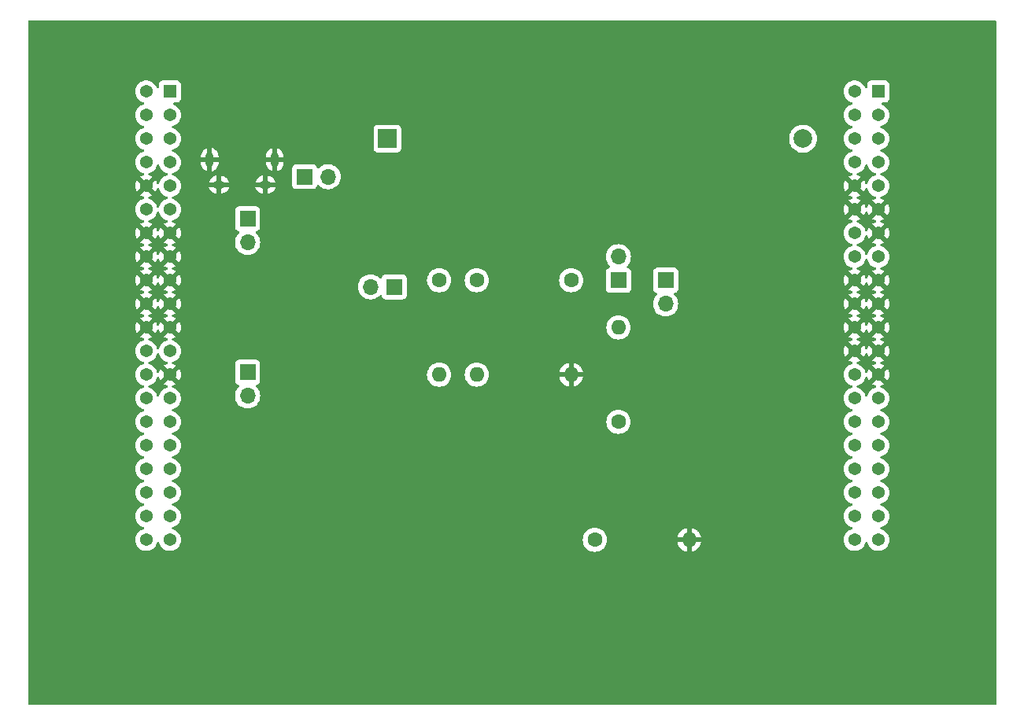
<source format=gbr>
%TF.GenerationSoftware,KiCad,Pcbnew,(7.0.0)*%
%TF.CreationDate,2023-03-20T22:32:51+02:00*%
%TF.ProjectId,overall scematic,6f766572-616c-46c2-9073-63656d617469,rev?*%
%TF.SameCoordinates,Original*%
%TF.FileFunction,Copper,L2,Bot*%
%TF.FilePolarity,Positive*%
%FSLAX46Y46*%
G04 Gerber Fmt 4.6, Leading zero omitted, Abs format (unit mm)*
G04 Created by KiCad (PCBNEW (7.0.0)) date 2023-03-20 22:32:51*
%MOMM*%
%LPD*%
G01*
G04 APERTURE LIST*
%TA.AperFunction,ComponentPad*%
%ADD10R,1.700000X1.700000*%
%TD*%
%TA.AperFunction,ComponentPad*%
%ADD11O,1.700000X1.700000*%
%TD*%
%TA.AperFunction,ComponentPad*%
%ADD12R,2.000000X2.000000*%
%TD*%
%TA.AperFunction,ComponentPad*%
%ADD13C,2.000000*%
%TD*%
%TA.AperFunction,ComponentPad*%
%ADD14C,1.600000*%
%TD*%
%TA.AperFunction,ComponentPad*%
%ADD15O,1.600000X1.600000*%
%TD*%
%TA.AperFunction,ComponentPad*%
%ADD16O,0.890000X1.550000*%
%TD*%
%TA.AperFunction,ComponentPad*%
%ADD17O,1.250000X0.950000*%
%TD*%
%TA.AperFunction,ComponentPad*%
%ADD18R,1.370000X1.370000*%
%TD*%
%TA.AperFunction,ComponentPad*%
%ADD19C,1.370000*%
%TD*%
%TA.AperFunction,ViaPad*%
%ADD20C,0.800000*%
%TD*%
G04 APERTURE END LIST*
D10*
%TO.P,J6,1,Pin_1*%
%TO.N,Net-(J6-Pin_1)*%
X79484999Y-63244999D03*
D11*
%TO.P,J6,2,Pin_2*%
%TO.N,/Supply_Voltage*%
X79484999Y-65784999D03*
%TD*%
D10*
%TO.P,J5,1,Pin_1*%
%TO.N,Net-(J3-BAT)*%
X95254999Y-54044999D03*
D11*
%TO.P,J5,2,Pin_2*%
%TO.N,/Battery+*%
X92714999Y-54044999D03*
%TD*%
D10*
%TO.P,J4,1,Pin_1*%
%TO.N,/Battery+*%
X79484999Y-46729999D03*
D11*
%TO.P,J4,2,Pin_2*%
%TO.N,Net-(J4-Pin_2)*%
X79484999Y-49269999D03*
%TD*%
D10*
%TO.P,J2,1,Pin_1*%
%TO.N,Net-(J1-VBUS)*%
X85614999Y-42184999D03*
D11*
%TO.P,J2,2,Pin_2*%
%TO.N,/Battery+*%
X88154999Y-42184999D03*
%TD*%
D12*
%TO.P,BT1,1,+*%
%TO.N,/Battery+*%
X94539999Y-38099999D03*
D13*
%TO.P,BT1,2,-*%
%TO.N,/Battery-*%
X139240000Y-38100000D03*
%TD*%
D14*
%TO.P,R3,1*%
%TO.N,Net-(D1-K)*%
X104140000Y-53340000D03*
D15*
%TO.P,R3,2*%
%TO.N,Net-(J3-~{CHRG})*%
X104139999Y-63499999D03*
%TD*%
D10*
%TO.P,J11,1,Pin_1*%
%TO.N,/Battery-*%
X124459999Y-53339999D03*
D11*
%TO.P,J11,2,Pin_2*%
%TO.N,Net-(IC1-GND)*%
X124459999Y-55879999D03*
%TD*%
D14*
%TO.P,R6,1*%
%TO.N,Net-(IC1-VCC)*%
X119380000Y-68580000D03*
D15*
%TO.P,R6,2*%
%TO.N,Net-(J10-Pin_1)*%
X119379999Y-58419999D03*
%TD*%
D14*
%TO.P,R1,1*%
%TO.N,Net-(J3-PROG2)*%
X114300000Y-53340000D03*
D15*
%TO.P,R1,2*%
%TO.N,GND*%
X114299999Y-63499999D03*
%TD*%
D14*
%TO.P,R5,1*%
%TO.N,Net-(IC1-CS)*%
X116840000Y-81280000D03*
D15*
%TO.P,R5,2*%
%TO.N,GND*%
X126999999Y-81279999D03*
%TD*%
D10*
%TO.P,J10,1,Pin_1*%
%TO.N,Net-(J10-Pin_1)*%
X119379999Y-53339999D03*
D11*
%TO.P,J10,2,Pin_2*%
%TO.N,/Battery+*%
X119379999Y-50799999D03*
%TD*%
D16*
%TO.P,J1,6,Shield*%
%TO.N,GND*%
X82409999Y-40349999D03*
D17*
X81409999Y-43049999D03*
X76409999Y-43049999D03*
D16*
X75409999Y-40349999D03*
%TD*%
D14*
%TO.P,R4,1*%
%TO.N,Net-(D2-K)*%
X100090000Y-53340000D03*
D15*
%TO.P,R4,2*%
%TO.N,Net-(J3-~{STDBY})*%
X100089999Y-63499999D03*
%TD*%
D18*
%TO.P,J8,01*%
%TO.N,N/C*%
X147319999Y-33019999D03*
D19*
%TO.P,J8,02*%
X144780000Y-33020000D03*
%TO.P,J8,03*%
X147320000Y-35560000D03*
%TO.P,J8,04*%
X144780000Y-35560000D03*
%TO.P,J8,05*%
X147320000Y-38100000D03*
%TO.P,J8,06*%
X144780000Y-38100000D03*
%TO.P,J8,07*%
X147320000Y-40640000D03*
%TO.P,J8,08*%
X144780000Y-40640000D03*
%TO.P,J8,09*%
X147320000Y-43180000D03*
%TO.P,J8,10,10*%
%TO.N,GND*%
X144780000Y-43180000D03*
%TO.P,J8,11,11*%
X147320000Y-45720000D03*
%TO.P,J8,12,12*%
X144780000Y-45720000D03*
%TO.P,J8,13,13*%
X147320000Y-48260000D03*
%TO.P,J8,14,P14*%
%TO.N,ADC*%
X144780000Y-48260000D03*
%TO.P,J8,15,P15*%
%TO.N,SPI*%
X147320000Y-50800000D03*
%TO.P,J8,16,P16*%
%TO.N,/SCL*%
X144780000Y-50800000D03*
%TO.P,J8,17,P17*%
%TO.N,GND*%
X147320000Y-53340000D03*
%TO.P,J8,18,P18*%
X144780000Y-53340000D03*
%TO.P,J8,19,P19*%
X147320000Y-55880000D03*
%TO.P,J8,20,P20*%
X144780000Y-55880000D03*
%TO.P,J8,21,P21*%
X147320000Y-58420000D03*
%TO.P,J8,22,P22*%
X144780000Y-58420000D03*
%TO.P,J8,23,P23*%
X147320000Y-60960000D03*
%TO.P,J8,24,P24*%
X144780000Y-60960000D03*
%TO.P,J8,25,P25*%
X147320000Y-63500000D03*
%TO.P,J8,26*%
%TO.N,N/C*%
X144780000Y-63500000D03*
%TO.P,J8,27*%
X147320000Y-66040000D03*
%TO.P,J8,28*%
X144780000Y-66040000D03*
%TO.P,J8,29*%
X147320000Y-68580000D03*
%TO.P,J8,30*%
X144780000Y-68580000D03*
%TO.P,J8,31*%
X147320000Y-71120000D03*
%TO.P,J8,32*%
X144780000Y-71120000D03*
%TO.P,J8,33*%
X147320000Y-73660000D03*
%TO.P,J8,34*%
X144780000Y-73660000D03*
%TO.P,J8,35*%
X147320000Y-76200000D03*
%TO.P,J8,36*%
X144780000Y-76200000D03*
%TO.P,J8,37*%
X147320000Y-78740000D03*
%TO.P,J8,38*%
X144780000Y-78740000D03*
%TO.P,J8,39*%
X147320000Y-81280000D03*
%TO.P,J8,40*%
X144780000Y-81280000D03*
%TD*%
D18*
%TO.P,J9,01*%
%TO.N,N/C*%
X71119999Y-33019999D03*
D19*
%TO.P,J9,02*%
X68580000Y-33020000D03*
%TO.P,J9,03*%
X71120000Y-35560000D03*
%TO.P,J9,04*%
X68580000Y-35560000D03*
%TO.P,J9,05*%
X71120000Y-38100000D03*
%TO.P,J9,06*%
X68580000Y-38100000D03*
%TO.P,J9,07*%
X71120000Y-40640000D03*
%TO.P,J9,08*%
X68580000Y-40640000D03*
%TO.P,J9,09*%
X71120000Y-43180000D03*
%TO.P,J9,10,10*%
%TO.N,GND*%
X68580000Y-43180000D03*
%TO.P,J9,11,11*%
%TO.N,USART2*%
X71120000Y-45720000D03*
%TO.P,J9,12,12*%
%TO.N,I2C2*%
X68580000Y-45720000D03*
%TO.P,J9,13,13*%
%TO.N,GND*%
X71120000Y-48260000D03*
%TO.P,J9,14,P14*%
X68580000Y-48260000D03*
%TO.P,J9,15,P15*%
X71120000Y-50800000D03*
%TO.P,J9,16,P16*%
X68580000Y-50800000D03*
%TO.P,J9,17,P17*%
X71120000Y-53340000D03*
%TO.P,J9,18,P18*%
X68580000Y-53340000D03*
%TO.P,J9,19,P19*%
X71120000Y-55880000D03*
%TO.P,J9,20,P20*%
X68580000Y-55880000D03*
%TO.P,J9,21,P21*%
X71120000Y-58420000D03*
%TO.P,J9,22,P22*%
X68580000Y-58420000D03*
%TO.P,J9,23,P23*%
%TO.N,USART1*%
X71120000Y-60960000D03*
%TO.P,J9,24,P24*%
%TO.N,I2C1*%
X68580000Y-60960000D03*
%TO.P,J9,25,P25*%
%TO.N,GND*%
X71120000Y-63500000D03*
%TO.P,J9,26*%
%TO.N,N/C*%
X68580000Y-63500000D03*
%TO.P,J9,27*%
X71120000Y-66040000D03*
%TO.P,J9,28*%
X68580000Y-66040000D03*
%TO.P,J9,29*%
X71120000Y-68580000D03*
%TO.P,J9,30*%
X68580000Y-68580000D03*
%TO.P,J9,31*%
X71120000Y-71120000D03*
%TO.P,J9,32*%
X68580000Y-71120000D03*
%TO.P,J9,33*%
X71120000Y-73660000D03*
%TO.P,J9,34*%
X68580000Y-73660000D03*
%TO.P,J9,35*%
X71120000Y-76200000D03*
%TO.P,J9,36*%
X68580000Y-76200000D03*
%TO.P,J9,37*%
X71120000Y-78740000D03*
%TO.P,J9,38*%
X68580000Y-78740000D03*
%TO.P,J9,39*%
X71120000Y-81280000D03*
%TO.P,J9,40*%
X68580000Y-81280000D03*
%TD*%
D20*
%TO.N,GND*%
X129032000Y-59690000D03*
X108458000Y-55372000D03*
X137033000Y-58928000D03*
X80899000Y-52578000D03*
X109220000Y-63627000D03*
X115189000Y-65913000D03*
X85471000Y-58166000D03*
X95377000Y-50419000D03*
X134620000Y-58420000D03*
%TD*%
%TA.AperFunction,Conductor*%
%TO.N,GND*%
G36*
X159958000Y-25416613D02*
G01*
X160003387Y-25462000D01*
X160020000Y-25524000D01*
X160020000Y-98936000D01*
X160003387Y-98998000D01*
X159958000Y-99043387D01*
X159896000Y-99060000D01*
X56004000Y-99060000D01*
X55942000Y-99043387D01*
X55896613Y-98998000D01*
X55880000Y-98936000D01*
X55880000Y-81280000D01*
X67389421Y-81280000D01*
X67409693Y-81498768D01*
X67469818Y-81710087D01*
X67472370Y-81715213D01*
X67472372Y-81715217D01*
X67565194Y-81901629D01*
X67565196Y-81901633D01*
X67567749Y-81906759D01*
X67571198Y-81911326D01*
X67571201Y-81911331D01*
X67696694Y-82077509D01*
X67700152Y-82082088D01*
X67704388Y-82085949D01*
X67704392Y-82085954D01*
X67744995Y-82122968D01*
X67862516Y-82230103D01*
X67867383Y-82233116D01*
X67867385Y-82233118D01*
X67936992Y-82276217D01*
X68049313Y-82345763D01*
X68254183Y-82425129D01*
X68470147Y-82465500D01*
X68684124Y-82465500D01*
X68689853Y-82465500D01*
X68905817Y-82425129D01*
X69110687Y-82345763D01*
X69297484Y-82230103D01*
X69459848Y-82082088D01*
X69592251Y-81906759D01*
X69690182Y-81710087D01*
X69730734Y-81567559D01*
X69763133Y-81513006D01*
X69818275Y-81481621D01*
X69881725Y-81481621D01*
X69936867Y-81513006D01*
X69969265Y-81567559D01*
X70009818Y-81710087D01*
X70012370Y-81715213D01*
X70012372Y-81715217D01*
X70105194Y-81901629D01*
X70105196Y-81901633D01*
X70107749Y-81906759D01*
X70111198Y-81911326D01*
X70111201Y-81911331D01*
X70236694Y-82077509D01*
X70240152Y-82082088D01*
X70244388Y-82085949D01*
X70244392Y-82085954D01*
X70284995Y-82122968D01*
X70402516Y-82230103D01*
X70407383Y-82233116D01*
X70407385Y-82233118D01*
X70476992Y-82276217D01*
X70589313Y-82345763D01*
X70794183Y-82425129D01*
X71010147Y-82465500D01*
X71224124Y-82465500D01*
X71229853Y-82465500D01*
X71445817Y-82425129D01*
X71650687Y-82345763D01*
X71837484Y-82230103D01*
X71999848Y-82082088D01*
X72132251Y-81906759D01*
X72230182Y-81710087D01*
X72290307Y-81498768D01*
X72310579Y-81280000D01*
X115534532Y-81280000D01*
X115535004Y-81285395D01*
X115553671Y-81498768D01*
X115554365Y-81506692D01*
X115555762Y-81511907D01*
X115555764Y-81511916D01*
X115611858Y-81721263D01*
X115611861Y-81721271D01*
X115613261Y-81726496D01*
X115709432Y-81932734D01*
X115839953Y-82119139D01*
X116000861Y-82280047D01*
X116187266Y-82410568D01*
X116393504Y-82506739D01*
X116398734Y-82508140D01*
X116398736Y-82508141D01*
X116574285Y-82555179D01*
X116613308Y-82565635D01*
X116840000Y-82585468D01*
X117066692Y-82565635D01*
X117286496Y-82506739D01*
X117492734Y-82410568D01*
X117679139Y-82280047D01*
X117840047Y-82119139D01*
X117970568Y-81932734D01*
X118066739Y-81726496D01*
X118118706Y-81532551D01*
X125724452Y-81532551D01*
X125724820Y-81543780D01*
X125772330Y-81721092D01*
X125776022Y-81731234D01*
X125867579Y-81927580D01*
X125872967Y-81936912D01*
X125997232Y-82114381D01*
X126004169Y-82122647D01*
X126157352Y-82275830D01*
X126165618Y-82282767D01*
X126343087Y-82407032D01*
X126352419Y-82412420D01*
X126548765Y-82503977D01*
X126558907Y-82507669D01*
X126736219Y-82555179D01*
X126747448Y-82555547D01*
X126750000Y-82544605D01*
X127250000Y-82544605D01*
X127252551Y-82555547D01*
X127263780Y-82555179D01*
X127441092Y-82507669D01*
X127451234Y-82503977D01*
X127647580Y-82412420D01*
X127656912Y-82407032D01*
X127834381Y-82282767D01*
X127842647Y-82275830D01*
X127995830Y-82122647D01*
X128002767Y-82114381D01*
X128127032Y-81936912D01*
X128132420Y-81927580D01*
X128223977Y-81731234D01*
X128227669Y-81721092D01*
X128275179Y-81543780D01*
X128275547Y-81532551D01*
X128264605Y-81530000D01*
X127266326Y-81530000D01*
X127253450Y-81533450D01*
X127250000Y-81546326D01*
X127250000Y-82544605D01*
X126750000Y-82544605D01*
X126750000Y-81546326D01*
X126746549Y-81533450D01*
X126733674Y-81530000D01*
X125735395Y-81530000D01*
X125724452Y-81532551D01*
X118118706Y-81532551D01*
X118125635Y-81506692D01*
X118145468Y-81280000D01*
X143589421Y-81280000D01*
X143609693Y-81498768D01*
X143669818Y-81710087D01*
X143672370Y-81715213D01*
X143672372Y-81715217D01*
X143765194Y-81901629D01*
X143765196Y-81901633D01*
X143767749Y-81906759D01*
X143771198Y-81911326D01*
X143771201Y-81911331D01*
X143896694Y-82077509D01*
X143900152Y-82082088D01*
X143904388Y-82085949D01*
X143904392Y-82085954D01*
X143944995Y-82122968D01*
X144062516Y-82230103D01*
X144067383Y-82233116D01*
X144067385Y-82233118D01*
X144136992Y-82276217D01*
X144249313Y-82345763D01*
X144454183Y-82425129D01*
X144670147Y-82465500D01*
X144884124Y-82465500D01*
X144889853Y-82465500D01*
X145105817Y-82425129D01*
X145310687Y-82345763D01*
X145497484Y-82230103D01*
X145659848Y-82082088D01*
X145792251Y-81906759D01*
X145890182Y-81710087D01*
X145930734Y-81567559D01*
X145963133Y-81513006D01*
X146018275Y-81481621D01*
X146081725Y-81481621D01*
X146136867Y-81513006D01*
X146169265Y-81567559D01*
X146209818Y-81710087D01*
X146212370Y-81715213D01*
X146212372Y-81715217D01*
X146305194Y-81901629D01*
X146305196Y-81901633D01*
X146307749Y-81906759D01*
X146311198Y-81911326D01*
X146311201Y-81911331D01*
X146436694Y-82077509D01*
X146440152Y-82082088D01*
X146444388Y-82085949D01*
X146444392Y-82085954D01*
X146484995Y-82122968D01*
X146602516Y-82230103D01*
X146607383Y-82233116D01*
X146607385Y-82233118D01*
X146676992Y-82276217D01*
X146789313Y-82345763D01*
X146994183Y-82425129D01*
X147210147Y-82465500D01*
X147424124Y-82465500D01*
X147429853Y-82465500D01*
X147645817Y-82425129D01*
X147850687Y-82345763D01*
X148037484Y-82230103D01*
X148199848Y-82082088D01*
X148332251Y-81906759D01*
X148430182Y-81710087D01*
X148490307Y-81498768D01*
X148510579Y-81280000D01*
X148490307Y-81061232D01*
X148430182Y-80849913D01*
X148332251Y-80653241D01*
X148316343Y-80632176D01*
X148203305Y-80482490D01*
X148199848Y-80477912D01*
X148195611Y-80474049D01*
X148195607Y-80474045D01*
X148041718Y-80333757D01*
X148041719Y-80333757D01*
X148037484Y-80329897D01*
X148032618Y-80326884D01*
X148032614Y-80326881D01*
X147855559Y-80217253D01*
X147855553Y-80217250D01*
X147850687Y-80214237D01*
X147845345Y-80212167D01*
X147845342Y-80212166D01*
X147651159Y-80136940D01*
X147651154Y-80136938D01*
X147645817Y-80134871D01*
X147640186Y-80133818D01*
X147640185Y-80133818D01*
X147629865Y-80131889D01*
X147569111Y-80101638D01*
X147533383Y-80043934D01*
X147533383Y-79976066D01*
X147569111Y-79918362D01*
X147629865Y-79888111D01*
X147630231Y-79888042D01*
X147645817Y-79885129D01*
X147850687Y-79805763D01*
X148037484Y-79690103D01*
X148199848Y-79542088D01*
X148332251Y-79366759D01*
X148430182Y-79170087D01*
X148490307Y-78958768D01*
X148510579Y-78740000D01*
X148490307Y-78521232D01*
X148430182Y-78309913D01*
X148332251Y-78113241D01*
X148199848Y-77937912D01*
X148195611Y-77934049D01*
X148195607Y-77934045D01*
X148041718Y-77793757D01*
X148041719Y-77793757D01*
X148037484Y-77789897D01*
X148032618Y-77786884D01*
X148032614Y-77786881D01*
X147855559Y-77677253D01*
X147855553Y-77677250D01*
X147850687Y-77674237D01*
X147845345Y-77672167D01*
X147845342Y-77672166D01*
X147651159Y-77596940D01*
X147651154Y-77596938D01*
X147645817Y-77594871D01*
X147640186Y-77593818D01*
X147640185Y-77593818D01*
X147629865Y-77591889D01*
X147569111Y-77561638D01*
X147533383Y-77503934D01*
X147533383Y-77436066D01*
X147569111Y-77378362D01*
X147629865Y-77348111D01*
X147630231Y-77348042D01*
X147645817Y-77345129D01*
X147850687Y-77265763D01*
X148037484Y-77150103D01*
X148199848Y-77002088D01*
X148332251Y-76826759D01*
X148430182Y-76630087D01*
X148490307Y-76418768D01*
X148510579Y-76200000D01*
X148490307Y-75981232D01*
X148430182Y-75769913D01*
X148332251Y-75573241D01*
X148199848Y-75397912D01*
X148195611Y-75394049D01*
X148195607Y-75394045D01*
X148041718Y-75253757D01*
X148041719Y-75253757D01*
X148037484Y-75249897D01*
X148032618Y-75246884D01*
X148032614Y-75246881D01*
X147855559Y-75137253D01*
X147855553Y-75137250D01*
X147850687Y-75134237D01*
X147845345Y-75132167D01*
X147845342Y-75132166D01*
X147651159Y-75056940D01*
X147651154Y-75056938D01*
X147645817Y-75054871D01*
X147640186Y-75053818D01*
X147640185Y-75053818D01*
X147629865Y-75051889D01*
X147569111Y-75021638D01*
X147533383Y-74963934D01*
X147533383Y-74896066D01*
X147569111Y-74838362D01*
X147629865Y-74808111D01*
X147630231Y-74808042D01*
X147645817Y-74805129D01*
X147850687Y-74725763D01*
X148037484Y-74610103D01*
X148199848Y-74462088D01*
X148332251Y-74286759D01*
X148430182Y-74090087D01*
X148490307Y-73878768D01*
X148510579Y-73660000D01*
X148490307Y-73441232D01*
X148430182Y-73229913D01*
X148332251Y-73033241D01*
X148199848Y-72857912D01*
X148195611Y-72854049D01*
X148195607Y-72854045D01*
X148041718Y-72713757D01*
X148041719Y-72713757D01*
X148037484Y-72709897D01*
X148032618Y-72706884D01*
X148032614Y-72706881D01*
X147855559Y-72597253D01*
X147855553Y-72597250D01*
X147850687Y-72594237D01*
X147845345Y-72592167D01*
X147845342Y-72592166D01*
X147651159Y-72516940D01*
X147651154Y-72516938D01*
X147645817Y-72514871D01*
X147640186Y-72513818D01*
X147640185Y-72513818D01*
X147629865Y-72511889D01*
X147569111Y-72481638D01*
X147533383Y-72423934D01*
X147533383Y-72356066D01*
X147569111Y-72298362D01*
X147629865Y-72268111D01*
X147630231Y-72268042D01*
X147645817Y-72265129D01*
X147850687Y-72185763D01*
X148037484Y-72070103D01*
X148199848Y-71922088D01*
X148332251Y-71746759D01*
X148430182Y-71550087D01*
X148490307Y-71338768D01*
X148510579Y-71120000D01*
X148490307Y-70901232D01*
X148430182Y-70689913D01*
X148332251Y-70493241D01*
X148199848Y-70317912D01*
X148195611Y-70314049D01*
X148195607Y-70314045D01*
X148041718Y-70173757D01*
X148041719Y-70173757D01*
X148037484Y-70169897D01*
X148032618Y-70166884D01*
X148032614Y-70166881D01*
X147855559Y-70057253D01*
X147855553Y-70057250D01*
X147850687Y-70054237D01*
X147845345Y-70052167D01*
X147845342Y-70052166D01*
X147651159Y-69976940D01*
X147651154Y-69976938D01*
X147645817Y-69974871D01*
X147640186Y-69973818D01*
X147640185Y-69973818D01*
X147629865Y-69971889D01*
X147569111Y-69941638D01*
X147533383Y-69883934D01*
X147533383Y-69816066D01*
X147569111Y-69758362D01*
X147629865Y-69728111D01*
X147630231Y-69728042D01*
X147645817Y-69725129D01*
X147850687Y-69645763D01*
X148037484Y-69530103D01*
X148199848Y-69382088D01*
X148332251Y-69206759D01*
X148430182Y-69010087D01*
X148490307Y-68798768D01*
X148510579Y-68580000D01*
X148490307Y-68361232D01*
X148430182Y-68149913D01*
X148332251Y-67953241D01*
X148316343Y-67932176D01*
X148203305Y-67782490D01*
X148199848Y-67777912D01*
X148195611Y-67774049D01*
X148195607Y-67774045D01*
X148041718Y-67633757D01*
X148041719Y-67633757D01*
X148037484Y-67629897D01*
X148032618Y-67626884D01*
X148032614Y-67626881D01*
X147855559Y-67517253D01*
X147855553Y-67517250D01*
X147850687Y-67514237D01*
X147845345Y-67512167D01*
X147845342Y-67512166D01*
X147651159Y-67436940D01*
X147651154Y-67436938D01*
X147645817Y-67434871D01*
X147640186Y-67433818D01*
X147640185Y-67433818D01*
X147629865Y-67431889D01*
X147569111Y-67401638D01*
X147533383Y-67343934D01*
X147533383Y-67276066D01*
X147569111Y-67218362D01*
X147629865Y-67188111D01*
X147630231Y-67188042D01*
X147645817Y-67185129D01*
X147850687Y-67105763D01*
X148037484Y-66990103D01*
X148199848Y-66842088D01*
X148332251Y-66666759D01*
X148430182Y-66470087D01*
X148490307Y-66258768D01*
X148510579Y-66040000D01*
X148490307Y-65821232D01*
X148430182Y-65609913D01*
X148332251Y-65413241D01*
X148199848Y-65237912D01*
X148195611Y-65234049D01*
X148195607Y-65234045D01*
X148061819Y-65112081D01*
X148037484Y-65089897D01*
X148032618Y-65086884D01*
X148032614Y-65086881D01*
X147855559Y-64977253D01*
X147855553Y-64977250D01*
X147850687Y-64974237D01*
X147845345Y-64972167D01*
X147845342Y-64972166D01*
X147651159Y-64896940D01*
X147651154Y-64896938D01*
X147645817Y-64894871D01*
X147640189Y-64893819D01*
X147640186Y-64893818D01*
X147628506Y-64891635D01*
X147567752Y-64861383D01*
X147532024Y-64803680D01*
X147532025Y-64735811D01*
X147567754Y-64678108D01*
X147628507Y-64647857D01*
X147640040Y-64645701D01*
X147651033Y-64642573D01*
X147845114Y-64567385D01*
X147855336Y-64562295D01*
X147950507Y-64503367D01*
X147958443Y-64495522D01*
X147952513Y-64486067D01*
X147331542Y-63865095D01*
X147320000Y-63858431D01*
X147308457Y-63865095D01*
X146687485Y-64486067D01*
X146681555Y-64495522D01*
X146689492Y-64503368D01*
X146784660Y-64562293D01*
X146794886Y-64567385D01*
X146988966Y-64642573D01*
X146999958Y-64645700D01*
X147011493Y-64647857D01*
X147072246Y-64678109D01*
X147107974Y-64735811D01*
X147107975Y-64803679D01*
X147072247Y-64861382D01*
X147011494Y-64891634D01*
X146999822Y-64893815D01*
X146999802Y-64893820D01*
X146994183Y-64894871D01*
X146988848Y-64896937D01*
X146988840Y-64896940D01*
X146794657Y-64972166D01*
X146794650Y-64972169D01*
X146789313Y-64974237D01*
X146784450Y-64977247D01*
X146784440Y-64977253D01*
X146607385Y-65086881D01*
X146607375Y-65086887D01*
X146602516Y-65089897D01*
X146598285Y-65093753D01*
X146598281Y-65093757D01*
X146444392Y-65234045D01*
X146444382Y-65234055D01*
X146440152Y-65237912D01*
X146436698Y-65242484D01*
X146436694Y-65242490D01*
X146311201Y-65408668D01*
X146311194Y-65408678D01*
X146307749Y-65413241D01*
X146305199Y-65418361D01*
X146305194Y-65418370D01*
X146212372Y-65604782D01*
X146212368Y-65604790D01*
X146209818Y-65609913D01*
X146208249Y-65615425D01*
X146208249Y-65615427D01*
X146169266Y-65752439D01*
X146136867Y-65806993D01*
X146081725Y-65838378D01*
X146018275Y-65838378D01*
X145963133Y-65806993D01*
X145930734Y-65752439D01*
X145924826Y-65731676D01*
X145890182Y-65609913D01*
X145792251Y-65413241D01*
X145659848Y-65237912D01*
X145655611Y-65234049D01*
X145655607Y-65234045D01*
X145521819Y-65112081D01*
X145497484Y-65089897D01*
X145492618Y-65086884D01*
X145492614Y-65086881D01*
X145315559Y-64977253D01*
X145315553Y-64977250D01*
X145310687Y-64974237D01*
X145305345Y-64972167D01*
X145305342Y-64972166D01*
X145111159Y-64896940D01*
X145111154Y-64896938D01*
X145105817Y-64894871D01*
X145100186Y-64893818D01*
X145100185Y-64893818D01*
X145089865Y-64891889D01*
X145029111Y-64861638D01*
X144993383Y-64803934D01*
X144993383Y-64736066D01*
X145029111Y-64678362D01*
X145089865Y-64648111D01*
X145090231Y-64648042D01*
X145105817Y-64645129D01*
X145310687Y-64565763D01*
X145497484Y-64450103D01*
X145659848Y-64302088D01*
X145792251Y-64126759D01*
X145890182Y-63930087D01*
X145930995Y-63786642D01*
X145963391Y-63732094D01*
X146018534Y-63700708D01*
X146081983Y-63700708D01*
X146137126Y-63732093D01*
X146169525Y-63786646D01*
X146208715Y-63924384D01*
X146212845Y-63935045D01*
X146305615Y-64121352D01*
X146311298Y-64130531D01*
X146322257Y-64138675D01*
X146334422Y-64132022D01*
X146954903Y-63511541D01*
X146961567Y-63499998D01*
X147678431Y-63499998D01*
X147685095Y-63511541D01*
X148305576Y-64132022D01*
X148317741Y-64138676D01*
X148328702Y-64130531D01*
X148334380Y-64121360D01*
X148427154Y-63935045D01*
X148431285Y-63924382D01*
X148488244Y-63724190D01*
X148490342Y-63712968D01*
X148509548Y-63505709D01*
X148509548Y-63494291D01*
X148490342Y-63287031D01*
X148488244Y-63275809D01*
X148431285Y-63075617D01*
X148427154Y-63064954D01*
X148334384Y-62878647D01*
X148328700Y-62869467D01*
X148317741Y-62861323D01*
X148305576Y-62867976D01*
X147685095Y-63488456D01*
X147678431Y-63499998D01*
X146961567Y-63499998D01*
X146954903Y-63488456D01*
X146334424Y-62867978D01*
X146322258Y-62861324D01*
X146311296Y-62869470D01*
X146305618Y-62878641D01*
X146212845Y-63064954D01*
X146208715Y-63075615D01*
X146169525Y-63213353D01*
X146137126Y-63267906D01*
X146081983Y-63299291D01*
X146018534Y-63299291D01*
X145963391Y-63267905D01*
X145930995Y-63213357D01*
X145890182Y-63069913D01*
X145792251Y-62873241D01*
X145776343Y-62852176D01*
X145663305Y-62702490D01*
X145659848Y-62697912D01*
X145655611Y-62694049D01*
X145655607Y-62694045D01*
X145501718Y-62553757D01*
X145501719Y-62553757D01*
X145497484Y-62549897D01*
X145492618Y-62546884D01*
X145492614Y-62546881D01*
X145424128Y-62504476D01*
X146681555Y-62504476D01*
X146687485Y-62513931D01*
X147308457Y-63134903D01*
X147320000Y-63141567D01*
X147331542Y-63134903D01*
X147952513Y-62513931D01*
X147958443Y-62504476D01*
X147950506Y-62496630D01*
X147855339Y-62437706D01*
X147845113Y-62432614D01*
X147651033Y-62357426D01*
X147640038Y-62354298D01*
X147627142Y-62351887D01*
X147566390Y-62321632D01*
X147530664Y-62263927D01*
X147530667Y-62196058D01*
X147566399Y-62138357D01*
X147627155Y-62108109D01*
X147640040Y-62105701D01*
X147651033Y-62102573D01*
X147845114Y-62027385D01*
X147855336Y-62022295D01*
X147950507Y-61963367D01*
X147958443Y-61955522D01*
X147952513Y-61946067D01*
X147331542Y-61325095D01*
X147320000Y-61318431D01*
X147308457Y-61325095D01*
X146687485Y-61946067D01*
X146681555Y-61955522D01*
X146689492Y-61963368D01*
X146784660Y-62022293D01*
X146794886Y-62027385D01*
X146988966Y-62102573D01*
X146999958Y-62105700D01*
X147012845Y-62108109D01*
X147073600Y-62138357D01*
X147109332Y-62196059D01*
X147109335Y-62263927D01*
X147073610Y-62321632D01*
X147012858Y-62351887D01*
X146999960Y-62354298D01*
X146988966Y-62357426D01*
X146794886Y-62432614D01*
X146784660Y-62437706D01*
X146689491Y-62496631D01*
X146681555Y-62504476D01*
X145424128Y-62504476D01*
X145315559Y-62437253D01*
X145315553Y-62437250D01*
X145310687Y-62434237D01*
X145305345Y-62432167D01*
X145305342Y-62432166D01*
X145111159Y-62356940D01*
X145111154Y-62356938D01*
X145105817Y-62354871D01*
X145100189Y-62353819D01*
X145100186Y-62353818D01*
X145088506Y-62351635D01*
X145027752Y-62321383D01*
X144992024Y-62263680D01*
X144992025Y-62195811D01*
X145027754Y-62138108D01*
X145088507Y-62107857D01*
X145100040Y-62105701D01*
X145111033Y-62102573D01*
X145305114Y-62027385D01*
X145315336Y-62022295D01*
X145410507Y-61963367D01*
X145418443Y-61955522D01*
X145412513Y-61946067D01*
X144791542Y-61325095D01*
X144780000Y-61318431D01*
X144768457Y-61325095D01*
X144147485Y-61946067D01*
X144141555Y-61955522D01*
X144149492Y-61963368D01*
X144244660Y-62022293D01*
X144254886Y-62027385D01*
X144448966Y-62102573D01*
X144459958Y-62105700D01*
X144471493Y-62107857D01*
X144532246Y-62138109D01*
X144567974Y-62195811D01*
X144567975Y-62263679D01*
X144532247Y-62321382D01*
X144471494Y-62351634D01*
X144459822Y-62353815D01*
X144459802Y-62353820D01*
X144454183Y-62354871D01*
X144448848Y-62356937D01*
X144448840Y-62356940D01*
X144254657Y-62432166D01*
X144254650Y-62432169D01*
X144249313Y-62434237D01*
X144244450Y-62437247D01*
X144244440Y-62437253D01*
X144067385Y-62546881D01*
X144067375Y-62546887D01*
X144062516Y-62549897D01*
X144058285Y-62553753D01*
X144058281Y-62553757D01*
X143904392Y-62694045D01*
X143904382Y-62694055D01*
X143900152Y-62697912D01*
X143896698Y-62702484D01*
X143896694Y-62702490D01*
X143771201Y-62868668D01*
X143771194Y-62868678D01*
X143767749Y-62873241D01*
X143765199Y-62878361D01*
X143765194Y-62878370D01*
X143672372Y-63064782D01*
X143672368Y-63064790D01*
X143669818Y-63069913D01*
X143668249Y-63075425D01*
X143668249Y-63075427D01*
X143611262Y-63275717D01*
X143609693Y-63281232D01*
X143609164Y-63286937D01*
X143609164Y-63286939D01*
X143590491Y-63488456D01*
X143589421Y-63500000D01*
X143589950Y-63505709D01*
X143609155Y-63712968D01*
X143609693Y-63718768D01*
X143669818Y-63930087D01*
X143672370Y-63935213D01*
X143672372Y-63935217D01*
X143765194Y-64121629D01*
X143765196Y-64121633D01*
X143767749Y-64126759D01*
X143771198Y-64131326D01*
X143771201Y-64131331D01*
X143830423Y-64209753D01*
X143900152Y-64302088D01*
X143904388Y-64305949D01*
X143904392Y-64305954D01*
X144015946Y-64407649D01*
X144062516Y-64450103D01*
X144067383Y-64453116D01*
X144067385Y-64453118D01*
X144243708Y-64562293D01*
X144249313Y-64565763D01*
X144454183Y-64645129D01*
X144469475Y-64647987D01*
X144470135Y-64648111D01*
X144530888Y-64678363D01*
X144566616Y-64736066D01*
X144566616Y-64803934D01*
X144530888Y-64861637D01*
X144470135Y-64891889D01*
X144459813Y-64893818D01*
X144459807Y-64893819D01*
X144454183Y-64894871D01*
X144448848Y-64896937D01*
X144448840Y-64896940D01*
X144254657Y-64972166D01*
X144254650Y-64972169D01*
X144249313Y-64974237D01*
X144244450Y-64977247D01*
X144244440Y-64977253D01*
X144067385Y-65086881D01*
X144067375Y-65086887D01*
X144062516Y-65089897D01*
X144058285Y-65093753D01*
X144058281Y-65093757D01*
X143904392Y-65234045D01*
X143904382Y-65234055D01*
X143900152Y-65237912D01*
X143896698Y-65242484D01*
X143896694Y-65242490D01*
X143771201Y-65408668D01*
X143771194Y-65408678D01*
X143767749Y-65413241D01*
X143765199Y-65418361D01*
X143765194Y-65418370D01*
X143672372Y-65604782D01*
X143672368Y-65604790D01*
X143669818Y-65609913D01*
X143609693Y-65821232D01*
X143589421Y-66040000D01*
X143609693Y-66258768D01*
X143669818Y-66470087D01*
X143672370Y-66475213D01*
X143672372Y-66475217D01*
X143765194Y-66661629D01*
X143765196Y-66661633D01*
X143767749Y-66666759D01*
X143771198Y-66671326D01*
X143771201Y-66671331D01*
X143883217Y-66819663D01*
X143900152Y-66842088D01*
X143904388Y-66845949D01*
X143904392Y-66845954D01*
X144015946Y-66947649D01*
X144062516Y-66990103D01*
X144067383Y-66993116D01*
X144067385Y-66993118D01*
X144173631Y-67058903D01*
X144249313Y-67105763D01*
X144454183Y-67185129D01*
X144469475Y-67187987D01*
X144470135Y-67188111D01*
X144530888Y-67218363D01*
X144566616Y-67276066D01*
X144566616Y-67343934D01*
X144530888Y-67401637D01*
X144470135Y-67431889D01*
X144459813Y-67433818D01*
X144459807Y-67433819D01*
X144454183Y-67434871D01*
X144448848Y-67436937D01*
X144448840Y-67436940D01*
X144254657Y-67512166D01*
X144254650Y-67512169D01*
X144249313Y-67514237D01*
X144244450Y-67517247D01*
X144244440Y-67517253D01*
X144067385Y-67626881D01*
X144067375Y-67626887D01*
X144062516Y-67629897D01*
X144058285Y-67633753D01*
X144058281Y-67633757D01*
X143904392Y-67774045D01*
X143904382Y-67774055D01*
X143900152Y-67777912D01*
X143896698Y-67782484D01*
X143896694Y-67782490D01*
X143771201Y-67948668D01*
X143771194Y-67948678D01*
X143767749Y-67953241D01*
X143765199Y-67958361D01*
X143765194Y-67958370D01*
X143672372Y-68144782D01*
X143672368Y-68144790D01*
X143669818Y-68149913D01*
X143668249Y-68155425D01*
X143668249Y-68155427D01*
X143611262Y-68355717D01*
X143609693Y-68361232D01*
X143589421Y-68580000D01*
X143609693Y-68798768D01*
X143669818Y-69010087D01*
X143672370Y-69015213D01*
X143672372Y-69015217D01*
X143765194Y-69201629D01*
X143765196Y-69201633D01*
X143767749Y-69206759D01*
X143771198Y-69211326D01*
X143771201Y-69211331D01*
X143896694Y-69377509D01*
X143900152Y-69382088D01*
X143904388Y-69385949D01*
X143904392Y-69385954D01*
X143944995Y-69422968D01*
X144062516Y-69530103D01*
X144067383Y-69533116D01*
X144067385Y-69533118D01*
X144136992Y-69576217D01*
X144249313Y-69645763D01*
X144454183Y-69725129D01*
X144469475Y-69727987D01*
X144470135Y-69728111D01*
X144530888Y-69758363D01*
X144566616Y-69816066D01*
X144566616Y-69883934D01*
X144530888Y-69941637D01*
X144470135Y-69971889D01*
X144459813Y-69973818D01*
X144459807Y-69973819D01*
X144454183Y-69974871D01*
X144448848Y-69976937D01*
X144448840Y-69976940D01*
X144254657Y-70052166D01*
X144254650Y-70052169D01*
X144249313Y-70054237D01*
X144244450Y-70057247D01*
X144244440Y-70057253D01*
X144067385Y-70166881D01*
X144067375Y-70166887D01*
X144062516Y-70169897D01*
X144058285Y-70173753D01*
X144058281Y-70173757D01*
X143904392Y-70314045D01*
X143904382Y-70314055D01*
X143900152Y-70317912D01*
X143896698Y-70322484D01*
X143896694Y-70322490D01*
X143771201Y-70488668D01*
X143771194Y-70488678D01*
X143767749Y-70493241D01*
X143765199Y-70498361D01*
X143765194Y-70498370D01*
X143672372Y-70684782D01*
X143672368Y-70684790D01*
X143669818Y-70689913D01*
X143609693Y-70901232D01*
X143589421Y-71120000D01*
X143609693Y-71338768D01*
X143669818Y-71550087D01*
X143672370Y-71555213D01*
X143672372Y-71555217D01*
X143765194Y-71741629D01*
X143765196Y-71741633D01*
X143767749Y-71746759D01*
X143771198Y-71751326D01*
X143771201Y-71751331D01*
X143896694Y-71917509D01*
X143900152Y-71922088D01*
X143904388Y-71925949D01*
X143904392Y-71925954D01*
X144015946Y-72027649D01*
X144062516Y-72070103D01*
X144249313Y-72185763D01*
X144454183Y-72265129D01*
X144469475Y-72267987D01*
X144470135Y-72268111D01*
X144530888Y-72298363D01*
X144566616Y-72356066D01*
X144566616Y-72423934D01*
X144530888Y-72481637D01*
X144470135Y-72511889D01*
X144459813Y-72513818D01*
X144459807Y-72513819D01*
X144454183Y-72514871D01*
X144448848Y-72516937D01*
X144448840Y-72516940D01*
X144254657Y-72592166D01*
X144254650Y-72592169D01*
X144249313Y-72594237D01*
X144244450Y-72597247D01*
X144244440Y-72597253D01*
X144067385Y-72706881D01*
X144067375Y-72706887D01*
X144062516Y-72709897D01*
X144058285Y-72713753D01*
X144058281Y-72713757D01*
X143904392Y-72854045D01*
X143904382Y-72854055D01*
X143900152Y-72857912D01*
X143896698Y-72862484D01*
X143896694Y-72862490D01*
X143771201Y-73028668D01*
X143771194Y-73028678D01*
X143767749Y-73033241D01*
X143765199Y-73038361D01*
X143765194Y-73038370D01*
X143672372Y-73224782D01*
X143672368Y-73224790D01*
X143669818Y-73229913D01*
X143609693Y-73441232D01*
X143589421Y-73660000D01*
X143609693Y-73878768D01*
X143669818Y-74090087D01*
X143672370Y-74095213D01*
X143672372Y-74095217D01*
X143765194Y-74281629D01*
X143765196Y-74281633D01*
X143767749Y-74286759D01*
X143771198Y-74291326D01*
X143771201Y-74291331D01*
X143896694Y-74457509D01*
X143900152Y-74462088D01*
X143904388Y-74465949D01*
X143904392Y-74465954D01*
X144015946Y-74567649D01*
X144062516Y-74610103D01*
X144249313Y-74725763D01*
X144454183Y-74805129D01*
X144469475Y-74807987D01*
X144470135Y-74808111D01*
X144530888Y-74838363D01*
X144566616Y-74896066D01*
X144566616Y-74963934D01*
X144530888Y-75021637D01*
X144470135Y-75051889D01*
X144459813Y-75053818D01*
X144459807Y-75053819D01*
X144454183Y-75054871D01*
X144448848Y-75056937D01*
X144448840Y-75056940D01*
X144254657Y-75132166D01*
X144254650Y-75132169D01*
X144249313Y-75134237D01*
X144244450Y-75137247D01*
X144244440Y-75137253D01*
X144067385Y-75246881D01*
X144067375Y-75246887D01*
X144062516Y-75249897D01*
X144058285Y-75253753D01*
X144058281Y-75253757D01*
X143904392Y-75394045D01*
X143904382Y-75394055D01*
X143900152Y-75397912D01*
X143896698Y-75402484D01*
X143896694Y-75402490D01*
X143771201Y-75568668D01*
X143771194Y-75568678D01*
X143767749Y-75573241D01*
X143765199Y-75578361D01*
X143765194Y-75578370D01*
X143672372Y-75764782D01*
X143672368Y-75764790D01*
X143669818Y-75769913D01*
X143609693Y-75981232D01*
X143589421Y-76200000D01*
X143609693Y-76418768D01*
X143669818Y-76630087D01*
X143672370Y-76635213D01*
X143672372Y-76635217D01*
X143765194Y-76821629D01*
X143765196Y-76821633D01*
X143767749Y-76826759D01*
X143771198Y-76831326D01*
X143771201Y-76831331D01*
X143896694Y-76997509D01*
X143900152Y-77002088D01*
X143904388Y-77005949D01*
X143904392Y-77005954D01*
X144015946Y-77107649D01*
X144062516Y-77150103D01*
X144249313Y-77265763D01*
X144454183Y-77345129D01*
X144469475Y-77347987D01*
X144470135Y-77348111D01*
X144530888Y-77378363D01*
X144566616Y-77436066D01*
X144566616Y-77503934D01*
X144530888Y-77561637D01*
X144470135Y-77591889D01*
X144459813Y-77593818D01*
X144459807Y-77593819D01*
X144454183Y-77594871D01*
X144448848Y-77596937D01*
X144448840Y-77596940D01*
X144254657Y-77672166D01*
X144254650Y-77672169D01*
X144249313Y-77674237D01*
X144244450Y-77677247D01*
X144244440Y-77677253D01*
X144067385Y-77786881D01*
X144067375Y-77786887D01*
X144062516Y-77789897D01*
X144058285Y-77793753D01*
X144058281Y-77793757D01*
X143904392Y-77934045D01*
X143904382Y-77934055D01*
X143900152Y-77937912D01*
X143896698Y-77942484D01*
X143896694Y-77942490D01*
X143771201Y-78108668D01*
X143771194Y-78108678D01*
X143767749Y-78113241D01*
X143765199Y-78118361D01*
X143765194Y-78118370D01*
X143672372Y-78304782D01*
X143672368Y-78304790D01*
X143669818Y-78309913D01*
X143609693Y-78521232D01*
X143589421Y-78740000D01*
X143609693Y-78958768D01*
X143669818Y-79170087D01*
X143672370Y-79175213D01*
X143672372Y-79175217D01*
X143765194Y-79361629D01*
X143765196Y-79361633D01*
X143767749Y-79366759D01*
X143771198Y-79371326D01*
X143771201Y-79371331D01*
X143896694Y-79537509D01*
X143900152Y-79542088D01*
X143904388Y-79545949D01*
X143904392Y-79545954D01*
X144015946Y-79647649D01*
X144062516Y-79690103D01*
X144249313Y-79805763D01*
X144454183Y-79885129D01*
X144469475Y-79887987D01*
X144470135Y-79888111D01*
X144530888Y-79918363D01*
X144566616Y-79976066D01*
X144566616Y-80043934D01*
X144530888Y-80101637D01*
X144470135Y-80131889D01*
X144459813Y-80133818D01*
X144459807Y-80133819D01*
X144454183Y-80134871D01*
X144448848Y-80136937D01*
X144448840Y-80136940D01*
X144254657Y-80212166D01*
X144254650Y-80212169D01*
X144249313Y-80214237D01*
X144244450Y-80217247D01*
X144244440Y-80217253D01*
X144067385Y-80326881D01*
X144067375Y-80326887D01*
X144062516Y-80329897D01*
X144058285Y-80333753D01*
X144058281Y-80333757D01*
X143904392Y-80474045D01*
X143904382Y-80474055D01*
X143900152Y-80477912D01*
X143896698Y-80482484D01*
X143896694Y-80482490D01*
X143771201Y-80648668D01*
X143771194Y-80648678D01*
X143767749Y-80653241D01*
X143765199Y-80658361D01*
X143765194Y-80658370D01*
X143672372Y-80844782D01*
X143672368Y-80844790D01*
X143669818Y-80849913D01*
X143668249Y-80855425D01*
X143668249Y-80855427D01*
X143611262Y-81055717D01*
X143609693Y-81061232D01*
X143589421Y-81280000D01*
X118145468Y-81280000D01*
X118125635Y-81053308D01*
X118118706Y-81027448D01*
X125724452Y-81027448D01*
X125735395Y-81030000D01*
X126733674Y-81030000D01*
X126746549Y-81026549D01*
X126750000Y-81013674D01*
X127250000Y-81013674D01*
X127253450Y-81026549D01*
X127266326Y-81030000D01*
X128264605Y-81030000D01*
X128275547Y-81027448D01*
X128275179Y-81016219D01*
X128227669Y-80838907D01*
X128223977Y-80828765D01*
X128132420Y-80632419D01*
X128127032Y-80623087D01*
X128002767Y-80445618D01*
X127995830Y-80437352D01*
X127842647Y-80284169D01*
X127834381Y-80277232D01*
X127656912Y-80152967D01*
X127647580Y-80147579D01*
X127451234Y-80056022D01*
X127441092Y-80052330D01*
X127263780Y-80004820D01*
X127252551Y-80004452D01*
X127250000Y-80015395D01*
X127250000Y-81013674D01*
X126750000Y-81013674D01*
X126750000Y-80015395D01*
X126747448Y-80004452D01*
X126736219Y-80004820D01*
X126558907Y-80052330D01*
X126548765Y-80056022D01*
X126352419Y-80147579D01*
X126343087Y-80152967D01*
X126165618Y-80277232D01*
X126157352Y-80284169D01*
X126004169Y-80437352D01*
X125997232Y-80445618D01*
X125872967Y-80623087D01*
X125867579Y-80632419D01*
X125776022Y-80828765D01*
X125772330Y-80838907D01*
X125724820Y-81016219D01*
X125724452Y-81027448D01*
X118118706Y-81027448D01*
X118066739Y-80833504D01*
X117970568Y-80627266D01*
X117840047Y-80440861D01*
X117679139Y-80279953D01*
X117492734Y-80149432D01*
X117286496Y-80053261D01*
X117281271Y-80051861D01*
X117281263Y-80051858D01*
X117071916Y-79995764D01*
X117071907Y-79995762D01*
X117066692Y-79994365D01*
X117061304Y-79993893D01*
X117061301Y-79993893D01*
X116845395Y-79975004D01*
X116840000Y-79974532D01*
X116834605Y-79975004D01*
X116618698Y-79993893D01*
X116618693Y-79993893D01*
X116613308Y-79994365D01*
X116608094Y-79995762D01*
X116608083Y-79995764D01*
X116398736Y-80051858D01*
X116398724Y-80051862D01*
X116393504Y-80053261D01*
X116388599Y-80055547D01*
X116388594Y-80055550D01*
X116192176Y-80147142D01*
X116192172Y-80147144D01*
X116187266Y-80149432D01*
X116182833Y-80152535D01*
X116182826Y-80152540D01*
X116005296Y-80276847D01*
X116005291Y-80276850D01*
X116000861Y-80279953D01*
X115997037Y-80283776D01*
X115997031Y-80283782D01*
X115843782Y-80437031D01*
X115843776Y-80437037D01*
X115839953Y-80440861D01*
X115836850Y-80445291D01*
X115836847Y-80445296D01*
X115712540Y-80622826D01*
X115712535Y-80622833D01*
X115709432Y-80627266D01*
X115707144Y-80632172D01*
X115707142Y-80632176D01*
X115615550Y-80828594D01*
X115615547Y-80828599D01*
X115613261Y-80833504D01*
X115611862Y-80838724D01*
X115611858Y-80838736D01*
X115555764Y-81048083D01*
X115555762Y-81048094D01*
X115554365Y-81053308D01*
X115553893Y-81058693D01*
X115553893Y-81058698D01*
X115535031Y-81274291D01*
X115534532Y-81280000D01*
X72310579Y-81280000D01*
X72290307Y-81061232D01*
X72230182Y-80849913D01*
X72132251Y-80653241D01*
X72116343Y-80632176D01*
X72003305Y-80482490D01*
X71999848Y-80477912D01*
X71995611Y-80474049D01*
X71995607Y-80474045D01*
X71841718Y-80333757D01*
X71841719Y-80333757D01*
X71837484Y-80329897D01*
X71832618Y-80326884D01*
X71832614Y-80326881D01*
X71655559Y-80217253D01*
X71655553Y-80217250D01*
X71650687Y-80214237D01*
X71645345Y-80212167D01*
X71645342Y-80212166D01*
X71451159Y-80136940D01*
X71451154Y-80136938D01*
X71445817Y-80134871D01*
X71440186Y-80133818D01*
X71440185Y-80133818D01*
X71429865Y-80131889D01*
X71369111Y-80101638D01*
X71333383Y-80043934D01*
X71333383Y-79976066D01*
X71369111Y-79918362D01*
X71429865Y-79888111D01*
X71430231Y-79888042D01*
X71445817Y-79885129D01*
X71650687Y-79805763D01*
X71837484Y-79690103D01*
X71999848Y-79542088D01*
X72132251Y-79366759D01*
X72230182Y-79170087D01*
X72290307Y-78958768D01*
X72310579Y-78740000D01*
X72290307Y-78521232D01*
X72230182Y-78309913D01*
X72132251Y-78113241D01*
X71999848Y-77937912D01*
X71995611Y-77934049D01*
X71995607Y-77934045D01*
X71841718Y-77793757D01*
X71841719Y-77793757D01*
X71837484Y-77789897D01*
X71832618Y-77786884D01*
X71832614Y-77786881D01*
X71655559Y-77677253D01*
X71655553Y-77677250D01*
X71650687Y-77674237D01*
X71645345Y-77672167D01*
X71645342Y-77672166D01*
X71451159Y-77596940D01*
X71451154Y-77596938D01*
X71445817Y-77594871D01*
X71440186Y-77593818D01*
X71440185Y-77593818D01*
X71429865Y-77591889D01*
X71369111Y-77561638D01*
X71333383Y-77503934D01*
X71333383Y-77436066D01*
X71369111Y-77378362D01*
X71429865Y-77348111D01*
X71430231Y-77348042D01*
X71445817Y-77345129D01*
X71650687Y-77265763D01*
X71837484Y-77150103D01*
X71999848Y-77002088D01*
X72132251Y-76826759D01*
X72230182Y-76630087D01*
X72290307Y-76418768D01*
X72310579Y-76200000D01*
X72290307Y-75981232D01*
X72230182Y-75769913D01*
X72132251Y-75573241D01*
X71999848Y-75397912D01*
X71995611Y-75394049D01*
X71995607Y-75394045D01*
X71841718Y-75253757D01*
X71841719Y-75253757D01*
X71837484Y-75249897D01*
X71832618Y-75246884D01*
X71832614Y-75246881D01*
X71655559Y-75137253D01*
X71655553Y-75137250D01*
X71650687Y-75134237D01*
X71645345Y-75132167D01*
X71645342Y-75132166D01*
X71451159Y-75056940D01*
X71451154Y-75056938D01*
X71445817Y-75054871D01*
X71440186Y-75053818D01*
X71440185Y-75053818D01*
X71429865Y-75051889D01*
X71369111Y-75021638D01*
X71333383Y-74963934D01*
X71333383Y-74896066D01*
X71369111Y-74838362D01*
X71429865Y-74808111D01*
X71430231Y-74808042D01*
X71445817Y-74805129D01*
X71650687Y-74725763D01*
X71837484Y-74610103D01*
X71999848Y-74462088D01*
X72132251Y-74286759D01*
X72230182Y-74090087D01*
X72290307Y-73878768D01*
X72310579Y-73660000D01*
X72290307Y-73441232D01*
X72230182Y-73229913D01*
X72132251Y-73033241D01*
X71999848Y-72857912D01*
X71995611Y-72854049D01*
X71995607Y-72854045D01*
X71841718Y-72713757D01*
X71841719Y-72713757D01*
X71837484Y-72709897D01*
X71832618Y-72706884D01*
X71832614Y-72706881D01*
X71655559Y-72597253D01*
X71655553Y-72597250D01*
X71650687Y-72594237D01*
X71645345Y-72592167D01*
X71645342Y-72592166D01*
X71451159Y-72516940D01*
X71451154Y-72516938D01*
X71445817Y-72514871D01*
X71440186Y-72513818D01*
X71440185Y-72513818D01*
X71429865Y-72511889D01*
X71369111Y-72481638D01*
X71333383Y-72423934D01*
X71333383Y-72356066D01*
X71369111Y-72298362D01*
X71429865Y-72268111D01*
X71430231Y-72268042D01*
X71445817Y-72265129D01*
X71650687Y-72185763D01*
X71837484Y-72070103D01*
X71999848Y-71922088D01*
X72132251Y-71746759D01*
X72230182Y-71550087D01*
X72290307Y-71338768D01*
X72310579Y-71120000D01*
X72290307Y-70901232D01*
X72230182Y-70689913D01*
X72132251Y-70493241D01*
X71999848Y-70317912D01*
X71995611Y-70314049D01*
X71995607Y-70314045D01*
X71841718Y-70173757D01*
X71841719Y-70173757D01*
X71837484Y-70169897D01*
X71832618Y-70166884D01*
X71832614Y-70166881D01*
X71655559Y-70057253D01*
X71655553Y-70057250D01*
X71650687Y-70054237D01*
X71645345Y-70052167D01*
X71645342Y-70052166D01*
X71451159Y-69976940D01*
X71451154Y-69976938D01*
X71445817Y-69974871D01*
X71440186Y-69973818D01*
X71440185Y-69973818D01*
X71429865Y-69971889D01*
X71369111Y-69941638D01*
X71333383Y-69883934D01*
X71333383Y-69816066D01*
X71369111Y-69758362D01*
X71429865Y-69728111D01*
X71430231Y-69728042D01*
X71445817Y-69725129D01*
X71650687Y-69645763D01*
X71837484Y-69530103D01*
X71999848Y-69382088D01*
X72132251Y-69206759D01*
X72230182Y-69010087D01*
X72290307Y-68798768D01*
X72310579Y-68580000D01*
X118074532Y-68580000D01*
X118075004Y-68585395D01*
X118093671Y-68798768D01*
X118094365Y-68806692D01*
X118095762Y-68811907D01*
X118095764Y-68811916D01*
X118151858Y-69021263D01*
X118151861Y-69021271D01*
X118153261Y-69026496D01*
X118249432Y-69232734D01*
X118379953Y-69419139D01*
X118540861Y-69580047D01*
X118727266Y-69710568D01*
X118933504Y-69806739D01*
X119153308Y-69865635D01*
X119380000Y-69885468D01*
X119606692Y-69865635D01*
X119826496Y-69806739D01*
X120032734Y-69710568D01*
X120219139Y-69580047D01*
X120380047Y-69419139D01*
X120510568Y-69232734D01*
X120606739Y-69026496D01*
X120665635Y-68806692D01*
X120685468Y-68580000D01*
X120665635Y-68353308D01*
X120606739Y-68133504D01*
X120510568Y-67927266D01*
X120380047Y-67740861D01*
X120219139Y-67579953D01*
X120032734Y-67449432D01*
X119826496Y-67353261D01*
X119821271Y-67351861D01*
X119821263Y-67351858D01*
X119611916Y-67295764D01*
X119611907Y-67295762D01*
X119606692Y-67294365D01*
X119601304Y-67293893D01*
X119601301Y-67293893D01*
X119385395Y-67275004D01*
X119380000Y-67274532D01*
X119374605Y-67275004D01*
X119158698Y-67293893D01*
X119158693Y-67293893D01*
X119153308Y-67294365D01*
X119148094Y-67295762D01*
X119148083Y-67295764D01*
X118938736Y-67351858D01*
X118938724Y-67351862D01*
X118933504Y-67353261D01*
X118928599Y-67355547D01*
X118928594Y-67355550D01*
X118732176Y-67447142D01*
X118732172Y-67447144D01*
X118727266Y-67449432D01*
X118722833Y-67452535D01*
X118722826Y-67452540D01*
X118545296Y-67576847D01*
X118545291Y-67576850D01*
X118540861Y-67579953D01*
X118537037Y-67583776D01*
X118537031Y-67583782D01*
X118383782Y-67737031D01*
X118383776Y-67737037D01*
X118379953Y-67740861D01*
X118376850Y-67745291D01*
X118376847Y-67745296D01*
X118252540Y-67922826D01*
X118252535Y-67922833D01*
X118249432Y-67927266D01*
X118247144Y-67932172D01*
X118247142Y-67932176D01*
X118155550Y-68128594D01*
X118155547Y-68128599D01*
X118153261Y-68133504D01*
X118151862Y-68138724D01*
X118151858Y-68138736D01*
X118095764Y-68348083D01*
X118095762Y-68348094D01*
X118094365Y-68353308D01*
X118093893Y-68358693D01*
X118093893Y-68358698D01*
X118075031Y-68574291D01*
X118074532Y-68580000D01*
X72310579Y-68580000D01*
X72290307Y-68361232D01*
X72230182Y-68149913D01*
X72132251Y-67953241D01*
X72116343Y-67932176D01*
X72003305Y-67782490D01*
X71999848Y-67777912D01*
X71995611Y-67774049D01*
X71995607Y-67774045D01*
X71841718Y-67633757D01*
X71841719Y-67633757D01*
X71837484Y-67629897D01*
X71832618Y-67626884D01*
X71832614Y-67626881D01*
X71655559Y-67517253D01*
X71655553Y-67517250D01*
X71650687Y-67514237D01*
X71645345Y-67512167D01*
X71645342Y-67512166D01*
X71451159Y-67436940D01*
X71451154Y-67436938D01*
X71445817Y-67434871D01*
X71440186Y-67433818D01*
X71440185Y-67433818D01*
X71429865Y-67431889D01*
X71369111Y-67401638D01*
X71333383Y-67343934D01*
X71333383Y-67276066D01*
X71369111Y-67218362D01*
X71429865Y-67188111D01*
X71430231Y-67188042D01*
X71445817Y-67185129D01*
X71650687Y-67105763D01*
X71837484Y-66990103D01*
X71999848Y-66842088D01*
X72132251Y-66666759D01*
X72230182Y-66470087D01*
X72290307Y-66258768D01*
X72310579Y-66040000D01*
X72290307Y-65821232D01*
X72279998Y-65785000D01*
X78129341Y-65785000D01*
X78149937Y-66020408D01*
X78151336Y-66025630D01*
X78151337Y-66025634D01*
X78209694Y-66243430D01*
X78209697Y-66243438D01*
X78211097Y-66248663D01*
X78213385Y-66253570D01*
X78213386Y-66253572D01*
X78308678Y-66457927D01*
X78308681Y-66457933D01*
X78310965Y-66462830D01*
X78314064Y-66467257D01*
X78314066Y-66467259D01*
X78443399Y-66651966D01*
X78443402Y-66651970D01*
X78446505Y-66656401D01*
X78613599Y-66823495D01*
X78618031Y-66826598D01*
X78618033Y-66826600D01*
X78762260Y-66927589D01*
X78807170Y-66959035D01*
X79021337Y-67058903D01*
X79249592Y-67120063D01*
X79485000Y-67140659D01*
X79720408Y-67120063D01*
X79948663Y-67058903D01*
X80162830Y-66959035D01*
X80356401Y-66823495D01*
X80523495Y-66656401D01*
X80659035Y-66462830D01*
X80758903Y-66248663D01*
X80820063Y-66020408D01*
X80840659Y-65785000D01*
X80820063Y-65549592D01*
X80758903Y-65321337D01*
X80659035Y-65107171D01*
X80523495Y-64913599D01*
X80401569Y-64791673D01*
X80370273Y-64738927D01*
X80368084Y-64677634D01*
X80395537Y-64622789D01*
X80445916Y-64587810D01*
X80577331Y-64538796D01*
X80692546Y-64452546D01*
X80778796Y-64337331D01*
X80829091Y-64202483D01*
X80835500Y-64142873D01*
X80835500Y-63500000D01*
X98784532Y-63500000D01*
X98785004Y-63505395D01*
X98803671Y-63718768D01*
X98804365Y-63726692D01*
X98805762Y-63731907D01*
X98805764Y-63731916D01*
X98861858Y-63941263D01*
X98861861Y-63941271D01*
X98863261Y-63946496D01*
X98959432Y-64152734D01*
X98962539Y-64157171D01*
X98962540Y-64157173D01*
X98988864Y-64194768D01*
X99089953Y-64339139D01*
X99250861Y-64500047D01*
X99437266Y-64630568D01*
X99643504Y-64726739D01*
X99648734Y-64728140D01*
X99648736Y-64728141D01*
X99824285Y-64775179D01*
X99863308Y-64785635D01*
X100090000Y-64805468D01*
X100316692Y-64785635D01*
X100536496Y-64726739D01*
X100742734Y-64630568D01*
X100929139Y-64500047D01*
X101090047Y-64339139D01*
X101220568Y-64152734D01*
X101316739Y-63946496D01*
X101375635Y-63726692D01*
X101395468Y-63500000D01*
X102834532Y-63500000D01*
X102835004Y-63505395D01*
X102853671Y-63718768D01*
X102854365Y-63726692D01*
X102855762Y-63731907D01*
X102855764Y-63731916D01*
X102911858Y-63941263D01*
X102911861Y-63941271D01*
X102913261Y-63946496D01*
X103009432Y-64152734D01*
X103012539Y-64157171D01*
X103012540Y-64157173D01*
X103038864Y-64194768D01*
X103139953Y-64339139D01*
X103300861Y-64500047D01*
X103487266Y-64630568D01*
X103693504Y-64726739D01*
X103698734Y-64728140D01*
X103698736Y-64728141D01*
X103874285Y-64775179D01*
X103913308Y-64785635D01*
X104140000Y-64805468D01*
X104366692Y-64785635D01*
X104586496Y-64726739D01*
X104792734Y-64630568D01*
X104979139Y-64500047D01*
X105140047Y-64339139D01*
X105270568Y-64152734D01*
X105366739Y-63946496D01*
X105418706Y-63752551D01*
X113024452Y-63752551D01*
X113024820Y-63763780D01*
X113072330Y-63941092D01*
X113076022Y-63951234D01*
X113167579Y-64147580D01*
X113172967Y-64156912D01*
X113297232Y-64334381D01*
X113304169Y-64342647D01*
X113457352Y-64495830D01*
X113465618Y-64502767D01*
X113643087Y-64627032D01*
X113652419Y-64632420D01*
X113848765Y-64723977D01*
X113858907Y-64727669D01*
X114036219Y-64775179D01*
X114047448Y-64775547D01*
X114050000Y-64764605D01*
X114550000Y-64764605D01*
X114552551Y-64775547D01*
X114563780Y-64775179D01*
X114741092Y-64727669D01*
X114751234Y-64723977D01*
X114947580Y-64632420D01*
X114956912Y-64627032D01*
X115134381Y-64502767D01*
X115142647Y-64495830D01*
X115295830Y-64342647D01*
X115302767Y-64334381D01*
X115427032Y-64156912D01*
X115432420Y-64147580D01*
X115523977Y-63951234D01*
X115527669Y-63941092D01*
X115575179Y-63763780D01*
X115575547Y-63752551D01*
X115564605Y-63750000D01*
X114566326Y-63750000D01*
X114553450Y-63753450D01*
X114550000Y-63766326D01*
X114550000Y-64764605D01*
X114050000Y-64764605D01*
X114050000Y-63766326D01*
X114046549Y-63753450D01*
X114033674Y-63750000D01*
X113035395Y-63750000D01*
X113024452Y-63752551D01*
X105418706Y-63752551D01*
X105425635Y-63726692D01*
X105445468Y-63500000D01*
X105425635Y-63273308D01*
X105418706Y-63247448D01*
X113024452Y-63247448D01*
X113035395Y-63250000D01*
X114033674Y-63250000D01*
X114046549Y-63246549D01*
X114050000Y-63233674D01*
X114550000Y-63233674D01*
X114553450Y-63246549D01*
X114566326Y-63250000D01*
X115564605Y-63250000D01*
X115575547Y-63247448D01*
X115575179Y-63236219D01*
X115527669Y-63058907D01*
X115523977Y-63048765D01*
X115432420Y-62852419D01*
X115427032Y-62843087D01*
X115302767Y-62665618D01*
X115295830Y-62657352D01*
X115142647Y-62504169D01*
X115134381Y-62497232D01*
X114956912Y-62372967D01*
X114947580Y-62367579D01*
X114751234Y-62276022D01*
X114741092Y-62272330D01*
X114563780Y-62224820D01*
X114552551Y-62224452D01*
X114550000Y-62235395D01*
X114550000Y-63233674D01*
X114050000Y-63233674D01*
X114050000Y-62235395D01*
X114047448Y-62224452D01*
X114036219Y-62224820D01*
X113858907Y-62272330D01*
X113848765Y-62276022D01*
X113652419Y-62367579D01*
X113643087Y-62372967D01*
X113465618Y-62497232D01*
X113457352Y-62504169D01*
X113304169Y-62657352D01*
X113297232Y-62665618D01*
X113172967Y-62843087D01*
X113167579Y-62852419D01*
X113076022Y-63048765D01*
X113072330Y-63058907D01*
X113024820Y-63236219D01*
X113024452Y-63247448D01*
X105418706Y-63247448D01*
X105366739Y-63053504D01*
X105270568Y-62847266D01*
X105140047Y-62660861D01*
X104979139Y-62499953D01*
X104792734Y-62369432D01*
X104617068Y-62287517D01*
X104591405Y-62275550D01*
X104591403Y-62275549D01*
X104586496Y-62273261D01*
X104581271Y-62271861D01*
X104581263Y-62271858D01*
X104371916Y-62215764D01*
X104371907Y-62215762D01*
X104366692Y-62214365D01*
X104361304Y-62213893D01*
X104361301Y-62213893D01*
X104145395Y-62195004D01*
X104140000Y-62194532D01*
X104134605Y-62195004D01*
X103918698Y-62213893D01*
X103918693Y-62213893D01*
X103913308Y-62214365D01*
X103908094Y-62215762D01*
X103908083Y-62215764D01*
X103698736Y-62271858D01*
X103698724Y-62271862D01*
X103693504Y-62273261D01*
X103688599Y-62275547D01*
X103688594Y-62275550D01*
X103492176Y-62367142D01*
X103492172Y-62367144D01*
X103487266Y-62369432D01*
X103482833Y-62372535D01*
X103482826Y-62372540D01*
X103305296Y-62496847D01*
X103305291Y-62496850D01*
X103300861Y-62499953D01*
X103297037Y-62503776D01*
X103297031Y-62503782D01*
X103143782Y-62657031D01*
X103143776Y-62657037D01*
X103139953Y-62660861D01*
X103136850Y-62665291D01*
X103136847Y-62665296D01*
X103012540Y-62842826D01*
X103012535Y-62842833D01*
X103009432Y-62847266D01*
X103007144Y-62852172D01*
X103007142Y-62852176D01*
X102915550Y-63048594D01*
X102915547Y-63048599D01*
X102913261Y-63053504D01*
X102911862Y-63058724D01*
X102911858Y-63058736D01*
X102855764Y-63268083D01*
X102855762Y-63268094D01*
X102854365Y-63273308D01*
X102853893Y-63278693D01*
X102853893Y-63278698D01*
X102835542Y-63488456D01*
X102834532Y-63500000D01*
X101395468Y-63500000D01*
X101375635Y-63273308D01*
X101316739Y-63053504D01*
X101220568Y-62847266D01*
X101090047Y-62660861D01*
X100929139Y-62499953D01*
X100742734Y-62369432D01*
X100567068Y-62287517D01*
X100541405Y-62275550D01*
X100541403Y-62275549D01*
X100536496Y-62273261D01*
X100531271Y-62271861D01*
X100531263Y-62271858D01*
X100321916Y-62215764D01*
X100321907Y-62215762D01*
X100316692Y-62214365D01*
X100311304Y-62213893D01*
X100311301Y-62213893D01*
X100095395Y-62195004D01*
X100090000Y-62194532D01*
X100084605Y-62195004D01*
X99868698Y-62213893D01*
X99868693Y-62213893D01*
X99863308Y-62214365D01*
X99858094Y-62215762D01*
X99858083Y-62215764D01*
X99648736Y-62271858D01*
X99648724Y-62271862D01*
X99643504Y-62273261D01*
X99638599Y-62275547D01*
X99638594Y-62275550D01*
X99442176Y-62367142D01*
X99442172Y-62367144D01*
X99437266Y-62369432D01*
X99432833Y-62372535D01*
X99432826Y-62372540D01*
X99255296Y-62496847D01*
X99255291Y-62496850D01*
X99250861Y-62499953D01*
X99247037Y-62503776D01*
X99247031Y-62503782D01*
X99093782Y-62657031D01*
X99093776Y-62657037D01*
X99089953Y-62660861D01*
X99086850Y-62665291D01*
X99086847Y-62665296D01*
X98962540Y-62842826D01*
X98962535Y-62842833D01*
X98959432Y-62847266D01*
X98957144Y-62852172D01*
X98957142Y-62852176D01*
X98865550Y-63048594D01*
X98865547Y-63048599D01*
X98863261Y-63053504D01*
X98861862Y-63058724D01*
X98861858Y-63058736D01*
X98805764Y-63268083D01*
X98805762Y-63268094D01*
X98804365Y-63273308D01*
X98803893Y-63278693D01*
X98803893Y-63278698D01*
X98785542Y-63488456D01*
X98784532Y-63500000D01*
X80835500Y-63500000D01*
X80835499Y-62347128D01*
X80829091Y-62287517D01*
X80778796Y-62152669D01*
X80692546Y-62037454D01*
X80577331Y-61951204D01*
X80475217Y-61913118D01*
X80449752Y-61903620D01*
X80449750Y-61903619D01*
X80442483Y-61900909D01*
X80434770Y-61900079D01*
X80434767Y-61900079D01*
X80386180Y-61894855D01*
X80386169Y-61894854D01*
X80382873Y-61894500D01*
X80379550Y-61894500D01*
X78590439Y-61894500D01*
X78590420Y-61894500D01*
X78587128Y-61894501D01*
X78583850Y-61894853D01*
X78583838Y-61894854D01*
X78535231Y-61900079D01*
X78535225Y-61900080D01*
X78527517Y-61900909D01*
X78520252Y-61903618D01*
X78520246Y-61903620D01*
X78400980Y-61948104D01*
X78400978Y-61948104D01*
X78392669Y-61951204D01*
X78385572Y-61956516D01*
X78385568Y-61956519D01*
X78284550Y-62032141D01*
X78284546Y-62032144D01*
X78277454Y-62037454D01*
X78272144Y-62044546D01*
X78272141Y-62044550D01*
X78196519Y-62145568D01*
X78196516Y-62145572D01*
X78191204Y-62152669D01*
X78188104Y-62160978D01*
X78188104Y-62160980D01*
X78143620Y-62280247D01*
X78143619Y-62280250D01*
X78140909Y-62287517D01*
X78140079Y-62295227D01*
X78140079Y-62295232D01*
X78134855Y-62343819D01*
X78134854Y-62343831D01*
X78134500Y-62347127D01*
X78134500Y-62350448D01*
X78134500Y-62350449D01*
X78134500Y-64139560D01*
X78134500Y-64139578D01*
X78134501Y-64142872D01*
X78134853Y-64146150D01*
X78134854Y-64146161D01*
X78140079Y-64194768D01*
X78140080Y-64194773D01*
X78140909Y-64202483D01*
X78143619Y-64209749D01*
X78143620Y-64209753D01*
X78176351Y-64297509D01*
X78191204Y-64337331D01*
X78277454Y-64452546D01*
X78392669Y-64538796D01*
X78502405Y-64579725D01*
X78524082Y-64587810D01*
X78574462Y-64622789D01*
X78601915Y-64677633D01*
X78599726Y-64738926D01*
X78568431Y-64791672D01*
X78446505Y-64913599D01*
X78443402Y-64918029D01*
X78443399Y-64918034D01*
X78314073Y-65102731D01*
X78314068Y-65102738D01*
X78310965Y-65107171D01*
X78308677Y-65112077D01*
X78308675Y-65112081D01*
X78213386Y-65316427D01*
X78213383Y-65316432D01*
X78211097Y-65321337D01*
X78209698Y-65326557D01*
X78209694Y-65326569D01*
X78151337Y-65544365D01*
X78151335Y-65544371D01*
X78149937Y-65549592D01*
X78129341Y-65785000D01*
X72279998Y-65785000D01*
X72230182Y-65609913D01*
X72132251Y-65413241D01*
X71999848Y-65237912D01*
X71995611Y-65234049D01*
X71995607Y-65234045D01*
X71861819Y-65112081D01*
X71837484Y-65089897D01*
X71832618Y-65086884D01*
X71832614Y-65086881D01*
X71655559Y-64977253D01*
X71655553Y-64977250D01*
X71650687Y-64974237D01*
X71645345Y-64972167D01*
X71645342Y-64972166D01*
X71451159Y-64896940D01*
X71451154Y-64896938D01*
X71445817Y-64894871D01*
X71440189Y-64893819D01*
X71440186Y-64893818D01*
X71428506Y-64891635D01*
X71367752Y-64861383D01*
X71332024Y-64803680D01*
X71332025Y-64735811D01*
X71367754Y-64678108D01*
X71428507Y-64647857D01*
X71440040Y-64645701D01*
X71451033Y-64642573D01*
X71645114Y-64567385D01*
X71655336Y-64562295D01*
X71750507Y-64503367D01*
X71758443Y-64495522D01*
X71752513Y-64486067D01*
X71131542Y-63865095D01*
X71120000Y-63858431D01*
X71108457Y-63865095D01*
X70487485Y-64486067D01*
X70481555Y-64495522D01*
X70489492Y-64503368D01*
X70584660Y-64562293D01*
X70594886Y-64567385D01*
X70788966Y-64642573D01*
X70799958Y-64645700D01*
X70811493Y-64647857D01*
X70872246Y-64678109D01*
X70907974Y-64735811D01*
X70907975Y-64803679D01*
X70872247Y-64861382D01*
X70811494Y-64891634D01*
X70799822Y-64893815D01*
X70799802Y-64893820D01*
X70794183Y-64894871D01*
X70788848Y-64896937D01*
X70788840Y-64896940D01*
X70594657Y-64972166D01*
X70594650Y-64972169D01*
X70589313Y-64974237D01*
X70584450Y-64977247D01*
X70584440Y-64977253D01*
X70407385Y-65086881D01*
X70407375Y-65086887D01*
X70402516Y-65089897D01*
X70398285Y-65093753D01*
X70398281Y-65093757D01*
X70244392Y-65234045D01*
X70244382Y-65234055D01*
X70240152Y-65237912D01*
X70236698Y-65242484D01*
X70236694Y-65242490D01*
X70111201Y-65408668D01*
X70111194Y-65408678D01*
X70107749Y-65413241D01*
X70105199Y-65418361D01*
X70105194Y-65418370D01*
X70012372Y-65604782D01*
X70012368Y-65604790D01*
X70009818Y-65609913D01*
X70008249Y-65615425D01*
X70008249Y-65615427D01*
X69969266Y-65752439D01*
X69936867Y-65806993D01*
X69881725Y-65838378D01*
X69818275Y-65838378D01*
X69763133Y-65806993D01*
X69730734Y-65752439D01*
X69724826Y-65731676D01*
X69690182Y-65609913D01*
X69592251Y-65413241D01*
X69459848Y-65237912D01*
X69455611Y-65234049D01*
X69455607Y-65234045D01*
X69321819Y-65112081D01*
X69297484Y-65089897D01*
X69292618Y-65086884D01*
X69292614Y-65086881D01*
X69115559Y-64977253D01*
X69115553Y-64977250D01*
X69110687Y-64974237D01*
X69105345Y-64972167D01*
X69105342Y-64972166D01*
X68911159Y-64896940D01*
X68911154Y-64896938D01*
X68905817Y-64894871D01*
X68900186Y-64893818D01*
X68900185Y-64893818D01*
X68889865Y-64891889D01*
X68829111Y-64861638D01*
X68793383Y-64803934D01*
X68793383Y-64736066D01*
X68829111Y-64678362D01*
X68889865Y-64648111D01*
X68890231Y-64648042D01*
X68905817Y-64645129D01*
X69110687Y-64565763D01*
X69297484Y-64450103D01*
X69459848Y-64302088D01*
X69592251Y-64126759D01*
X69690182Y-63930087D01*
X69730995Y-63786642D01*
X69763391Y-63732094D01*
X69818534Y-63700708D01*
X69881983Y-63700708D01*
X69937126Y-63732093D01*
X69969525Y-63786646D01*
X70008715Y-63924384D01*
X70012845Y-63935045D01*
X70105615Y-64121352D01*
X70111298Y-64130531D01*
X70122257Y-64138675D01*
X70134422Y-64132022D01*
X70754903Y-63511541D01*
X70761567Y-63499998D01*
X71478431Y-63499998D01*
X71485095Y-63511541D01*
X72105576Y-64132022D01*
X72117741Y-64138676D01*
X72128702Y-64130531D01*
X72134380Y-64121360D01*
X72227154Y-63935045D01*
X72231285Y-63924382D01*
X72288244Y-63724190D01*
X72290342Y-63712968D01*
X72309548Y-63505709D01*
X72309548Y-63494291D01*
X72290342Y-63287031D01*
X72288244Y-63275809D01*
X72231285Y-63075617D01*
X72227154Y-63064954D01*
X72134384Y-62878647D01*
X72128700Y-62869467D01*
X72117741Y-62861323D01*
X72105576Y-62867976D01*
X71485095Y-63488456D01*
X71478431Y-63499998D01*
X70761567Y-63499998D01*
X70754903Y-63488456D01*
X70134424Y-62867978D01*
X70122258Y-62861324D01*
X70111296Y-62869470D01*
X70105618Y-62878641D01*
X70012845Y-63064954D01*
X70008715Y-63075615D01*
X69969525Y-63213353D01*
X69937126Y-63267906D01*
X69881983Y-63299291D01*
X69818534Y-63299291D01*
X69763391Y-63267905D01*
X69730995Y-63213357D01*
X69690182Y-63069913D01*
X69592251Y-62873241D01*
X69576343Y-62852176D01*
X69463305Y-62702490D01*
X69459848Y-62697912D01*
X69455611Y-62694049D01*
X69455607Y-62694045D01*
X69301718Y-62553757D01*
X69301719Y-62553757D01*
X69297484Y-62549897D01*
X69292618Y-62546884D01*
X69292614Y-62546881D01*
X69115559Y-62437253D01*
X69115553Y-62437250D01*
X69110687Y-62434237D01*
X69105345Y-62432167D01*
X69105342Y-62432166D01*
X68911159Y-62356940D01*
X68911154Y-62356938D01*
X68905817Y-62354871D01*
X68900186Y-62353818D01*
X68900185Y-62353818D01*
X68889865Y-62351889D01*
X68829111Y-62321638D01*
X68793383Y-62263934D01*
X68793383Y-62196066D01*
X68829111Y-62138362D01*
X68889865Y-62108111D01*
X68890231Y-62108042D01*
X68905817Y-62105129D01*
X69110687Y-62025763D01*
X69297484Y-61910103D01*
X69459848Y-61762088D01*
X69592251Y-61586759D01*
X69690182Y-61390087D01*
X69730734Y-61247559D01*
X69763133Y-61193006D01*
X69818275Y-61161621D01*
X69881725Y-61161621D01*
X69936867Y-61193006D01*
X69969265Y-61247559D01*
X70009818Y-61390087D01*
X70012370Y-61395213D01*
X70012372Y-61395217D01*
X70105194Y-61581629D01*
X70105196Y-61581633D01*
X70107749Y-61586759D01*
X70111198Y-61591326D01*
X70111201Y-61591331D01*
X70116748Y-61598676D01*
X70240152Y-61762088D01*
X70244388Y-61765949D01*
X70244392Y-61765954D01*
X70355946Y-61867649D01*
X70402516Y-61910103D01*
X70407383Y-61913116D01*
X70407385Y-61913118D01*
X70583708Y-62022293D01*
X70589313Y-62025763D01*
X70794183Y-62105129D01*
X70811489Y-62108364D01*
X70872242Y-62138612D01*
X70907973Y-62196313D01*
X70907976Y-62264181D01*
X70872251Y-62321886D01*
X70811500Y-62352140D01*
X70799968Y-62354296D01*
X70788966Y-62357426D01*
X70594886Y-62432614D01*
X70584660Y-62437706D01*
X70489491Y-62496631D01*
X70481555Y-62504476D01*
X70487485Y-62513931D01*
X71108457Y-63134903D01*
X71120000Y-63141567D01*
X71131542Y-63134903D01*
X71752513Y-62513931D01*
X71758443Y-62504476D01*
X71750506Y-62496630D01*
X71655339Y-62437706D01*
X71645113Y-62432614D01*
X71451033Y-62357426D01*
X71440038Y-62354298D01*
X71428501Y-62352141D01*
X71367748Y-62321886D01*
X71332023Y-62264181D01*
X71332026Y-62196313D01*
X71367758Y-62138611D01*
X71428510Y-62108364D01*
X71445817Y-62105129D01*
X71650687Y-62025763D01*
X71837484Y-61910103D01*
X71999848Y-61762088D01*
X72132251Y-61586759D01*
X72230182Y-61390087D01*
X72290307Y-61178768D01*
X72310050Y-60965709D01*
X143590452Y-60965709D01*
X143609657Y-61172968D01*
X143611755Y-61184190D01*
X143668714Y-61384382D01*
X143672845Y-61395045D01*
X143765615Y-61581352D01*
X143771298Y-61590531D01*
X143782257Y-61598675D01*
X143794422Y-61592022D01*
X144414903Y-60971542D01*
X144421567Y-60960000D01*
X144421566Y-60959999D01*
X145138431Y-60959999D01*
X145145095Y-60971542D01*
X145765576Y-61592022D01*
X145777741Y-61598676D01*
X145788702Y-61590531D01*
X145794380Y-61581360D01*
X145887154Y-61395045D01*
X145891285Y-61384382D01*
X145930734Y-61245735D01*
X145963133Y-61191181D01*
X146018276Y-61159796D01*
X146081724Y-61159796D01*
X146136867Y-61191181D01*
X146169266Y-61245735D01*
X146208714Y-61384382D01*
X146212845Y-61395045D01*
X146305615Y-61581352D01*
X146311298Y-61590531D01*
X146322257Y-61598675D01*
X146334422Y-61592022D01*
X146954903Y-60971542D01*
X146961567Y-60960000D01*
X146961566Y-60959999D01*
X147678431Y-60959999D01*
X147685095Y-60971542D01*
X148305576Y-61592022D01*
X148317741Y-61598676D01*
X148328702Y-61590531D01*
X148334380Y-61581360D01*
X148427154Y-61395045D01*
X148431285Y-61384382D01*
X148488244Y-61184190D01*
X148490342Y-61172968D01*
X148509548Y-60965709D01*
X148509548Y-60954291D01*
X148490342Y-60747031D01*
X148488244Y-60735809D01*
X148431285Y-60535617D01*
X148427154Y-60524954D01*
X148334384Y-60338647D01*
X148328700Y-60329467D01*
X148317741Y-60321323D01*
X148305576Y-60327976D01*
X147685095Y-60948457D01*
X147678431Y-60959999D01*
X146961566Y-60959999D01*
X146954903Y-60948457D01*
X146334424Y-60327978D01*
X146322258Y-60321324D01*
X146311296Y-60329470D01*
X146305618Y-60338641D01*
X146212845Y-60524954D01*
X146208715Y-60535615D01*
X146169266Y-60674265D01*
X146136867Y-60728818D01*
X146081724Y-60760203D01*
X146018276Y-60760203D01*
X145963133Y-60728818D01*
X145930734Y-60674265D01*
X145891284Y-60535615D01*
X145887154Y-60524954D01*
X145794384Y-60338647D01*
X145788700Y-60329467D01*
X145777741Y-60321323D01*
X145765576Y-60327976D01*
X145145095Y-60948457D01*
X145138431Y-60959999D01*
X144421566Y-60959999D01*
X144414903Y-60948457D01*
X143794424Y-60327978D01*
X143782258Y-60321324D01*
X143771296Y-60329470D01*
X143765618Y-60338641D01*
X143672845Y-60524954D01*
X143668714Y-60535617D01*
X143611755Y-60735809D01*
X143609657Y-60747031D01*
X143590452Y-60954291D01*
X143590452Y-60965709D01*
X72310050Y-60965709D01*
X72310579Y-60960000D01*
X72290307Y-60741232D01*
X72230182Y-60529913D01*
X72132251Y-60333241D01*
X71999848Y-60157912D01*
X71995611Y-60154049D01*
X71995607Y-60154045D01*
X71841718Y-60013757D01*
X71841719Y-60013757D01*
X71837484Y-60009897D01*
X71832618Y-60006884D01*
X71832614Y-60006881D01*
X71764128Y-59964476D01*
X144141555Y-59964476D01*
X144147485Y-59973931D01*
X144768457Y-60594903D01*
X144780000Y-60601567D01*
X144791542Y-60594903D01*
X145412513Y-59973931D01*
X145418443Y-59964476D01*
X146681555Y-59964476D01*
X146687485Y-59973931D01*
X147308457Y-60594903D01*
X147320000Y-60601567D01*
X147331542Y-60594903D01*
X147952513Y-59973931D01*
X147958443Y-59964476D01*
X147950506Y-59956630D01*
X147855339Y-59897706D01*
X147845113Y-59892614D01*
X147651033Y-59817426D01*
X147640038Y-59814298D01*
X147627149Y-59811889D01*
X147566394Y-59781638D01*
X147530666Y-59723934D01*
X147530666Y-59656066D01*
X147566394Y-59598362D01*
X147627149Y-59568111D01*
X147640038Y-59565701D01*
X147651033Y-59562573D01*
X147845114Y-59487385D01*
X147855336Y-59482295D01*
X147950507Y-59423367D01*
X147958443Y-59415522D01*
X147952513Y-59406067D01*
X147331542Y-58785095D01*
X147320000Y-58778431D01*
X147308457Y-58785095D01*
X146687485Y-59406067D01*
X146681555Y-59415522D01*
X146689492Y-59423368D01*
X146784660Y-59482293D01*
X146794886Y-59487385D01*
X146988966Y-59562573D01*
X146999958Y-59565700D01*
X147012852Y-59568111D01*
X147073605Y-59598363D01*
X147109333Y-59656066D01*
X147109333Y-59723934D01*
X147073605Y-59781637D01*
X147012852Y-59811889D01*
X146999958Y-59814299D01*
X146988966Y-59817426D01*
X146794886Y-59892614D01*
X146784660Y-59897706D01*
X146689491Y-59956631D01*
X146681555Y-59964476D01*
X145418443Y-59964476D01*
X145410506Y-59956630D01*
X145315339Y-59897706D01*
X145305113Y-59892614D01*
X145111033Y-59817426D01*
X145100038Y-59814298D01*
X145087149Y-59811889D01*
X145026394Y-59781638D01*
X144990666Y-59723934D01*
X144990666Y-59656066D01*
X145026394Y-59598362D01*
X145087149Y-59568111D01*
X145100038Y-59565701D01*
X145111033Y-59562573D01*
X145305114Y-59487385D01*
X145315336Y-59482295D01*
X145410507Y-59423367D01*
X145418443Y-59415522D01*
X145412513Y-59406067D01*
X144791542Y-58785095D01*
X144780000Y-58778431D01*
X144768457Y-58785095D01*
X144147485Y-59406067D01*
X144141555Y-59415522D01*
X144149492Y-59423368D01*
X144244660Y-59482293D01*
X144254886Y-59487385D01*
X144448966Y-59562573D01*
X144459958Y-59565700D01*
X144472852Y-59568111D01*
X144533605Y-59598363D01*
X144569333Y-59656066D01*
X144569333Y-59723934D01*
X144533605Y-59781637D01*
X144472852Y-59811889D01*
X144459958Y-59814299D01*
X144448966Y-59817426D01*
X144254886Y-59892614D01*
X144244660Y-59897706D01*
X144149491Y-59956631D01*
X144141555Y-59964476D01*
X71764128Y-59964476D01*
X71655559Y-59897253D01*
X71655553Y-59897250D01*
X71650687Y-59894237D01*
X71645345Y-59892167D01*
X71645342Y-59892166D01*
X71451159Y-59816940D01*
X71451154Y-59816938D01*
X71445817Y-59814871D01*
X71440189Y-59813819D01*
X71440186Y-59813818D01*
X71428506Y-59811635D01*
X71367752Y-59781383D01*
X71332024Y-59723680D01*
X71332025Y-59655811D01*
X71367754Y-59598108D01*
X71428507Y-59567857D01*
X71440040Y-59565701D01*
X71451033Y-59562573D01*
X71645114Y-59487385D01*
X71655336Y-59482295D01*
X71750507Y-59423367D01*
X71758443Y-59415522D01*
X71752513Y-59406067D01*
X71131542Y-58785095D01*
X71120000Y-58778431D01*
X71108457Y-58785095D01*
X70487485Y-59406067D01*
X70481555Y-59415522D01*
X70489492Y-59423368D01*
X70584660Y-59482293D01*
X70594886Y-59487385D01*
X70788966Y-59562573D01*
X70799958Y-59565700D01*
X70811493Y-59567857D01*
X70872246Y-59598109D01*
X70907974Y-59655811D01*
X70907975Y-59723679D01*
X70872247Y-59781382D01*
X70811494Y-59811634D01*
X70799822Y-59813815D01*
X70799802Y-59813820D01*
X70794183Y-59814871D01*
X70788848Y-59816937D01*
X70788840Y-59816940D01*
X70594657Y-59892166D01*
X70594650Y-59892169D01*
X70589313Y-59894237D01*
X70584450Y-59897247D01*
X70584440Y-59897253D01*
X70407385Y-60006881D01*
X70407375Y-60006887D01*
X70402516Y-60009897D01*
X70398285Y-60013753D01*
X70398281Y-60013757D01*
X70244392Y-60154045D01*
X70244382Y-60154055D01*
X70240152Y-60157912D01*
X70236698Y-60162484D01*
X70236694Y-60162490D01*
X70111201Y-60328668D01*
X70111194Y-60328678D01*
X70107749Y-60333241D01*
X70105199Y-60338361D01*
X70105194Y-60338370D01*
X70012372Y-60524782D01*
X70012368Y-60524790D01*
X70009818Y-60529913D01*
X70008249Y-60535425D01*
X70008249Y-60535427D01*
X69969266Y-60672439D01*
X69936867Y-60726993D01*
X69881725Y-60758378D01*
X69818275Y-60758378D01*
X69763133Y-60726993D01*
X69730734Y-60672439D01*
X69708673Y-60594903D01*
X69690182Y-60529913D01*
X69592251Y-60333241D01*
X69459848Y-60157912D01*
X69455611Y-60154049D01*
X69455607Y-60154045D01*
X69301718Y-60013757D01*
X69301719Y-60013757D01*
X69297484Y-60009897D01*
X69292618Y-60006884D01*
X69292614Y-60006881D01*
X69115559Y-59897253D01*
X69115553Y-59897250D01*
X69110687Y-59894237D01*
X69105345Y-59892167D01*
X69105342Y-59892166D01*
X68911159Y-59816940D01*
X68911154Y-59816938D01*
X68905817Y-59814871D01*
X68900189Y-59813819D01*
X68900186Y-59813818D01*
X68888506Y-59811635D01*
X68827752Y-59781383D01*
X68792024Y-59723680D01*
X68792025Y-59655811D01*
X68827754Y-59598108D01*
X68888507Y-59567857D01*
X68900040Y-59565701D01*
X68911033Y-59562573D01*
X69105114Y-59487385D01*
X69115336Y-59482295D01*
X69210507Y-59423367D01*
X69218443Y-59415522D01*
X69212513Y-59406067D01*
X68591542Y-58785095D01*
X68580000Y-58778431D01*
X68568457Y-58785095D01*
X67947485Y-59406067D01*
X67941555Y-59415522D01*
X67949492Y-59423368D01*
X68044660Y-59482293D01*
X68054886Y-59487385D01*
X68248966Y-59562573D01*
X68259958Y-59565700D01*
X68271493Y-59567857D01*
X68332246Y-59598109D01*
X68367974Y-59655811D01*
X68367975Y-59723679D01*
X68332247Y-59781382D01*
X68271494Y-59811634D01*
X68259822Y-59813815D01*
X68259802Y-59813820D01*
X68254183Y-59814871D01*
X68248848Y-59816937D01*
X68248840Y-59816940D01*
X68054657Y-59892166D01*
X68054650Y-59892169D01*
X68049313Y-59894237D01*
X68044450Y-59897247D01*
X68044440Y-59897253D01*
X67867385Y-60006881D01*
X67867375Y-60006887D01*
X67862516Y-60009897D01*
X67858285Y-60013753D01*
X67858281Y-60013757D01*
X67704392Y-60154045D01*
X67704382Y-60154055D01*
X67700152Y-60157912D01*
X67696698Y-60162484D01*
X67696694Y-60162490D01*
X67571201Y-60328668D01*
X67571194Y-60328678D01*
X67567749Y-60333241D01*
X67565199Y-60338361D01*
X67565194Y-60338370D01*
X67472372Y-60524782D01*
X67472368Y-60524790D01*
X67469818Y-60529913D01*
X67468249Y-60535425D01*
X67468249Y-60535427D01*
X67413744Y-60726993D01*
X67409693Y-60741232D01*
X67409164Y-60746937D01*
X67409164Y-60746939D01*
X67408104Y-60758378D01*
X67389421Y-60960000D01*
X67389950Y-60965709D01*
X67409155Y-61172968D01*
X67409693Y-61178768D01*
X67469818Y-61390087D01*
X67472370Y-61395213D01*
X67472372Y-61395217D01*
X67565194Y-61581629D01*
X67565196Y-61581633D01*
X67567749Y-61586759D01*
X67571198Y-61591326D01*
X67571201Y-61591331D01*
X67576748Y-61598676D01*
X67700152Y-61762088D01*
X67704388Y-61765949D01*
X67704392Y-61765954D01*
X67815946Y-61867649D01*
X67862516Y-61910103D01*
X67867383Y-61913116D01*
X67867385Y-61913118D01*
X68043708Y-62022293D01*
X68049313Y-62025763D01*
X68254183Y-62105129D01*
X68269475Y-62107987D01*
X68270135Y-62108111D01*
X68330888Y-62138363D01*
X68366616Y-62196066D01*
X68366616Y-62263934D01*
X68330888Y-62321637D01*
X68270135Y-62351889D01*
X68259813Y-62353818D01*
X68259807Y-62353819D01*
X68254183Y-62354871D01*
X68248848Y-62356937D01*
X68248840Y-62356940D01*
X68054657Y-62432166D01*
X68054650Y-62432169D01*
X68049313Y-62434237D01*
X68044450Y-62437247D01*
X68044440Y-62437253D01*
X67867385Y-62546881D01*
X67867375Y-62546887D01*
X67862516Y-62549897D01*
X67858285Y-62553753D01*
X67858281Y-62553757D01*
X67704392Y-62694045D01*
X67704382Y-62694055D01*
X67700152Y-62697912D01*
X67696698Y-62702484D01*
X67696694Y-62702490D01*
X67571201Y-62868668D01*
X67571194Y-62868678D01*
X67567749Y-62873241D01*
X67565199Y-62878361D01*
X67565194Y-62878370D01*
X67472372Y-63064782D01*
X67472368Y-63064790D01*
X67469818Y-63069913D01*
X67468249Y-63075425D01*
X67468249Y-63075427D01*
X67411262Y-63275717D01*
X67409693Y-63281232D01*
X67409164Y-63286937D01*
X67409164Y-63286939D01*
X67390491Y-63488456D01*
X67389421Y-63500000D01*
X67389950Y-63505709D01*
X67409155Y-63712968D01*
X67409693Y-63718768D01*
X67469818Y-63930087D01*
X67472370Y-63935213D01*
X67472372Y-63935217D01*
X67565194Y-64121629D01*
X67565196Y-64121633D01*
X67567749Y-64126759D01*
X67571198Y-64131326D01*
X67571201Y-64131331D01*
X67630423Y-64209753D01*
X67700152Y-64302088D01*
X67704388Y-64305949D01*
X67704392Y-64305954D01*
X67815946Y-64407649D01*
X67862516Y-64450103D01*
X67867383Y-64453116D01*
X67867385Y-64453118D01*
X68043708Y-64562293D01*
X68049313Y-64565763D01*
X68254183Y-64645129D01*
X68269475Y-64647987D01*
X68270135Y-64648111D01*
X68330888Y-64678363D01*
X68366616Y-64736066D01*
X68366616Y-64803934D01*
X68330888Y-64861637D01*
X68270135Y-64891889D01*
X68259813Y-64893818D01*
X68259807Y-64893819D01*
X68254183Y-64894871D01*
X68248848Y-64896937D01*
X68248840Y-64896940D01*
X68054657Y-64972166D01*
X68054650Y-64972169D01*
X68049313Y-64974237D01*
X68044450Y-64977247D01*
X68044440Y-64977253D01*
X67867385Y-65086881D01*
X67867375Y-65086887D01*
X67862516Y-65089897D01*
X67858285Y-65093753D01*
X67858281Y-65093757D01*
X67704392Y-65234045D01*
X67704382Y-65234055D01*
X67700152Y-65237912D01*
X67696698Y-65242484D01*
X67696694Y-65242490D01*
X67571201Y-65408668D01*
X67571194Y-65408678D01*
X67567749Y-65413241D01*
X67565199Y-65418361D01*
X67565194Y-65418370D01*
X67472372Y-65604782D01*
X67472368Y-65604790D01*
X67469818Y-65609913D01*
X67409693Y-65821232D01*
X67389421Y-66040000D01*
X67409693Y-66258768D01*
X67469818Y-66470087D01*
X67472370Y-66475213D01*
X67472372Y-66475217D01*
X67565194Y-66661629D01*
X67565196Y-66661633D01*
X67567749Y-66666759D01*
X67571198Y-66671326D01*
X67571201Y-66671331D01*
X67683217Y-66819663D01*
X67700152Y-66842088D01*
X67704388Y-66845949D01*
X67704392Y-66845954D01*
X67815946Y-66947649D01*
X67862516Y-66990103D01*
X67867383Y-66993116D01*
X67867385Y-66993118D01*
X67973631Y-67058903D01*
X68049313Y-67105763D01*
X68254183Y-67185129D01*
X68269475Y-67187987D01*
X68270135Y-67188111D01*
X68330888Y-67218363D01*
X68366616Y-67276066D01*
X68366616Y-67343934D01*
X68330888Y-67401637D01*
X68270135Y-67431889D01*
X68259813Y-67433818D01*
X68259807Y-67433819D01*
X68254183Y-67434871D01*
X68248848Y-67436937D01*
X68248840Y-67436940D01*
X68054657Y-67512166D01*
X68054650Y-67512169D01*
X68049313Y-67514237D01*
X68044450Y-67517247D01*
X68044440Y-67517253D01*
X67867385Y-67626881D01*
X67867375Y-67626887D01*
X67862516Y-67629897D01*
X67858285Y-67633753D01*
X67858281Y-67633757D01*
X67704392Y-67774045D01*
X67704382Y-67774055D01*
X67700152Y-67777912D01*
X67696698Y-67782484D01*
X67696694Y-67782490D01*
X67571201Y-67948668D01*
X67571194Y-67948678D01*
X67567749Y-67953241D01*
X67565199Y-67958361D01*
X67565194Y-67958370D01*
X67472372Y-68144782D01*
X67472368Y-68144790D01*
X67469818Y-68149913D01*
X67468249Y-68155425D01*
X67468249Y-68155427D01*
X67411262Y-68355717D01*
X67409693Y-68361232D01*
X67389421Y-68580000D01*
X67409693Y-68798768D01*
X67469818Y-69010087D01*
X67472370Y-69015213D01*
X67472372Y-69015217D01*
X67565194Y-69201629D01*
X67565196Y-69201633D01*
X67567749Y-69206759D01*
X67571198Y-69211326D01*
X67571201Y-69211331D01*
X67696694Y-69377509D01*
X67700152Y-69382088D01*
X67704388Y-69385949D01*
X67704392Y-69385954D01*
X67744995Y-69422968D01*
X67862516Y-69530103D01*
X67867383Y-69533116D01*
X67867385Y-69533118D01*
X67936992Y-69576217D01*
X68049313Y-69645763D01*
X68254183Y-69725129D01*
X68269475Y-69727987D01*
X68270135Y-69728111D01*
X68330888Y-69758363D01*
X68366616Y-69816066D01*
X68366616Y-69883934D01*
X68330888Y-69941637D01*
X68270135Y-69971889D01*
X68259813Y-69973818D01*
X68259807Y-69973819D01*
X68254183Y-69974871D01*
X68248848Y-69976937D01*
X68248840Y-69976940D01*
X68054657Y-70052166D01*
X68054650Y-70052169D01*
X68049313Y-70054237D01*
X68044450Y-70057247D01*
X68044440Y-70057253D01*
X67867385Y-70166881D01*
X67867375Y-70166887D01*
X67862516Y-70169897D01*
X67858285Y-70173753D01*
X67858281Y-70173757D01*
X67704392Y-70314045D01*
X67704382Y-70314055D01*
X67700152Y-70317912D01*
X67696698Y-70322484D01*
X67696694Y-70322490D01*
X67571201Y-70488668D01*
X67571194Y-70488678D01*
X67567749Y-70493241D01*
X67565199Y-70498361D01*
X67565194Y-70498370D01*
X67472372Y-70684782D01*
X67472368Y-70684790D01*
X67469818Y-70689913D01*
X67409693Y-70901232D01*
X67389421Y-71120000D01*
X67409693Y-71338768D01*
X67469818Y-71550087D01*
X67472370Y-71555213D01*
X67472372Y-71555217D01*
X67565194Y-71741629D01*
X67565196Y-71741633D01*
X67567749Y-71746759D01*
X67571198Y-71751326D01*
X67571201Y-71751331D01*
X67696694Y-71917509D01*
X67700152Y-71922088D01*
X67704388Y-71925949D01*
X67704392Y-71925954D01*
X67815946Y-72027649D01*
X67862516Y-72070103D01*
X68049313Y-72185763D01*
X68254183Y-72265129D01*
X68269475Y-72267987D01*
X68270135Y-72268111D01*
X68330888Y-72298363D01*
X68366616Y-72356066D01*
X68366616Y-72423934D01*
X68330888Y-72481637D01*
X68270135Y-72511889D01*
X68259813Y-72513818D01*
X68259807Y-72513819D01*
X68254183Y-72514871D01*
X68248848Y-72516937D01*
X68248840Y-72516940D01*
X68054657Y-72592166D01*
X68054650Y-72592169D01*
X68049313Y-72594237D01*
X68044450Y-72597247D01*
X68044440Y-72597253D01*
X67867385Y-72706881D01*
X67867375Y-72706887D01*
X67862516Y-72709897D01*
X67858285Y-72713753D01*
X67858281Y-72713757D01*
X67704392Y-72854045D01*
X67704382Y-72854055D01*
X67700152Y-72857912D01*
X67696698Y-72862484D01*
X67696694Y-72862490D01*
X67571201Y-73028668D01*
X67571194Y-73028678D01*
X67567749Y-73033241D01*
X67565199Y-73038361D01*
X67565194Y-73038370D01*
X67472372Y-73224782D01*
X67472368Y-73224790D01*
X67469818Y-73229913D01*
X67409693Y-73441232D01*
X67389421Y-73660000D01*
X67409693Y-73878768D01*
X67469818Y-74090087D01*
X67472370Y-74095213D01*
X67472372Y-74095217D01*
X67565194Y-74281629D01*
X67565196Y-74281633D01*
X67567749Y-74286759D01*
X67571198Y-74291326D01*
X67571201Y-74291331D01*
X67696694Y-74457509D01*
X67700152Y-74462088D01*
X67704388Y-74465949D01*
X67704392Y-74465954D01*
X67815946Y-74567649D01*
X67862516Y-74610103D01*
X68049313Y-74725763D01*
X68254183Y-74805129D01*
X68269475Y-74807987D01*
X68270135Y-74808111D01*
X68330888Y-74838363D01*
X68366616Y-74896066D01*
X68366616Y-74963934D01*
X68330888Y-75021637D01*
X68270135Y-75051889D01*
X68259813Y-75053818D01*
X68259807Y-75053819D01*
X68254183Y-75054871D01*
X68248848Y-75056937D01*
X68248840Y-75056940D01*
X68054657Y-75132166D01*
X68054650Y-75132169D01*
X68049313Y-75134237D01*
X68044450Y-75137247D01*
X68044440Y-75137253D01*
X67867385Y-75246881D01*
X67867375Y-75246887D01*
X67862516Y-75249897D01*
X67858285Y-75253753D01*
X67858281Y-75253757D01*
X67704392Y-75394045D01*
X67704382Y-75394055D01*
X67700152Y-75397912D01*
X67696698Y-75402484D01*
X67696694Y-75402490D01*
X67571201Y-75568668D01*
X67571194Y-75568678D01*
X67567749Y-75573241D01*
X67565199Y-75578361D01*
X67565194Y-75578370D01*
X67472372Y-75764782D01*
X67472368Y-75764790D01*
X67469818Y-75769913D01*
X67409693Y-75981232D01*
X67389421Y-76200000D01*
X67409693Y-76418768D01*
X67469818Y-76630087D01*
X67472370Y-76635213D01*
X67472372Y-76635217D01*
X67565194Y-76821629D01*
X67565196Y-76821633D01*
X67567749Y-76826759D01*
X67571198Y-76831326D01*
X67571201Y-76831331D01*
X67696694Y-76997509D01*
X67700152Y-77002088D01*
X67704388Y-77005949D01*
X67704392Y-77005954D01*
X67815946Y-77107649D01*
X67862516Y-77150103D01*
X68049313Y-77265763D01*
X68254183Y-77345129D01*
X68269475Y-77347987D01*
X68270135Y-77348111D01*
X68330888Y-77378363D01*
X68366616Y-77436066D01*
X68366616Y-77503934D01*
X68330888Y-77561637D01*
X68270135Y-77591889D01*
X68259813Y-77593818D01*
X68259807Y-77593819D01*
X68254183Y-77594871D01*
X68248848Y-77596937D01*
X68248840Y-77596940D01*
X68054657Y-77672166D01*
X68054650Y-77672169D01*
X68049313Y-77674237D01*
X68044450Y-77677247D01*
X68044440Y-77677253D01*
X67867385Y-77786881D01*
X67867375Y-77786887D01*
X67862516Y-77789897D01*
X67858285Y-77793753D01*
X67858281Y-77793757D01*
X67704392Y-77934045D01*
X67704382Y-77934055D01*
X67700152Y-77937912D01*
X67696698Y-77942484D01*
X67696694Y-77942490D01*
X67571201Y-78108668D01*
X67571194Y-78108678D01*
X67567749Y-78113241D01*
X67565199Y-78118361D01*
X67565194Y-78118370D01*
X67472372Y-78304782D01*
X67472368Y-78304790D01*
X67469818Y-78309913D01*
X67409693Y-78521232D01*
X67389421Y-78740000D01*
X67409693Y-78958768D01*
X67469818Y-79170087D01*
X67472370Y-79175213D01*
X67472372Y-79175217D01*
X67565194Y-79361629D01*
X67565196Y-79361633D01*
X67567749Y-79366759D01*
X67571198Y-79371326D01*
X67571201Y-79371331D01*
X67696694Y-79537509D01*
X67700152Y-79542088D01*
X67704388Y-79545949D01*
X67704392Y-79545954D01*
X67815946Y-79647649D01*
X67862516Y-79690103D01*
X68049313Y-79805763D01*
X68254183Y-79885129D01*
X68269475Y-79887987D01*
X68270135Y-79888111D01*
X68330888Y-79918363D01*
X68366616Y-79976066D01*
X68366616Y-80043934D01*
X68330888Y-80101637D01*
X68270135Y-80131889D01*
X68259813Y-80133818D01*
X68259807Y-80133819D01*
X68254183Y-80134871D01*
X68248848Y-80136937D01*
X68248840Y-80136940D01*
X68054657Y-80212166D01*
X68054650Y-80212169D01*
X68049313Y-80214237D01*
X68044450Y-80217247D01*
X68044440Y-80217253D01*
X67867385Y-80326881D01*
X67867375Y-80326887D01*
X67862516Y-80329897D01*
X67858285Y-80333753D01*
X67858281Y-80333757D01*
X67704392Y-80474045D01*
X67704382Y-80474055D01*
X67700152Y-80477912D01*
X67696698Y-80482484D01*
X67696694Y-80482490D01*
X67571201Y-80648668D01*
X67571194Y-80648678D01*
X67567749Y-80653241D01*
X67565199Y-80658361D01*
X67565194Y-80658370D01*
X67472372Y-80844782D01*
X67472368Y-80844790D01*
X67469818Y-80849913D01*
X67468249Y-80855425D01*
X67468249Y-80855427D01*
X67411262Y-81055717D01*
X67409693Y-81061232D01*
X67389421Y-81280000D01*
X55880000Y-81280000D01*
X55880000Y-58425709D01*
X67390452Y-58425709D01*
X67409657Y-58632968D01*
X67411755Y-58644190D01*
X67468714Y-58844382D01*
X67472845Y-58855045D01*
X67565615Y-59041352D01*
X67571298Y-59050531D01*
X67582257Y-59058675D01*
X67594422Y-59052022D01*
X68214903Y-58431542D01*
X68221566Y-58420000D01*
X68938431Y-58420000D01*
X68945095Y-58431542D01*
X69565576Y-59052022D01*
X69577741Y-59058676D01*
X69588702Y-59050531D01*
X69594380Y-59041360D01*
X69687154Y-58855045D01*
X69691285Y-58844382D01*
X69730734Y-58705735D01*
X69763133Y-58651181D01*
X69818276Y-58619796D01*
X69881724Y-58619796D01*
X69936867Y-58651181D01*
X69969266Y-58705735D01*
X70008714Y-58844382D01*
X70012845Y-58855045D01*
X70105615Y-59041352D01*
X70111298Y-59050531D01*
X70122257Y-59058675D01*
X70134422Y-59052022D01*
X70754903Y-58431542D01*
X70761566Y-58420000D01*
X71478431Y-58420000D01*
X71485095Y-58431542D01*
X72105576Y-59052022D01*
X72117741Y-59058676D01*
X72128702Y-59050531D01*
X72134380Y-59041360D01*
X72227154Y-58855045D01*
X72231285Y-58844382D01*
X72288244Y-58644190D01*
X72290342Y-58632968D01*
X72309548Y-58425709D01*
X72309548Y-58420000D01*
X118074532Y-58420000D01*
X118094365Y-58646692D01*
X118095762Y-58651907D01*
X118095764Y-58651916D01*
X118151858Y-58861263D01*
X118151861Y-58861271D01*
X118153261Y-58866496D01*
X118249432Y-59072734D01*
X118379953Y-59259139D01*
X118540861Y-59420047D01*
X118727266Y-59550568D01*
X118933504Y-59646739D01*
X119153308Y-59705635D01*
X119380000Y-59725468D01*
X119606692Y-59705635D01*
X119826496Y-59646739D01*
X120032734Y-59550568D01*
X120219139Y-59420047D01*
X120380047Y-59259139D01*
X120510568Y-59072734D01*
X120606739Y-58866496D01*
X120665635Y-58646692D01*
X120684969Y-58425709D01*
X143590452Y-58425709D01*
X143609657Y-58632968D01*
X143611755Y-58644190D01*
X143668714Y-58844382D01*
X143672845Y-58855045D01*
X143765615Y-59041352D01*
X143771298Y-59050531D01*
X143782257Y-59058675D01*
X143794422Y-59052022D01*
X144414903Y-58431542D01*
X144421567Y-58420000D01*
X145138431Y-58420000D01*
X145145095Y-58431542D01*
X145765576Y-59052022D01*
X145777741Y-59058676D01*
X145788702Y-59050531D01*
X145794380Y-59041360D01*
X145887154Y-58855045D01*
X145891285Y-58844382D01*
X145930734Y-58705735D01*
X145963133Y-58651181D01*
X146018276Y-58619796D01*
X146081724Y-58619796D01*
X146136867Y-58651181D01*
X146169266Y-58705735D01*
X146208714Y-58844382D01*
X146212845Y-58855045D01*
X146305615Y-59041352D01*
X146311298Y-59050531D01*
X146322257Y-59058675D01*
X146334422Y-59052022D01*
X146954903Y-58431542D01*
X146961567Y-58420000D01*
X147678431Y-58420000D01*
X147685095Y-58431542D01*
X148305576Y-59052022D01*
X148317741Y-59058676D01*
X148328702Y-59050531D01*
X148334380Y-59041360D01*
X148427154Y-58855045D01*
X148431285Y-58844382D01*
X148488244Y-58644190D01*
X148490342Y-58632968D01*
X148509548Y-58425709D01*
X148509548Y-58414291D01*
X148490342Y-58207031D01*
X148488244Y-58195809D01*
X148431285Y-57995617D01*
X148427154Y-57984954D01*
X148334384Y-57798647D01*
X148328700Y-57789467D01*
X148317741Y-57781323D01*
X148305576Y-57787976D01*
X147685095Y-58408457D01*
X147678431Y-58420000D01*
X146961567Y-58420000D01*
X146954903Y-58408457D01*
X146334424Y-57787978D01*
X146322258Y-57781324D01*
X146311296Y-57789470D01*
X146305618Y-57798641D01*
X146212845Y-57984954D01*
X146208715Y-57995615D01*
X146169266Y-58134265D01*
X146136867Y-58188818D01*
X146081724Y-58220203D01*
X146018276Y-58220203D01*
X145963133Y-58188818D01*
X145930734Y-58134265D01*
X145891284Y-57995615D01*
X145887154Y-57984954D01*
X145794384Y-57798647D01*
X145788700Y-57789467D01*
X145777741Y-57781323D01*
X145765576Y-57787976D01*
X145145095Y-58408457D01*
X145138431Y-58420000D01*
X144421567Y-58420000D01*
X144414903Y-58408457D01*
X143794424Y-57787978D01*
X143782258Y-57781324D01*
X143771296Y-57789470D01*
X143765618Y-57798641D01*
X143672845Y-57984954D01*
X143668714Y-57995617D01*
X143611755Y-58195809D01*
X143609657Y-58207031D01*
X143590452Y-58414291D01*
X143590452Y-58425709D01*
X120684969Y-58425709D01*
X120685468Y-58420000D01*
X120665635Y-58193308D01*
X120606739Y-57973504D01*
X120510568Y-57767266D01*
X120380047Y-57580861D01*
X120223662Y-57424476D01*
X144141555Y-57424476D01*
X144147485Y-57433931D01*
X144768457Y-58054903D01*
X144780000Y-58061567D01*
X144791542Y-58054903D01*
X145412513Y-57433931D01*
X145418443Y-57424476D01*
X146681555Y-57424476D01*
X146687485Y-57433931D01*
X147308457Y-58054903D01*
X147320000Y-58061567D01*
X147331542Y-58054903D01*
X147952513Y-57433931D01*
X147958443Y-57424476D01*
X147950506Y-57416630D01*
X147855339Y-57357706D01*
X147845113Y-57352614D01*
X147651033Y-57277426D01*
X147640038Y-57274298D01*
X147627149Y-57271889D01*
X147566394Y-57241638D01*
X147530666Y-57183934D01*
X147530666Y-57116066D01*
X147566394Y-57058362D01*
X147627149Y-57028111D01*
X147640038Y-57025701D01*
X147651033Y-57022573D01*
X147845114Y-56947385D01*
X147855336Y-56942295D01*
X147950507Y-56883367D01*
X147958443Y-56875522D01*
X147952513Y-56866067D01*
X147331542Y-56245095D01*
X147320000Y-56238431D01*
X147308457Y-56245095D01*
X146687485Y-56866067D01*
X146681555Y-56875522D01*
X146689492Y-56883368D01*
X146784660Y-56942293D01*
X146794886Y-56947385D01*
X146988966Y-57022573D01*
X146999958Y-57025700D01*
X147012852Y-57028111D01*
X147073605Y-57058363D01*
X147109333Y-57116066D01*
X147109333Y-57183934D01*
X147073605Y-57241637D01*
X147012852Y-57271889D01*
X146999958Y-57274299D01*
X146988966Y-57277426D01*
X146794886Y-57352614D01*
X146784660Y-57357706D01*
X146689491Y-57416631D01*
X146681555Y-57424476D01*
X145418443Y-57424476D01*
X145410506Y-57416630D01*
X145315339Y-57357706D01*
X145305113Y-57352614D01*
X145111033Y-57277426D01*
X145100038Y-57274298D01*
X145087149Y-57271889D01*
X145026394Y-57241638D01*
X144990666Y-57183934D01*
X144990666Y-57116066D01*
X145026394Y-57058362D01*
X145087149Y-57028111D01*
X145100038Y-57025701D01*
X145111033Y-57022573D01*
X145305114Y-56947385D01*
X145315336Y-56942295D01*
X145410507Y-56883367D01*
X145418443Y-56875522D01*
X145412513Y-56866067D01*
X144791542Y-56245095D01*
X144780000Y-56238431D01*
X144768457Y-56245095D01*
X144147485Y-56866067D01*
X144141555Y-56875522D01*
X144149492Y-56883368D01*
X144244660Y-56942293D01*
X144254886Y-56947385D01*
X144448966Y-57022573D01*
X144459958Y-57025700D01*
X144472852Y-57028111D01*
X144533605Y-57058363D01*
X144569333Y-57116066D01*
X144569333Y-57183934D01*
X144533605Y-57241637D01*
X144472852Y-57271889D01*
X144459958Y-57274299D01*
X144448966Y-57277426D01*
X144254886Y-57352614D01*
X144244660Y-57357706D01*
X144149491Y-57416631D01*
X144141555Y-57424476D01*
X120223662Y-57424476D01*
X120219139Y-57419953D01*
X120032734Y-57289432D01*
X119826496Y-57193261D01*
X119821271Y-57191861D01*
X119821263Y-57191858D01*
X119611916Y-57135764D01*
X119611907Y-57135762D01*
X119606692Y-57134365D01*
X119601304Y-57133893D01*
X119601301Y-57133893D01*
X119385395Y-57115004D01*
X119380000Y-57114532D01*
X119374605Y-57115004D01*
X119158698Y-57133893D01*
X119158693Y-57133893D01*
X119153308Y-57134365D01*
X119148094Y-57135762D01*
X119148083Y-57135764D01*
X118938736Y-57191858D01*
X118938724Y-57191862D01*
X118933504Y-57193261D01*
X118928599Y-57195547D01*
X118928594Y-57195550D01*
X118732176Y-57287142D01*
X118732172Y-57287144D01*
X118727266Y-57289432D01*
X118722833Y-57292535D01*
X118722826Y-57292540D01*
X118545296Y-57416847D01*
X118545291Y-57416850D01*
X118540861Y-57419953D01*
X118537037Y-57423776D01*
X118537031Y-57423782D01*
X118383782Y-57577031D01*
X118383776Y-57577037D01*
X118379953Y-57580861D01*
X118376850Y-57585291D01*
X118376847Y-57585296D01*
X118252540Y-57762826D01*
X118252535Y-57762833D01*
X118249432Y-57767266D01*
X118247144Y-57772172D01*
X118247142Y-57772176D01*
X118155550Y-57968594D01*
X118155547Y-57968599D01*
X118153261Y-57973504D01*
X118151862Y-57978724D01*
X118151858Y-57978736D01*
X118095764Y-58188083D01*
X118095762Y-58188094D01*
X118094365Y-58193308D01*
X118074532Y-58420000D01*
X72309548Y-58420000D01*
X72309548Y-58414291D01*
X72290342Y-58207031D01*
X72288244Y-58195809D01*
X72231285Y-57995617D01*
X72227154Y-57984954D01*
X72134384Y-57798647D01*
X72128700Y-57789467D01*
X72117741Y-57781323D01*
X72105576Y-57787976D01*
X71485095Y-58408457D01*
X71478431Y-58420000D01*
X70761566Y-58420000D01*
X70761567Y-58419999D01*
X70754903Y-58408457D01*
X70134424Y-57787978D01*
X70122258Y-57781324D01*
X70111296Y-57789470D01*
X70105618Y-57798641D01*
X70012845Y-57984954D01*
X70008715Y-57995615D01*
X69969266Y-58134265D01*
X69936867Y-58188818D01*
X69881724Y-58220203D01*
X69818276Y-58220203D01*
X69763133Y-58188818D01*
X69730734Y-58134265D01*
X69691284Y-57995615D01*
X69687154Y-57984954D01*
X69594384Y-57798647D01*
X69588700Y-57789467D01*
X69577741Y-57781323D01*
X69565576Y-57787976D01*
X68945095Y-58408457D01*
X68938431Y-58420000D01*
X68221566Y-58420000D01*
X68221567Y-58419999D01*
X68214903Y-58408457D01*
X67594424Y-57787978D01*
X67582258Y-57781324D01*
X67571296Y-57789470D01*
X67565618Y-57798641D01*
X67472845Y-57984954D01*
X67468714Y-57995617D01*
X67411755Y-58195809D01*
X67409657Y-58207031D01*
X67390452Y-58414291D01*
X67390452Y-58425709D01*
X55880000Y-58425709D01*
X55880000Y-57424476D01*
X67941555Y-57424476D01*
X67947485Y-57433931D01*
X68568457Y-58054903D01*
X68580000Y-58061567D01*
X68591542Y-58054903D01*
X69212513Y-57433931D01*
X69218443Y-57424476D01*
X70481555Y-57424476D01*
X70487485Y-57433931D01*
X71108457Y-58054903D01*
X71120000Y-58061567D01*
X71131542Y-58054903D01*
X71752513Y-57433931D01*
X71758443Y-57424476D01*
X71750506Y-57416630D01*
X71655339Y-57357706D01*
X71645113Y-57352614D01*
X71451033Y-57277426D01*
X71440038Y-57274298D01*
X71427149Y-57271889D01*
X71366394Y-57241638D01*
X71330666Y-57183934D01*
X71330666Y-57116066D01*
X71366394Y-57058362D01*
X71427149Y-57028111D01*
X71440038Y-57025701D01*
X71451033Y-57022573D01*
X71645114Y-56947385D01*
X71655336Y-56942295D01*
X71750507Y-56883367D01*
X71758443Y-56875522D01*
X71752513Y-56866067D01*
X71131542Y-56245095D01*
X71120000Y-56238431D01*
X71108457Y-56245095D01*
X70487485Y-56866067D01*
X70481555Y-56875522D01*
X70489492Y-56883368D01*
X70584660Y-56942293D01*
X70594886Y-56947385D01*
X70788966Y-57022573D01*
X70799958Y-57025700D01*
X70812852Y-57028111D01*
X70873605Y-57058363D01*
X70909333Y-57116066D01*
X70909333Y-57183934D01*
X70873605Y-57241637D01*
X70812852Y-57271889D01*
X70799958Y-57274299D01*
X70788966Y-57277426D01*
X70594886Y-57352614D01*
X70584660Y-57357706D01*
X70489491Y-57416631D01*
X70481555Y-57424476D01*
X69218443Y-57424476D01*
X69210506Y-57416630D01*
X69115339Y-57357706D01*
X69105113Y-57352614D01*
X68911033Y-57277426D01*
X68900038Y-57274298D01*
X68887149Y-57271889D01*
X68826394Y-57241638D01*
X68790666Y-57183934D01*
X68790666Y-57116066D01*
X68826394Y-57058362D01*
X68887149Y-57028111D01*
X68900038Y-57025701D01*
X68911033Y-57022573D01*
X69105114Y-56947385D01*
X69115336Y-56942295D01*
X69210507Y-56883367D01*
X69218443Y-56875522D01*
X69212513Y-56866067D01*
X68591542Y-56245095D01*
X68580000Y-56238431D01*
X68568457Y-56245095D01*
X67947485Y-56866067D01*
X67941555Y-56875522D01*
X67949492Y-56883368D01*
X68044660Y-56942293D01*
X68054886Y-56947385D01*
X68248966Y-57022573D01*
X68259958Y-57025700D01*
X68272852Y-57028111D01*
X68333605Y-57058363D01*
X68369333Y-57116066D01*
X68369333Y-57183934D01*
X68333605Y-57241637D01*
X68272852Y-57271889D01*
X68259958Y-57274299D01*
X68248966Y-57277426D01*
X68054886Y-57352614D01*
X68044660Y-57357706D01*
X67949491Y-57416631D01*
X67941555Y-57424476D01*
X55880000Y-57424476D01*
X55880000Y-55885709D01*
X67390452Y-55885709D01*
X67409657Y-56092968D01*
X67411755Y-56104190D01*
X67468714Y-56304382D01*
X67472845Y-56315045D01*
X67565615Y-56501352D01*
X67571298Y-56510531D01*
X67582257Y-56518675D01*
X67594422Y-56512022D01*
X68214903Y-55891542D01*
X68221567Y-55880000D01*
X68938431Y-55880000D01*
X68945095Y-55891542D01*
X69565576Y-56512022D01*
X69577741Y-56518676D01*
X69588702Y-56510531D01*
X69594380Y-56501360D01*
X69687154Y-56315045D01*
X69691285Y-56304382D01*
X69730734Y-56165735D01*
X69763133Y-56111181D01*
X69818276Y-56079796D01*
X69881724Y-56079796D01*
X69936867Y-56111181D01*
X69969266Y-56165735D01*
X70008714Y-56304382D01*
X70012845Y-56315045D01*
X70105615Y-56501352D01*
X70111298Y-56510531D01*
X70122257Y-56518675D01*
X70134422Y-56512022D01*
X70754903Y-55891542D01*
X70761567Y-55880000D01*
X71478431Y-55880000D01*
X71485095Y-55891542D01*
X72105576Y-56512022D01*
X72117741Y-56518676D01*
X72128702Y-56510531D01*
X72134380Y-56501360D01*
X72227154Y-56315045D01*
X72231285Y-56304382D01*
X72288244Y-56104190D01*
X72290342Y-56092968D01*
X72309548Y-55885709D01*
X72309548Y-55880000D01*
X123104341Y-55880000D01*
X123104813Y-55885395D01*
X123123955Y-56104190D01*
X123124937Y-56115408D01*
X123126336Y-56120630D01*
X123126337Y-56120634D01*
X123184694Y-56338430D01*
X123184697Y-56338438D01*
X123186097Y-56343663D01*
X123188385Y-56348570D01*
X123188386Y-56348572D01*
X123283678Y-56552927D01*
X123283681Y-56552933D01*
X123285965Y-56557830D01*
X123289064Y-56562257D01*
X123289066Y-56562259D01*
X123418399Y-56746966D01*
X123418402Y-56746970D01*
X123421505Y-56751401D01*
X123588599Y-56918495D01*
X123782170Y-57054035D01*
X123996337Y-57153903D01*
X124224592Y-57215063D01*
X124460000Y-57235659D01*
X124695408Y-57215063D01*
X124923663Y-57153903D01*
X125137830Y-57054035D01*
X125331401Y-56918495D01*
X125498495Y-56751401D01*
X125634035Y-56557830D01*
X125733903Y-56343663D01*
X125795063Y-56115408D01*
X125815160Y-55885709D01*
X143590452Y-55885709D01*
X143609657Y-56092968D01*
X143611755Y-56104190D01*
X143668714Y-56304382D01*
X143672845Y-56315045D01*
X143765615Y-56501352D01*
X143771298Y-56510531D01*
X143782257Y-56518675D01*
X143794422Y-56512022D01*
X144414903Y-55891542D01*
X144421567Y-55880000D01*
X144421566Y-55879999D01*
X145138431Y-55879999D01*
X145145095Y-55891541D01*
X145765576Y-56512022D01*
X145777741Y-56518676D01*
X145788702Y-56510531D01*
X145794380Y-56501360D01*
X145887154Y-56315045D01*
X145891285Y-56304382D01*
X145930734Y-56165735D01*
X145963133Y-56111181D01*
X146018276Y-56079796D01*
X146081724Y-56079796D01*
X146136867Y-56111181D01*
X146169266Y-56165735D01*
X146208714Y-56304382D01*
X146212845Y-56315045D01*
X146305615Y-56501352D01*
X146311298Y-56510531D01*
X146322257Y-56518675D01*
X146334422Y-56512022D01*
X146954903Y-55891542D01*
X146961567Y-55880000D01*
X146961566Y-55879999D01*
X147678431Y-55879999D01*
X147685095Y-55891541D01*
X148305576Y-56512022D01*
X148317741Y-56518676D01*
X148328702Y-56510531D01*
X148334380Y-56501360D01*
X148427154Y-56315045D01*
X148431285Y-56304382D01*
X148488244Y-56104190D01*
X148490342Y-56092968D01*
X148509548Y-55885709D01*
X148509548Y-55874291D01*
X148490342Y-55667031D01*
X148488244Y-55655809D01*
X148431285Y-55455617D01*
X148427154Y-55444954D01*
X148334384Y-55258647D01*
X148328700Y-55249467D01*
X148317741Y-55241323D01*
X148305576Y-55247976D01*
X147685095Y-55868456D01*
X147678431Y-55879999D01*
X146961566Y-55879999D01*
X146954903Y-55868457D01*
X146334424Y-55247978D01*
X146322258Y-55241324D01*
X146311296Y-55249470D01*
X146305618Y-55258641D01*
X146212845Y-55444954D01*
X146208715Y-55455615D01*
X146169266Y-55594265D01*
X146136867Y-55648818D01*
X146081724Y-55680203D01*
X146018276Y-55680203D01*
X145963133Y-55648818D01*
X145930734Y-55594265D01*
X145891284Y-55455615D01*
X145887154Y-55444954D01*
X145794384Y-55258647D01*
X145788700Y-55249467D01*
X145777741Y-55241323D01*
X145765576Y-55247976D01*
X145145095Y-55868456D01*
X145138431Y-55879999D01*
X144421566Y-55879999D01*
X144414903Y-55868457D01*
X143794424Y-55247978D01*
X143782258Y-55241324D01*
X143771296Y-55249470D01*
X143765618Y-55258641D01*
X143672845Y-55444954D01*
X143668714Y-55455617D01*
X143611755Y-55655809D01*
X143609657Y-55667031D01*
X143590452Y-55874291D01*
X143590452Y-55885709D01*
X125815160Y-55885709D01*
X125815659Y-55880000D01*
X125795063Y-55644592D01*
X125733903Y-55416337D01*
X125634035Y-55202171D01*
X125498495Y-55008599D01*
X125376569Y-54886673D01*
X125375265Y-54884476D01*
X144141555Y-54884476D01*
X144147485Y-54893931D01*
X144768457Y-55514903D01*
X144780000Y-55521567D01*
X144791542Y-55514903D01*
X145412513Y-54893931D01*
X145418443Y-54884476D01*
X146681555Y-54884476D01*
X146687485Y-54893931D01*
X147308457Y-55514903D01*
X147320000Y-55521567D01*
X147331542Y-55514903D01*
X147952513Y-54893931D01*
X147958443Y-54884476D01*
X147950506Y-54876630D01*
X147855339Y-54817706D01*
X147845113Y-54812614D01*
X147651033Y-54737426D01*
X147640038Y-54734298D01*
X147627142Y-54731887D01*
X147566390Y-54701632D01*
X147530664Y-54643927D01*
X147530667Y-54576058D01*
X147566399Y-54518357D01*
X147627155Y-54488109D01*
X147640040Y-54485701D01*
X147651033Y-54482573D01*
X147845114Y-54407385D01*
X147855336Y-54402295D01*
X147950507Y-54343367D01*
X147958443Y-54335522D01*
X147952513Y-54326067D01*
X147331542Y-53705095D01*
X147320000Y-53698431D01*
X147308457Y-53705095D01*
X146687485Y-54326067D01*
X146681555Y-54335522D01*
X146689492Y-54343368D01*
X146784660Y-54402293D01*
X146794886Y-54407385D01*
X146988966Y-54482573D01*
X146999958Y-54485700D01*
X147012845Y-54488109D01*
X147073600Y-54518357D01*
X147109332Y-54576059D01*
X147109335Y-54643927D01*
X147073610Y-54701632D01*
X147012858Y-54731887D01*
X146999960Y-54734298D01*
X146988966Y-54737426D01*
X146794886Y-54812614D01*
X146784660Y-54817706D01*
X146689491Y-54876631D01*
X146681555Y-54884476D01*
X145418443Y-54884476D01*
X145410506Y-54876630D01*
X145315339Y-54817706D01*
X145305113Y-54812614D01*
X145111033Y-54737426D01*
X145100038Y-54734298D01*
X145087142Y-54731887D01*
X145026390Y-54701632D01*
X144990664Y-54643927D01*
X144990667Y-54576058D01*
X145026399Y-54518357D01*
X145087155Y-54488109D01*
X145100040Y-54485701D01*
X145111033Y-54482573D01*
X145305114Y-54407385D01*
X145315336Y-54402295D01*
X145410507Y-54343367D01*
X145418443Y-54335522D01*
X145412513Y-54326067D01*
X144791542Y-53705095D01*
X144780000Y-53698431D01*
X144768457Y-53705095D01*
X144147485Y-54326067D01*
X144141555Y-54335522D01*
X144149492Y-54343368D01*
X144244660Y-54402293D01*
X144254886Y-54407385D01*
X144448966Y-54482573D01*
X144459958Y-54485700D01*
X144472845Y-54488109D01*
X144533600Y-54518357D01*
X144569332Y-54576059D01*
X144569335Y-54643927D01*
X144533610Y-54701632D01*
X144472858Y-54731887D01*
X144459960Y-54734298D01*
X144448966Y-54737426D01*
X144254886Y-54812614D01*
X144244660Y-54817706D01*
X144149491Y-54876631D01*
X144141555Y-54884476D01*
X125375265Y-54884476D01*
X125345273Y-54833927D01*
X125343084Y-54772634D01*
X125370537Y-54717789D01*
X125420916Y-54682810D01*
X125552331Y-54633796D01*
X125667546Y-54547546D01*
X125753796Y-54432331D01*
X125804091Y-54297483D01*
X125810500Y-54237873D01*
X125810500Y-53345709D01*
X143590452Y-53345709D01*
X143609657Y-53552968D01*
X143611755Y-53564190D01*
X143668714Y-53764382D01*
X143672845Y-53775045D01*
X143765615Y-53961352D01*
X143771298Y-53970531D01*
X143782257Y-53978675D01*
X143794422Y-53972022D01*
X144414903Y-53351541D01*
X144421566Y-53340000D01*
X145138431Y-53340000D01*
X145145095Y-53351542D01*
X145765576Y-53972022D01*
X145777741Y-53978676D01*
X145788702Y-53970531D01*
X145794380Y-53961360D01*
X145887154Y-53775045D01*
X145891285Y-53764382D01*
X145930734Y-53625735D01*
X145963133Y-53571181D01*
X146018276Y-53539796D01*
X146081724Y-53539796D01*
X146136867Y-53571181D01*
X146169266Y-53625735D01*
X146208714Y-53764382D01*
X146212845Y-53775045D01*
X146305615Y-53961352D01*
X146311298Y-53970531D01*
X146322257Y-53978675D01*
X146334422Y-53972022D01*
X146954903Y-53351541D01*
X146961566Y-53340000D01*
X147678431Y-53340000D01*
X147685095Y-53351542D01*
X148305576Y-53972022D01*
X148317741Y-53978676D01*
X148328702Y-53970531D01*
X148334380Y-53961360D01*
X148427154Y-53775045D01*
X148431285Y-53764382D01*
X148488244Y-53564190D01*
X148490342Y-53552968D01*
X148509548Y-53345709D01*
X148509548Y-53334291D01*
X148490342Y-53127031D01*
X148488244Y-53115809D01*
X148431285Y-52915617D01*
X148427154Y-52904954D01*
X148334384Y-52718647D01*
X148328700Y-52709467D01*
X148317741Y-52701323D01*
X148305576Y-52707976D01*
X147685095Y-53328457D01*
X147678431Y-53340000D01*
X146961566Y-53340000D01*
X146961567Y-53339998D01*
X146954903Y-53328456D01*
X146334424Y-52707978D01*
X146322258Y-52701324D01*
X146311296Y-52709470D01*
X146305618Y-52718641D01*
X146212845Y-52904954D01*
X146208715Y-52915615D01*
X146169266Y-53054265D01*
X146136867Y-53108818D01*
X146081724Y-53140203D01*
X146018276Y-53140203D01*
X145963133Y-53108818D01*
X145930734Y-53054265D01*
X145891284Y-52915615D01*
X145887154Y-52904954D01*
X145794384Y-52718647D01*
X145788700Y-52709467D01*
X145777741Y-52701323D01*
X145765576Y-52707976D01*
X145145095Y-53328457D01*
X145138431Y-53340000D01*
X144421566Y-53340000D01*
X144421567Y-53339998D01*
X144414903Y-53328456D01*
X143794424Y-52707978D01*
X143782258Y-52701324D01*
X143771296Y-52709470D01*
X143765618Y-52718641D01*
X143672845Y-52904954D01*
X143668714Y-52915617D01*
X143611755Y-53115809D01*
X143609657Y-53127031D01*
X143590452Y-53334291D01*
X143590452Y-53345709D01*
X125810500Y-53345709D01*
X125810499Y-52442128D01*
X125804091Y-52382517D01*
X125753796Y-52247669D01*
X125667546Y-52132454D01*
X125641907Y-52113261D01*
X125559431Y-52051519D01*
X125559430Y-52051518D01*
X125552331Y-52046204D01*
X125417483Y-51995909D01*
X125409770Y-51995079D01*
X125409767Y-51995079D01*
X125361180Y-51989855D01*
X125361169Y-51989854D01*
X125357873Y-51989500D01*
X125354550Y-51989500D01*
X123565439Y-51989500D01*
X123565420Y-51989500D01*
X123562128Y-51989501D01*
X123558850Y-51989853D01*
X123558838Y-51989854D01*
X123510231Y-51995079D01*
X123510225Y-51995080D01*
X123502517Y-51995909D01*
X123495252Y-51998618D01*
X123495246Y-51998620D01*
X123375980Y-52043104D01*
X123375978Y-52043104D01*
X123367669Y-52046204D01*
X123360572Y-52051516D01*
X123360568Y-52051519D01*
X123259550Y-52127141D01*
X123259546Y-52127144D01*
X123252454Y-52132454D01*
X123247144Y-52139546D01*
X123247141Y-52139550D01*
X123171519Y-52240568D01*
X123171516Y-52240572D01*
X123166204Y-52247669D01*
X123163104Y-52255978D01*
X123163104Y-52255980D01*
X123118620Y-52375247D01*
X123118619Y-52375250D01*
X123115909Y-52382517D01*
X123115079Y-52390227D01*
X123115079Y-52390232D01*
X123109855Y-52438819D01*
X123109854Y-52438831D01*
X123109500Y-52442127D01*
X123109500Y-52445448D01*
X123109500Y-52445449D01*
X123109500Y-54234560D01*
X123109500Y-54234578D01*
X123109501Y-54237872D01*
X123109853Y-54241150D01*
X123109854Y-54241161D01*
X123115079Y-54289768D01*
X123115080Y-54289773D01*
X123115909Y-54297483D01*
X123118619Y-54304749D01*
X123118620Y-54304753D01*
X123133023Y-54343368D01*
X123166204Y-54432331D01*
X123252454Y-54547546D01*
X123367669Y-54633796D01*
X123477405Y-54674725D01*
X123499082Y-54682810D01*
X123549462Y-54717789D01*
X123576915Y-54772633D01*
X123574726Y-54833926D01*
X123543430Y-54886673D01*
X123421505Y-55008599D01*
X123418402Y-55013029D01*
X123418399Y-55013034D01*
X123289073Y-55197731D01*
X123289068Y-55197738D01*
X123285965Y-55202171D01*
X123283677Y-55207077D01*
X123283675Y-55207081D01*
X123188386Y-55411427D01*
X123188383Y-55411432D01*
X123186097Y-55416337D01*
X123184698Y-55421557D01*
X123184694Y-55421569D01*
X123126337Y-55639365D01*
X123126335Y-55639371D01*
X123124937Y-55644592D01*
X123124465Y-55649977D01*
X123124465Y-55649982D01*
X123121821Y-55680203D01*
X123104341Y-55880000D01*
X72309548Y-55880000D01*
X72309548Y-55874291D01*
X72290342Y-55667031D01*
X72288244Y-55655809D01*
X72231285Y-55455617D01*
X72227154Y-55444954D01*
X72134384Y-55258647D01*
X72128700Y-55249467D01*
X72117741Y-55241323D01*
X72105576Y-55247976D01*
X71485095Y-55868457D01*
X71478431Y-55880000D01*
X70761567Y-55880000D01*
X70754903Y-55868457D01*
X70134424Y-55247978D01*
X70122258Y-55241324D01*
X70111296Y-55249470D01*
X70105618Y-55258641D01*
X70012845Y-55444954D01*
X70008715Y-55455615D01*
X69969266Y-55594265D01*
X69936867Y-55648818D01*
X69881724Y-55680203D01*
X69818276Y-55680203D01*
X69763133Y-55648818D01*
X69730734Y-55594265D01*
X69691284Y-55455615D01*
X69687154Y-55444954D01*
X69594384Y-55258647D01*
X69588700Y-55249467D01*
X69577741Y-55241323D01*
X69565576Y-55247976D01*
X68945095Y-55868457D01*
X68938431Y-55880000D01*
X68221567Y-55880000D01*
X68214903Y-55868457D01*
X67594424Y-55247978D01*
X67582258Y-55241324D01*
X67571296Y-55249470D01*
X67565618Y-55258641D01*
X67472845Y-55444954D01*
X67468714Y-55455617D01*
X67411755Y-55655809D01*
X67409657Y-55667031D01*
X67390452Y-55874291D01*
X67390452Y-55885709D01*
X55880000Y-55885709D01*
X55880000Y-54884476D01*
X67941555Y-54884476D01*
X67947485Y-54893931D01*
X68568457Y-55514903D01*
X68580000Y-55521567D01*
X68591542Y-55514903D01*
X69212513Y-54893931D01*
X69218443Y-54884476D01*
X70481555Y-54884476D01*
X70487485Y-54893931D01*
X71108457Y-55514903D01*
X71120000Y-55521567D01*
X71131542Y-55514903D01*
X71752513Y-54893931D01*
X71758443Y-54884476D01*
X71750506Y-54876630D01*
X71655339Y-54817706D01*
X71645113Y-54812614D01*
X71451033Y-54737426D01*
X71440038Y-54734298D01*
X71427142Y-54731887D01*
X71366390Y-54701632D01*
X71330664Y-54643927D01*
X71330667Y-54576058D01*
X71366399Y-54518357D01*
X71427155Y-54488109D01*
X71440040Y-54485701D01*
X71451033Y-54482573D01*
X71645114Y-54407385D01*
X71655336Y-54402295D01*
X71750507Y-54343367D01*
X71758443Y-54335522D01*
X71752513Y-54326067D01*
X71471446Y-54045000D01*
X91359341Y-54045000D01*
X91359813Y-54050395D01*
X91376215Y-54237873D01*
X91379937Y-54280408D01*
X91381336Y-54285630D01*
X91381337Y-54285634D01*
X91439694Y-54503430D01*
X91439697Y-54503438D01*
X91441097Y-54508663D01*
X91443385Y-54513570D01*
X91443386Y-54513572D01*
X91538678Y-54717927D01*
X91538681Y-54717933D01*
X91540965Y-54722830D01*
X91544064Y-54727257D01*
X91544066Y-54727259D01*
X91673399Y-54911966D01*
X91673402Y-54911970D01*
X91676505Y-54916401D01*
X91843599Y-55083495D01*
X91848031Y-55086598D01*
X91848033Y-55086600D01*
X91992260Y-55187589D01*
X92037170Y-55219035D01*
X92251337Y-55318903D01*
X92479592Y-55380063D01*
X92715000Y-55400659D01*
X92950408Y-55380063D01*
X93178663Y-55318903D01*
X93392830Y-55219035D01*
X93586401Y-55083495D01*
X93708329Y-54961566D01*
X93761072Y-54930273D01*
X93822365Y-54928084D01*
X93877210Y-54955537D01*
X93912189Y-55005916D01*
X93961204Y-55137331D01*
X93966518Y-55144430D01*
X93966519Y-55144431D01*
X94022367Y-55219035D01*
X94047454Y-55252546D01*
X94162669Y-55338796D01*
X94297517Y-55389091D01*
X94357127Y-55395500D01*
X96152872Y-55395499D01*
X96212483Y-55389091D01*
X96347331Y-55338796D01*
X96462546Y-55252546D01*
X96548796Y-55137331D01*
X96599091Y-55002483D01*
X96605500Y-54942873D01*
X96605499Y-53340000D01*
X98784532Y-53340000D01*
X98804365Y-53566692D01*
X98805762Y-53571907D01*
X98805764Y-53571916D01*
X98861858Y-53781263D01*
X98861861Y-53781271D01*
X98863261Y-53786496D01*
X98865549Y-53791403D01*
X98865550Y-53791405D01*
X98874031Y-53809592D01*
X98959432Y-53992734D01*
X99089953Y-54179139D01*
X99250861Y-54340047D01*
X99437266Y-54470568D01*
X99643504Y-54566739D01*
X99863308Y-54625635D01*
X100090000Y-54645468D01*
X100316692Y-54625635D01*
X100536496Y-54566739D01*
X100742734Y-54470568D01*
X100929139Y-54340047D01*
X101090047Y-54179139D01*
X101220568Y-53992734D01*
X101316739Y-53786496D01*
X101375635Y-53566692D01*
X101395468Y-53340000D01*
X102834532Y-53340000D01*
X102854365Y-53566692D01*
X102855762Y-53571907D01*
X102855764Y-53571916D01*
X102911858Y-53781263D01*
X102911861Y-53781271D01*
X102913261Y-53786496D01*
X102915549Y-53791403D01*
X102915550Y-53791405D01*
X102924031Y-53809592D01*
X103009432Y-53992734D01*
X103139953Y-54179139D01*
X103300861Y-54340047D01*
X103487266Y-54470568D01*
X103693504Y-54566739D01*
X103913308Y-54625635D01*
X104140000Y-54645468D01*
X104366692Y-54625635D01*
X104586496Y-54566739D01*
X104792734Y-54470568D01*
X104979139Y-54340047D01*
X105140047Y-54179139D01*
X105270568Y-53992734D01*
X105366739Y-53786496D01*
X105425635Y-53566692D01*
X105445468Y-53340000D01*
X112994532Y-53340000D01*
X113014365Y-53566692D01*
X113015762Y-53571907D01*
X113015764Y-53571916D01*
X113071858Y-53781263D01*
X113071861Y-53781271D01*
X113073261Y-53786496D01*
X113075549Y-53791403D01*
X113075550Y-53791405D01*
X113084031Y-53809592D01*
X113169432Y-53992734D01*
X113299953Y-54179139D01*
X113460861Y-54340047D01*
X113647266Y-54470568D01*
X113853504Y-54566739D01*
X114073308Y-54625635D01*
X114300000Y-54645468D01*
X114526692Y-54625635D01*
X114746496Y-54566739D01*
X114952734Y-54470568D01*
X115139139Y-54340047D01*
X115300047Y-54179139D01*
X115430568Y-53992734D01*
X115526739Y-53786496D01*
X115585635Y-53566692D01*
X115605468Y-53340000D01*
X115585635Y-53113308D01*
X115542592Y-52952669D01*
X115528141Y-52898736D01*
X115528140Y-52898734D01*
X115526739Y-52893504D01*
X115430568Y-52687266D01*
X115300047Y-52500861D01*
X115139139Y-52339953D01*
X114952734Y-52209432D01*
X114746496Y-52113261D01*
X114741271Y-52111861D01*
X114741263Y-52111858D01*
X114531916Y-52055764D01*
X114531907Y-52055762D01*
X114526692Y-52054365D01*
X114521304Y-52053893D01*
X114521301Y-52053893D01*
X114305395Y-52035004D01*
X114300000Y-52034532D01*
X114294605Y-52035004D01*
X114078698Y-52053893D01*
X114078693Y-52053893D01*
X114073308Y-52054365D01*
X114068094Y-52055762D01*
X114068083Y-52055764D01*
X113858736Y-52111858D01*
X113858724Y-52111862D01*
X113853504Y-52113261D01*
X113848599Y-52115547D01*
X113848594Y-52115550D01*
X113652176Y-52207142D01*
X113652172Y-52207144D01*
X113647266Y-52209432D01*
X113642833Y-52212535D01*
X113642826Y-52212540D01*
X113465296Y-52336847D01*
X113465291Y-52336850D01*
X113460861Y-52339953D01*
X113457037Y-52343776D01*
X113457031Y-52343782D01*
X113303782Y-52497031D01*
X113303776Y-52497037D01*
X113299953Y-52500861D01*
X113296850Y-52505291D01*
X113296847Y-52505296D01*
X113172540Y-52682826D01*
X113172535Y-52682833D01*
X113169432Y-52687266D01*
X113167144Y-52692172D01*
X113167142Y-52692176D01*
X113075550Y-52888594D01*
X113075547Y-52888599D01*
X113073261Y-52893504D01*
X113071862Y-52898724D01*
X113071858Y-52898736D01*
X113015764Y-53108083D01*
X113015762Y-53108094D01*
X113014365Y-53113308D01*
X112994532Y-53340000D01*
X105445468Y-53340000D01*
X105425635Y-53113308D01*
X105382592Y-52952669D01*
X105368141Y-52898736D01*
X105368140Y-52898734D01*
X105366739Y-52893504D01*
X105270568Y-52687266D01*
X105140047Y-52500861D01*
X104979139Y-52339953D01*
X104792734Y-52209432D01*
X104586496Y-52113261D01*
X104581271Y-52111861D01*
X104581263Y-52111858D01*
X104371916Y-52055764D01*
X104371907Y-52055762D01*
X104366692Y-52054365D01*
X104361304Y-52053893D01*
X104361301Y-52053893D01*
X104145395Y-52035004D01*
X104140000Y-52034532D01*
X104134605Y-52035004D01*
X103918698Y-52053893D01*
X103918693Y-52053893D01*
X103913308Y-52054365D01*
X103908094Y-52055762D01*
X103908083Y-52055764D01*
X103698736Y-52111858D01*
X103698724Y-52111862D01*
X103693504Y-52113261D01*
X103688599Y-52115547D01*
X103688594Y-52115550D01*
X103492176Y-52207142D01*
X103492172Y-52207144D01*
X103487266Y-52209432D01*
X103482833Y-52212535D01*
X103482826Y-52212540D01*
X103305296Y-52336847D01*
X103305291Y-52336850D01*
X103300861Y-52339953D01*
X103297037Y-52343776D01*
X103297031Y-52343782D01*
X103143782Y-52497031D01*
X103143776Y-52497037D01*
X103139953Y-52500861D01*
X103136850Y-52505291D01*
X103136847Y-52505296D01*
X103012540Y-52682826D01*
X103012535Y-52682833D01*
X103009432Y-52687266D01*
X103007144Y-52692172D01*
X103007142Y-52692176D01*
X102915550Y-52888594D01*
X102915547Y-52888599D01*
X102913261Y-52893504D01*
X102911862Y-52898724D01*
X102911858Y-52898736D01*
X102855764Y-53108083D01*
X102855762Y-53108094D01*
X102854365Y-53113308D01*
X102834532Y-53340000D01*
X101395468Y-53340000D01*
X101375635Y-53113308D01*
X101332592Y-52952669D01*
X101318141Y-52898736D01*
X101318140Y-52898734D01*
X101316739Y-52893504D01*
X101220568Y-52687266D01*
X101090047Y-52500861D01*
X100929139Y-52339953D01*
X100742734Y-52209432D01*
X100536496Y-52113261D01*
X100531271Y-52111861D01*
X100531263Y-52111858D01*
X100321916Y-52055764D01*
X100321907Y-52055762D01*
X100316692Y-52054365D01*
X100311304Y-52053893D01*
X100311301Y-52053893D01*
X100095395Y-52035004D01*
X100090000Y-52034532D01*
X100084605Y-52035004D01*
X99868698Y-52053893D01*
X99868693Y-52053893D01*
X99863308Y-52054365D01*
X99858094Y-52055762D01*
X99858083Y-52055764D01*
X99648736Y-52111858D01*
X99648724Y-52111862D01*
X99643504Y-52113261D01*
X99638599Y-52115547D01*
X99638594Y-52115550D01*
X99442176Y-52207142D01*
X99442172Y-52207144D01*
X99437266Y-52209432D01*
X99432833Y-52212535D01*
X99432826Y-52212540D01*
X99255296Y-52336847D01*
X99255291Y-52336850D01*
X99250861Y-52339953D01*
X99247037Y-52343776D01*
X99247031Y-52343782D01*
X99093782Y-52497031D01*
X99093776Y-52497037D01*
X99089953Y-52500861D01*
X99086850Y-52505291D01*
X99086847Y-52505296D01*
X98962540Y-52682826D01*
X98962535Y-52682833D01*
X98959432Y-52687266D01*
X98957144Y-52692172D01*
X98957142Y-52692176D01*
X98865550Y-52888594D01*
X98865547Y-52888599D01*
X98863261Y-52893504D01*
X98861862Y-52898724D01*
X98861858Y-52898736D01*
X98805764Y-53108083D01*
X98805762Y-53108094D01*
X98804365Y-53113308D01*
X98784532Y-53340000D01*
X96605499Y-53340000D01*
X96605499Y-53147128D01*
X96599091Y-53087517D01*
X96548796Y-52952669D01*
X96462546Y-52837454D01*
X96372030Y-52769694D01*
X96354431Y-52756519D01*
X96354430Y-52756518D01*
X96347331Y-52751204D01*
X96240442Y-52711337D01*
X96219752Y-52703620D01*
X96219750Y-52703619D01*
X96212483Y-52700909D01*
X96204770Y-52700079D01*
X96204767Y-52700079D01*
X96156180Y-52694855D01*
X96156169Y-52694854D01*
X96152873Y-52694500D01*
X96149550Y-52694500D01*
X94360439Y-52694500D01*
X94360420Y-52694500D01*
X94357128Y-52694501D01*
X94353850Y-52694853D01*
X94353838Y-52694854D01*
X94305231Y-52700079D01*
X94305225Y-52700080D01*
X94297517Y-52700909D01*
X94290252Y-52703618D01*
X94290246Y-52703620D01*
X94170980Y-52748104D01*
X94170978Y-52748104D01*
X94162669Y-52751204D01*
X94155572Y-52756516D01*
X94155568Y-52756519D01*
X94054550Y-52832141D01*
X94054546Y-52832144D01*
X94047454Y-52837454D01*
X94042144Y-52844546D01*
X94042141Y-52844550D01*
X93966519Y-52945568D01*
X93966516Y-52945572D01*
X93961204Y-52952669D01*
X93958104Y-52960978D01*
X93958105Y-52960978D01*
X93912189Y-53084083D01*
X93877210Y-53134462D01*
X93822365Y-53161915D01*
X93761072Y-53159726D01*
X93708326Y-53128430D01*
X93590232Y-53010336D01*
X93590230Y-53010334D01*
X93586401Y-53006505D01*
X93581970Y-53003402D01*
X93581966Y-53003399D01*
X93397259Y-52874066D01*
X93397257Y-52874064D01*
X93392830Y-52870965D01*
X93387933Y-52868681D01*
X93387927Y-52868678D01*
X93183572Y-52773386D01*
X93183570Y-52773385D01*
X93178663Y-52771097D01*
X93173438Y-52769697D01*
X93173430Y-52769694D01*
X92955634Y-52711337D01*
X92955630Y-52711336D01*
X92950408Y-52709937D01*
X92945020Y-52709465D01*
X92945017Y-52709465D01*
X92720395Y-52689813D01*
X92715000Y-52689341D01*
X92709605Y-52689813D01*
X92484982Y-52709465D01*
X92484977Y-52709465D01*
X92479592Y-52709937D01*
X92474371Y-52711335D01*
X92474365Y-52711337D01*
X92256569Y-52769694D01*
X92256557Y-52769698D01*
X92251337Y-52771097D01*
X92246432Y-52773383D01*
X92246427Y-52773386D01*
X92042081Y-52868675D01*
X92042077Y-52868677D01*
X92037171Y-52870965D01*
X92032738Y-52874068D01*
X92032731Y-52874073D01*
X91848034Y-53003399D01*
X91848029Y-53003402D01*
X91843599Y-53006505D01*
X91839775Y-53010328D01*
X91839769Y-53010334D01*
X91680334Y-53169769D01*
X91680328Y-53169775D01*
X91676505Y-53173599D01*
X91673402Y-53178029D01*
X91673399Y-53178034D01*
X91544073Y-53362731D01*
X91544068Y-53362738D01*
X91540965Y-53367171D01*
X91538677Y-53372077D01*
X91538675Y-53372081D01*
X91443386Y-53576427D01*
X91443383Y-53576432D01*
X91441097Y-53581337D01*
X91439698Y-53586557D01*
X91439694Y-53586569D01*
X91381337Y-53804365D01*
X91381335Y-53804371D01*
X91379937Y-53809592D01*
X91359341Y-54045000D01*
X71471446Y-54045000D01*
X71131542Y-53705095D01*
X71120000Y-53698431D01*
X71108457Y-53705095D01*
X70487485Y-54326067D01*
X70481555Y-54335522D01*
X70489492Y-54343368D01*
X70584660Y-54402293D01*
X70594886Y-54407385D01*
X70788966Y-54482573D01*
X70799958Y-54485700D01*
X70812845Y-54488109D01*
X70873600Y-54518357D01*
X70909332Y-54576059D01*
X70909335Y-54643927D01*
X70873610Y-54701632D01*
X70812858Y-54731887D01*
X70799960Y-54734298D01*
X70788966Y-54737426D01*
X70594886Y-54812614D01*
X70584660Y-54817706D01*
X70489491Y-54876631D01*
X70481555Y-54884476D01*
X69218443Y-54884476D01*
X69210506Y-54876630D01*
X69115339Y-54817706D01*
X69105113Y-54812614D01*
X68911033Y-54737426D01*
X68900038Y-54734298D01*
X68887142Y-54731887D01*
X68826390Y-54701632D01*
X68790664Y-54643927D01*
X68790667Y-54576058D01*
X68826399Y-54518357D01*
X68887155Y-54488109D01*
X68900040Y-54485701D01*
X68911033Y-54482573D01*
X69105114Y-54407385D01*
X69115336Y-54402295D01*
X69210507Y-54343367D01*
X69218443Y-54335522D01*
X69212513Y-54326067D01*
X68591542Y-53705095D01*
X68580000Y-53698431D01*
X68568457Y-53705095D01*
X67947485Y-54326067D01*
X67941555Y-54335522D01*
X67949492Y-54343368D01*
X68044660Y-54402293D01*
X68054886Y-54407385D01*
X68248966Y-54482573D01*
X68259958Y-54485700D01*
X68272845Y-54488109D01*
X68333600Y-54518357D01*
X68369332Y-54576059D01*
X68369335Y-54643927D01*
X68333610Y-54701632D01*
X68272858Y-54731887D01*
X68259960Y-54734298D01*
X68248966Y-54737426D01*
X68054886Y-54812614D01*
X68044660Y-54817706D01*
X67949491Y-54876631D01*
X67941555Y-54884476D01*
X55880000Y-54884476D01*
X55880000Y-53345709D01*
X67390452Y-53345709D01*
X67409657Y-53552968D01*
X67411755Y-53564190D01*
X67468714Y-53764382D01*
X67472845Y-53775045D01*
X67565615Y-53961352D01*
X67571298Y-53970531D01*
X67582257Y-53978675D01*
X67594422Y-53972022D01*
X68214903Y-53351541D01*
X68221567Y-53339999D01*
X68938431Y-53339999D01*
X68945095Y-53351542D01*
X69565576Y-53972022D01*
X69577741Y-53978676D01*
X69588702Y-53970531D01*
X69594380Y-53961360D01*
X69687154Y-53775045D01*
X69691285Y-53764382D01*
X69730734Y-53625735D01*
X69763133Y-53571181D01*
X69818276Y-53539796D01*
X69881724Y-53539796D01*
X69936867Y-53571181D01*
X69969266Y-53625735D01*
X70008714Y-53764382D01*
X70012845Y-53775045D01*
X70105615Y-53961352D01*
X70111298Y-53970531D01*
X70122257Y-53978675D01*
X70134422Y-53972022D01*
X70754903Y-53351541D01*
X70761567Y-53339999D01*
X71478431Y-53339999D01*
X71485095Y-53351542D01*
X72105576Y-53972022D01*
X72117741Y-53978676D01*
X72128702Y-53970531D01*
X72134380Y-53961360D01*
X72227154Y-53775045D01*
X72231285Y-53764382D01*
X72288244Y-53564190D01*
X72290342Y-53552968D01*
X72309548Y-53345709D01*
X72309548Y-53334291D01*
X72290342Y-53127031D01*
X72288244Y-53115809D01*
X72231285Y-52915617D01*
X72227154Y-52904954D01*
X72134384Y-52718647D01*
X72128700Y-52709467D01*
X72117741Y-52701323D01*
X72105576Y-52707976D01*
X71485095Y-53328457D01*
X71478431Y-53339999D01*
X70761567Y-53339999D01*
X70754903Y-53328456D01*
X70134424Y-52707978D01*
X70122258Y-52701324D01*
X70111296Y-52709470D01*
X70105618Y-52718641D01*
X70012845Y-52904954D01*
X70008715Y-52915615D01*
X69969266Y-53054265D01*
X69936867Y-53108818D01*
X69881724Y-53140203D01*
X69818276Y-53140203D01*
X69763133Y-53108818D01*
X69730734Y-53054265D01*
X69691284Y-52915615D01*
X69687154Y-52904954D01*
X69594384Y-52718647D01*
X69588700Y-52709467D01*
X69577741Y-52701323D01*
X69565576Y-52707976D01*
X68945095Y-53328457D01*
X68938431Y-53339999D01*
X68221567Y-53339999D01*
X68214903Y-53328456D01*
X67594424Y-52707978D01*
X67582258Y-52701324D01*
X67571296Y-52709470D01*
X67565618Y-52718641D01*
X67472845Y-52904954D01*
X67468714Y-52915617D01*
X67411755Y-53115809D01*
X67409657Y-53127031D01*
X67390452Y-53334291D01*
X67390452Y-53345709D01*
X55880000Y-53345709D01*
X55880000Y-52344476D01*
X67941555Y-52344476D01*
X67947485Y-52353931D01*
X68568457Y-52974903D01*
X68580000Y-52981567D01*
X68591542Y-52974903D01*
X69212513Y-52353931D01*
X69218443Y-52344476D01*
X70481555Y-52344476D01*
X70487485Y-52353931D01*
X71108457Y-52974903D01*
X71120000Y-52981567D01*
X71131542Y-52974903D01*
X71752513Y-52353931D01*
X71758443Y-52344476D01*
X71750506Y-52336630D01*
X71655339Y-52277706D01*
X71645113Y-52272614D01*
X71451033Y-52197426D01*
X71440038Y-52194298D01*
X71427149Y-52191889D01*
X71366394Y-52161638D01*
X71330666Y-52103934D01*
X71330666Y-52036066D01*
X71366394Y-51978362D01*
X71427149Y-51948111D01*
X71440038Y-51945701D01*
X71451033Y-51942573D01*
X71645114Y-51867385D01*
X71655336Y-51862295D01*
X71750507Y-51803367D01*
X71758443Y-51795522D01*
X71752513Y-51786067D01*
X71131542Y-51165095D01*
X71120000Y-51158431D01*
X71108457Y-51165095D01*
X70487485Y-51786067D01*
X70481555Y-51795522D01*
X70489492Y-51803368D01*
X70584660Y-51862293D01*
X70594886Y-51867385D01*
X70788966Y-51942573D01*
X70799958Y-51945700D01*
X70812852Y-51948111D01*
X70873605Y-51978363D01*
X70909333Y-52036066D01*
X70909333Y-52103934D01*
X70873605Y-52161637D01*
X70812852Y-52191889D01*
X70799958Y-52194299D01*
X70788966Y-52197426D01*
X70594886Y-52272614D01*
X70584660Y-52277706D01*
X70489491Y-52336631D01*
X70481555Y-52344476D01*
X69218443Y-52344476D01*
X69210506Y-52336630D01*
X69115339Y-52277706D01*
X69105113Y-52272614D01*
X68911033Y-52197426D01*
X68900038Y-52194298D01*
X68887149Y-52191889D01*
X68826394Y-52161638D01*
X68790666Y-52103934D01*
X68790666Y-52036066D01*
X68826394Y-51978362D01*
X68887149Y-51948111D01*
X68900038Y-51945701D01*
X68911033Y-51942573D01*
X69105114Y-51867385D01*
X69115336Y-51862295D01*
X69210507Y-51803367D01*
X69218443Y-51795522D01*
X69212513Y-51786067D01*
X68591542Y-51165095D01*
X68580000Y-51158431D01*
X68568457Y-51165095D01*
X67947485Y-51786067D01*
X67941555Y-51795522D01*
X67949492Y-51803368D01*
X68044660Y-51862293D01*
X68054886Y-51867385D01*
X68248966Y-51942573D01*
X68259958Y-51945700D01*
X68272852Y-51948111D01*
X68333605Y-51978363D01*
X68369333Y-52036066D01*
X68369333Y-52103934D01*
X68333605Y-52161637D01*
X68272852Y-52191889D01*
X68259958Y-52194299D01*
X68248966Y-52197426D01*
X68054886Y-52272614D01*
X68044660Y-52277706D01*
X67949491Y-52336631D01*
X67941555Y-52344476D01*
X55880000Y-52344476D01*
X55880000Y-50805709D01*
X67390452Y-50805709D01*
X67409657Y-51012968D01*
X67411755Y-51024190D01*
X67468714Y-51224382D01*
X67472845Y-51235045D01*
X67565615Y-51421352D01*
X67571298Y-51430531D01*
X67582257Y-51438675D01*
X67594422Y-51432022D01*
X68214903Y-50811542D01*
X68221567Y-50799999D01*
X68938431Y-50799999D01*
X68945095Y-50811542D01*
X69565576Y-51432022D01*
X69577741Y-51438676D01*
X69588702Y-51430531D01*
X69594380Y-51421360D01*
X69687154Y-51235045D01*
X69691285Y-51224382D01*
X69730734Y-51085735D01*
X69763133Y-51031181D01*
X69818276Y-50999796D01*
X69881724Y-50999796D01*
X69936867Y-51031181D01*
X69969266Y-51085735D01*
X70008714Y-51224382D01*
X70012845Y-51235045D01*
X70105615Y-51421352D01*
X70111298Y-51430531D01*
X70122257Y-51438675D01*
X70134422Y-51432022D01*
X70754903Y-50811542D01*
X70761567Y-50799999D01*
X71478431Y-50799999D01*
X71485095Y-50811542D01*
X72105576Y-51432022D01*
X72117741Y-51438676D01*
X72128702Y-51430531D01*
X72134380Y-51421360D01*
X72227154Y-51235045D01*
X72231285Y-51224382D01*
X72288244Y-51024190D01*
X72290342Y-51012968D01*
X72309548Y-50805709D01*
X72309548Y-50800000D01*
X118024341Y-50800000D01*
X118024813Y-50805395D01*
X118043963Y-51024282D01*
X118044937Y-51035408D01*
X118046336Y-51040630D01*
X118046337Y-51040634D01*
X118104694Y-51258430D01*
X118104697Y-51258438D01*
X118106097Y-51263663D01*
X118108385Y-51268570D01*
X118108386Y-51268572D01*
X118203678Y-51472927D01*
X118203681Y-51472933D01*
X118205965Y-51477830D01*
X118209064Y-51482257D01*
X118209066Y-51482259D01*
X118338399Y-51666966D01*
X118338402Y-51666970D01*
X118341505Y-51671401D01*
X118345336Y-51675232D01*
X118463430Y-51793326D01*
X118494726Y-51846072D01*
X118496915Y-51907365D01*
X118469462Y-51962210D01*
X118419083Y-51997189D01*
X118318963Y-52034532D01*
X118287669Y-52046204D01*
X118280572Y-52051516D01*
X118280568Y-52051519D01*
X118179550Y-52127141D01*
X118179546Y-52127144D01*
X118172454Y-52132454D01*
X118167144Y-52139546D01*
X118167141Y-52139550D01*
X118091519Y-52240568D01*
X118091516Y-52240572D01*
X118086204Y-52247669D01*
X118083104Y-52255978D01*
X118083104Y-52255980D01*
X118038620Y-52375247D01*
X118038619Y-52375250D01*
X118035909Y-52382517D01*
X118035079Y-52390227D01*
X118035079Y-52390232D01*
X118029855Y-52438819D01*
X118029854Y-52438831D01*
X118029500Y-52442127D01*
X118029500Y-52445448D01*
X118029500Y-52445449D01*
X118029500Y-54234560D01*
X118029500Y-54234578D01*
X118029501Y-54237872D01*
X118029853Y-54241150D01*
X118029854Y-54241161D01*
X118035079Y-54289768D01*
X118035080Y-54289773D01*
X118035909Y-54297483D01*
X118038619Y-54304749D01*
X118038620Y-54304753D01*
X118053023Y-54343368D01*
X118086204Y-54432331D01*
X118172454Y-54547546D01*
X118287669Y-54633796D01*
X118422517Y-54684091D01*
X118482127Y-54690500D01*
X120277872Y-54690499D01*
X120337483Y-54684091D01*
X120472331Y-54633796D01*
X120587546Y-54547546D01*
X120673796Y-54432331D01*
X120724091Y-54297483D01*
X120730500Y-54237873D01*
X120730499Y-52442128D01*
X120724091Y-52382517D01*
X120673796Y-52247669D01*
X120587546Y-52132454D01*
X120561907Y-52113261D01*
X120479431Y-52051519D01*
X120479430Y-52051518D01*
X120472331Y-52046204D01*
X120402359Y-52020106D01*
X120340916Y-51997189D01*
X120290537Y-51962210D01*
X120263084Y-51907365D01*
X120265273Y-51846072D01*
X120296566Y-51793329D01*
X120418495Y-51671401D01*
X120554035Y-51477830D01*
X120653903Y-51263663D01*
X120715063Y-51035408D01*
X120735659Y-50800000D01*
X143589421Y-50800000D01*
X143589950Y-50805709D01*
X143609155Y-51012968D01*
X143609693Y-51018768D01*
X143669818Y-51230087D01*
X143672370Y-51235213D01*
X143672372Y-51235217D01*
X143765194Y-51421629D01*
X143765196Y-51421633D01*
X143767749Y-51426759D01*
X143771198Y-51431326D01*
X143771201Y-51431331D01*
X143896694Y-51597509D01*
X143900152Y-51602088D01*
X143904388Y-51605949D01*
X143904392Y-51605954D01*
X143971319Y-51666966D01*
X144062516Y-51750103D01*
X144067383Y-51753116D01*
X144067385Y-51753118D01*
X144243708Y-51862293D01*
X144249313Y-51865763D01*
X144454183Y-51945129D01*
X144471489Y-51948364D01*
X144532242Y-51978612D01*
X144567973Y-52036313D01*
X144567976Y-52104181D01*
X144532251Y-52161886D01*
X144471500Y-52192140D01*
X144459968Y-52194296D01*
X144448966Y-52197426D01*
X144254886Y-52272614D01*
X144244660Y-52277706D01*
X144149491Y-52336631D01*
X144141555Y-52344476D01*
X144147485Y-52353931D01*
X144768457Y-52974903D01*
X144780000Y-52981567D01*
X144791542Y-52974903D01*
X145412513Y-52353931D01*
X145418443Y-52344476D01*
X145410506Y-52336630D01*
X145315339Y-52277706D01*
X145305113Y-52272614D01*
X145111033Y-52197426D01*
X145100038Y-52194298D01*
X145088501Y-52192141D01*
X145027748Y-52161886D01*
X144992023Y-52104181D01*
X144992026Y-52036313D01*
X145027758Y-51978611D01*
X145088510Y-51948364D01*
X145105817Y-51945129D01*
X145310687Y-51865763D01*
X145497484Y-51750103D01*
X145659848Y-51602088D01*
X145792251Y-51426759D01*
X145890182Y-51230087D01*
X145930734Y-51087559D01*
X145963133Y-51033006D01*
X146018275Y-51001621D01*
X146081725Y-51001621D01*
X146136867Y-51033006D01*
X146169265Y-51087559D01*
X146209818Y-51230087D01*
X146212370Y-51235213D01*
X146212372Y-51235217D01*
X146305194Y-51421629D01*
X146305196Y-51421633D01*
X146307749Y-51426759D01*
X146311198Y-51431326D01*
X146311201Y-51431331D01*
X146436694Y-51597509D01*
X146440152Y-51602088D01*
X146444388Y-51605949D01*
X146444392Y-51605954D01*
X146511319Y-51666966D01*
X146602516Y-51750103D01*
X146607383Y-51753116D01*
X146607385Y-51753118D01*
X146783708Y-51862293D01*
X146789313Y-51865763D01*
X146994183Y-51945129D01*
X147011489Y-51948364D01*
X147072242Y-51978612D01*
X147107973Y-52036313D01*
X147107976Y-52104181D01*
X147072251Y-52161886D01*
X147011500Y-52192140D01*
X146999968Y-52194296D01*
X146988966Y-52197426D01*
X146794886Y-52272614D01*
X146784660Y-52277706D01*
X146689491Y-52336631D01*
X146681555Y-52344476D01*
X146687485Y-52353931D01*
X147308457Y-52974903D01*
X147320000Y-52981567D01*
X147331542Y-52974903D01*
X147952513Y-52353931D01*
X147958443Y-52344476D01*
X147950506Y-52336630D01*
X147855339Y-52277706D01*
X147845113Y-52272614D01*
X147651033Y-52197426D01*
X147640038Y-52194298D01*
X147628501Y-52192141D01*
X147567748Y-52161886D01*
X147532023Y-52104181D01*
X147532026Y-52036313D01*
X147567758Y-51978611D01*
X147628510Y-51948364D01*
X147645817Y-51945129D01*
X147850687Y-51865763D01*
X148037484Y-51750103D01*
X148199848Y-51602088D01*
X148332251Y-51426759D01*
X148430182Y-51230087D01*
X148490307Y-51018768D01*
X148510579Y-50800000D01*
X148490307Y-50581232D01*
X148430182Y-50369913D01*
X148332251Y-50173241D01*
X148311099Y-50145232D01*
X148203305Y-50002490D01*
X148199848Y-49997912D01*
X148195611Y-49994049D01*
X148195607Y-49994045D01*
X148041718Y-49853757D01*
X148041719Y-49853757D01*
X148037484Y-49849897D01*
X148032618Y-49846884D01*
X148032614Y-49846881D01*
X147855559Y-49737253D01*
X147855553Y-49737250D01*
X147850687Y-49734237D01*
X147845345Y-49732167D01*
X147845342Y-49732166D01*
X147651159Y-49656940D01*
X147651154Y-49656938D01*
X147645817Y-49654871D01*
X147640189Y-49653819D01*
X147640186Y-49653818D01*
X147628506Y-49651635D01*
X147567752Y-49621383D01*
X147532024Y-49563680D01*
X147532025Y-49495811D01*
X147567754Y-49438108D01*
X147628507Y-49407857D01*
X147640040Y-49405701D01*
X147651033Y-49402573D01*
X147845114Y-49327385D01*
X147855336Y-49322295D01*
X147950507Y-49263367D01*
X147958443Y-49255522D01*
X147952513Y-49246067D01*
X147331542Y-48625095D01*
X147320000Y-48618431D01*
X147308457Y-48625095D01*
X146687485Y-49246067D01*
X146681555Y-49255522D01*
X146689492Y-49263368D01*
X146784660Y-49322293D01*
X146794886Y-49327385D01*
X146988966Y-49402573D01*
X146999958Y-49405700D01*
X147011493Y-49407857D01*
X147072246Y-49438109D01*
X147107974Y-49495811D01*
X147107975Y-49563679D01*
X147072247Y-49621382D01*
X147011494Y-49651634D01*
X146999822Y-49653815D01*
X146999802Y-49653820D01*
X146994183Y-49654871D01*
X146988848Y-49656937D01*
X146988840Y-49656940D01*
X146794657Y-49732166D01*
X146794650Y-49732169D01*
X146789313Y-49734237D01*
X146784450Y-49737247D01*
X146784440Y-49737253D01*
X146607385Y-49846881D01*
X146607375Y-49846887D01*
X146602516Y-49849897D01*
X146598285Y-49853753D01*
X146598281Y-49853757D01*
X146444392Y-49994045D01*
X146444382Y-49994055D01*
X146440152Y-49997912D01*
X146436698Y-50002484D01*
X146436694Y-50002490D01*
X146311201Y-50168668D01*
X146311194Y-50168678D01*
X146307749Y-50173241D01*
X146305199Y-50178361D01*
X146305194Y-50178370D01*
X146212372Y-50364782D01*
X146212368Y-50364790D01*
X146209818Y-50369913D01*
X146208249Y-50375425D01*
X146208249Y-50375427D01*
X146169266Y-50512439D01*
X146136867Y-50566993D01*
X146081725Y-50598378D01*
X146018275Y-50598378D01*
X145963133Y-50566993D01*
X145930734Y-50512439D01*
X145924826Y-50491676D01*
X145890182Y-50369913D01*
X145792251Y-50173241D01*
X145771099Y-50145232D01*
X145663305Y-50002490D01*
X145659848Y-49997912D01*
X145655611Y-49994049D01*
X145655607Y-49994045D01*
X145501718Y-49853757D01*
X145501719Y-49853757D01*
X145497484Y-49849897D01*
X145492618Y-49846884D01*
X145492614Y-49846881D01*
X145315559Y-49737253D01*
X145315553Y-49737250D01*
X145310687Y-49734237D01*
X145305345Y-49732167D01*
X145305342Y-49732166D01*
X145111159Y-49656940D01*
X145111154Y-49656938D01*
X145105817Y-49654871D01*
X145100186Y-49653818D01*
X145100185Y-49653818D01*
X145089865Y-49651889D01*
X145029111Y-49621638D01*
X144993383Y-49563934D01*
X144993383Y-49496066D01*
X145029111Y-49438362D01*
X145089865Y-49408111D01*
X145090231Y-49408042D01*
X145105817Y-49405129D01*
X145310687Y-49325763D01*
X145497484Y-49210103D01*
X145659848Y-49062088D01*
X145792251Y-48886759D01*
X145890182Y-48690087D01*
X145930995Y-48546642D01*
X145963391Y-48492094D01*
X146018534Y-48460708D01*
X146081983Y-48460708D01*
X146137126Y-48492093D01*
X146169525Y-48546646D01*
X146208715Y-48684384D01*
X146212845Y-48695045D01*
X146305615Y-48881352D01*
X146311298Y-48890531D01*
X146322257Y-48898675D01*
X146334422Y-48892022D01*
X146954903Y-48271541D01*
X146961567Y-48259999D01*
X147678431Y-48259999D01*
X147685095Y-48271541D01*
X148305576Y-48892022D01*
X148317741Y-48898676D01*
X148328702Y-48890531D01*
X148334380Y-48881360D01*
X148427154Y-48695045D01*
X148431285Y-48684382D01*
X148488244Y-48484190D01*
X148490342Y-48472968D01*
X148509548Y-48265709D01*
X148509548Y-48254291D01*
X148490342Y-48047031D01*
X148488244Y-48035809D01*
X148431285Y-47835617D01*
X148427154Y-47824954D01*
X148334384Y-47638647D01*
X148328700Y-47629467D01*
X148317741Y-47621323D01*
X148305576Y-47627976D01*
X147685095Y-48248456D01*
X147678431Y-48259999D01*
X146961567Y-48259999D01*
X146954903Y-48248456D01*
X146334424Y-47627978D01*
X146322258Y-47621324D01*
X146311296Y-47629470D01*
X146305618Y-47638641D01*
X146212845Y-47824954D01*
X146208715Y-47835615D01*
X146169525Y-47973353D01*
X146137126Y-48027906D01*
X146081983Y-48059291D01*
X146018534Y-48059291D01*
X145963391Y-48027905D01*
X145930995Y-47973357D01*
X145890182Y-47829913D01*
X145792251Y-47633241D01*
X145788197Y-47627873D01*
X145663305Y-47462490D01*
X145659848Y-47457912D01*
X145655611Y-47454049D01*
X145655607Y-47454045D01*
X145501718Y-47313757D01*
X145501719Y-47313757D01*
X145497484Y-47309897D01*
X145492618Y-47306884D01*
X145492614Y-47306881D01*
X145424128Y-47264476D01*
X146681555Y-47264476D01*
X146687485Y-47273931D01*
X147308457Y-47894903D01*
X147320000Y-47901567D01*
X147331542Y-47894903D01*
X147952513Y-47273931D01*
X147958443Y-47264476D01*
X147950506Y-47256630D01*
X147855339Y-47197706D01*
X147845113Y-47192614D01*
X147651033Y-47117426D01*
X147640038Y-47114298D01*
X147627149Y-47111889D01*
X147566394Y-47081638D01*
X147530666Y-47023934D01*
X147530666Y-46956066D01*
X147566394Y-46898362D01*
X147627149Y-46868111D01*
X147640038Y-46865701D01*
X147651033Y-46862573D01*
X147845114Y-46787385D01*
X147855336Y-46782295D01*
X147950507Y-46723367D01*
X147958443Y-46715522D01*
X147952513Y-46706067D01*
X147331542Y-46085095D01*
X147320000Y-46078431D01*
X147308457Y-46085095D01*
X146687485Y-46706067D01*
X146681555Y-46715522D01*
X146689492Y-46723368D01*
X146784660Y-46782293D01*
X146794886Y-46787385D01*
X146988966Y-46862573D01*
X146999958Y-46865700D01*
X147012852Y-46868111D01*
X147073605Y-46898363D01*
X147109333Y-46956066D01*
X147109333Y-47023934D01*
X147073605Y-47081637D01*
X147012852Y-47111889D01*
X146999958Y-47114299D01*
X146988966Y-47117426D01*
X146794886Y-47192614D01*
X146784660Y-47197706D01*
X146689491Y-47256631D01*
X146681555Y-47264476D01*
X145424128Y-47264476D01*
X145315559Y-47197253D01*
X145315553Y-47197250D01*
X145310687Y-47194237D01*
X145305345Y-47192167D01*
X145305342Y-47192166D01*
X145111159Y-47116940D01*
X145111154Y-47116938D01*
X145105817Y-47114871D01*
X145100189Y-47113819D01*
X145100186Y-47113818D01*
X145088506Y-47111635D01*
X145027752Y-47081383D01*
X144992024Y-47023680D01*
X144992025Y-46955811D01*
X145027754Y-46898108D01*
X145088507Y-46867857D01*
X145100040Y-46865701D01*
X145111033Y-46862573D01*
X145305114Y-46787385D01*
X145315336Y-46782295D01*
X145410507Y-46723367D01*
X145418443Y-46715522D01*
X145412513Y-46706067D01*
X144791542Y-46085095D01*
X144780000Y-46078431D01*
X144768457Y-46085095D01*
X144147485Y-46706067D01*
X144141555Y-46715522D01*
X144149492Y-46723368D01*
X144244660Y-46782293D01*
X144254886Y-46787385D01*
X144448966Y-46862573D01*
X144459958Y-46865700D01*
X144471493Y-46867857D01*
X144532246Y-46898109D01*
X144567974Y-46955811D01*
X144567975Y-47023679D01*
X144532247Y-47081382D01*
X144471494Y-47111634D01*
X144459822Y-47113815D01*
X144459802Y-47113820D01*
X144454183Y-47114871D01*
X144448848Y-47116937D01*
X144448840Y-47116940D01*
X144254657Y-47192166D01*
X144254650Y-47192169D01*
X144249313Y-47194237D01*
X144244450Y-47197247D01*
X144244440Y-47197253D01*
X144067385Y-47306881D01*
X144067375Y-47306887D01*
X144062516Y-47309897D01*
X144058285Y-47313753D01*
X144058281Y-47313757D01*
X143904392Y-47454045D01*
X143904382Y-47454055D01*
X143900152Y-47457912D01*
X143896698Y-47462484D01*
X143896694Y-47462490D01*
X143771201Y-47628668D01*
X143771194Y-47628678D01*
X143767749Y-47633241D01*
X143765199Y-47638361D01*
X143765194Y-47638370D01*
X143672372Y-47824782D01*
X143672368Y-47824790D01*
X143669818Y-47829913D01*
X143668249Y-47835425D01*
X143668249Y-47835427D01*
X143613225Y-48028818D01*
X143609693Y-48041232D01*
X143609164Y-48046937D01*
X143609164Y-48046939D01*
X143598443Y-48162633D01*
X143589421Y-48260000D01*
X143589950Y-48265709D01*
X143609155Y-48472968D01*
X143609693Y-48478768D01*
X143669818Y-48690087D01*
X143672370Y-48695213D01*
X143672372Y-48695217D01*
X143765194Y-48881629D01*
X143765196Y-48881633D01*
X143767749Y-48886759D01*
X143771198Y-48891326D01*
X143771201Y-48891331D01*
X143879388Y-49034592D01*
X143900152Y-49062088D01*
X143904388Y-49065949D01*
X143904392Y-49065954D01*
X144015946Y-49167649D01*
X144062516Y-49210103D01*
X144067383Y-49213116D01*
X144067385Y-49213118D01*
X144243708Y-49322293D01*
X144249313Y-49325763D01*
X144454183Y-49405129D01*
X144469475Y-49407987D01*
X144470135Y-49408111D01*
X144530888Y-49438363D01*
X144566616Y-49496066D01*
X144566616Y-49563934D01*
X144530888Y-49621637D01*
X144470135Y-49651889D01*
X144459813Y-49653818D01*
X144459807Y-49653819D01*
X144454183Y-49654871D01*
X144448848Y-49656937D01*
X144448840Y-49656940D01*
X144254657Y-49732166D01*
X144254650Y-49732169D01*
X144249313Y-49734237D01*
X144244450Y-49737247D01*
X144244440Y-49737253D01*
X144067385Y-49846881D01*
X144067375Y-49846887D01*
X144062516Y-49849897D01*
X144058285Y-49853753D01*
X144058281Y-49853757D01*
X143904392Y-49994045D01*
X143904382Y-49994055D01*
X143900152Y-49997912D01*
X143896698Y-50002484D01*
X143896694Y-50002490D01*
X143771201Y-50168668D01*
X143771194Y-50168678D01*
X143767749Y-50173241D01*
X143765199Y-50178361D01*
X143765194Y-50178370D01*
X143672372Y-50364782D01*
X143672368Y-50364790D01*
X143669818Y-50369913D01*
X143668249Y-50375425D01*
X143668249Y-50375427D01*
X143620965Y-50541613D01*
X143609693Y-50581232D01*
X143609164Y-50586937D01*
X143609164Y-50586939D01*
X143607485Y-50605063D01*
X143589421Y-50800000D01*
X120735659Y-50800000D01*
X120715063Y-50564592D01*
X120653903Y-50336337D01*
X120554035Y-50122171D01*
X120418495Y-49928599D01*
X120251401Y-49761505D01*
X120246970Y-49758402D01*
X120246966Y-49758399D01*
X120062259Y-49629066D01*
X120062257Y-49629064D01*
X120057830Y-49625965D01*
X120052933Y-49623681D01*
X120052927Y-49623678D01*
X119848572Y-49528386D01*
X119848570Y-49528385D01*
X119843663Y-49526097D01*
X119838438Y-49524697D01*
X119838430Y-49524694D01*
X119620634Y-49466337D01*
X119620630Y-49466336D01*
X119615408Y-49464937D01*
X119610020Y-49464465D01*
X119610017Y-49464465D01*
X119385395Y-49444813D01*
X119380000Y-49444341D01*
X119374605Y-49444813D01*
X119149982Y-49464465D01*
X119149977Y-49464465D01*
X119144592Y-49464937D01*
X119139371Y-49466335D01*
X119139365Y-49466337D01*
X118921569Y-49524694D01*
X118921557Y-49524698D01*
X118916337Y-49526097D01*
X118911432Y-49528383D01*
X118911427Y-49528386D01*
X118707081Y-49623675D01*
X118707077Y-49623677D01*
X118702171Y-49625965D01*
X118697738Y-49629068D01*
X118697731Y-49629073D01*
X118513034Y-49758399D01*
X118513029Y-49758402D01*
X118508599Y-49761505D01*
X118504775Y-49765328D01*
X118504769Y-49765334D01*
X118345334Y-49924769D01*
X118345328Y-49924775D01*
X118341505Y-49928599D01*
X118338402Y-49933029D01*
X118338399Y-49933034D01*
X118209073Y-50117731D01*
X118209068Y-50117738D01*
X118205965Y-50122171D01*
X118203677Y-50127077D01*
X118203675Y-50127081D01*
X118108386Y-50331427D01*
X118108383Y-50331432D01*
X118106097Y-50336337D01*
X118104698Y-50341557D01*
X118104694Y-50341569D01*
X118046337Y-50559365D01*
X118046335Y-50559371D01*
X118044937Y-50564592D01*
X118044465Y-50569977D01*
X118044465Y-50569982D01*
X118039594Y-50625659D01*
X118024341Y-50800000D01*
X72309548Y-50800000D01*
X72309548Y-50794291D01*
X72290342Y-50587031D01*
X72288244Y-50575809D01*
X72231285Y-50375617D01*
X72227154Y-50364954D01*
X72134384Y-50178647D01*
X72128700Y-50169467D01*
X72117741Y-50161323D01*
X72105576Y-50167976D01*
X71485095Y-50788457D01*
X71478431Y-50799999D01*
X70761567Y-50799999D01*
X70754903Y-50788457D01*
X70134424Y-50167978D01*
X70122258Y-50161324D01*
X70111296Y-50169470D01*
X70105618Y-50178641D01*
X70012845Y-50364954D01*
X70008715Y-50375615D01*
X69969266Y-50514265D01*
X69936867Y-50568818D01*
X69881724Y-50600203D01*
X69818276Y-50600203D01*
X69763133Y-50568818D01*
X69730734Y-50514265D01*
X69691284Y-50375615D01*
X69687154Y-50364954D01*
X69594384Y-50178647D01*
X69588700Y-50169467D01*
X69577741Y-50161323D01*
X69565576Y-50167976D01*
X68945095Y-50788457D01*
X68938431Y-50799999D01*
X68221567Y-50799999D01*
X68214903Y-50788457D01*
X67594424Y-50167978D01*
X67582258Y-50161324D01*
X67571296Y-50169470D01*
X67565618Y-50178641D01*
X67472845Y-50364954D01*
X67468714Y-50375617D01*
X67411755Y-50575809D01*
X67409657Y-50587031D01*
X67390452Y-50794291D01*
X67390452Y-50805709D01*
X55880000Y-50805709D01*
X55880000Y-49804476D01*
X67941555Y-49804476D01*
X67947485Y-49813931D01*
X68568457Y-50434903D01*
X68580000Y-50441567D01*
X68591542Y-50434903D01*
X69212513Y-49813931D01*
X69218443Y-49804476D01*
X70481555Y-49804476D01*
X70487485Y-49813931D01*
X71108457Y-50434903D01*
X71120000Y-50441567D01*
X71131542Y-50434903D01*
X71752513Y-49813931D01*
X71758443Y-49804476D01*
X71750506Y-49796630D01*
X71655339Y-49737706D01*
X71645113Y-49732614D01*
X71451033Y-49657426D01*
X71440038Y-49654298D01*
X71427149Y-49651889D01*
X71366394Y-49621638D01*
X71330666Y-49563934D01*
X71330666Y-49496066D01*
X71366394Y-49438362D01*
X71427149Y-49408111D01*
X71440038Y-49405701D01*
X71451033Y-49402573D01*
X71645114Y-49327385D01*
X71655336Y-49322295D01*
X71739794Y-49270000D01*
X78129341Y-49270000D01*
X78129813Y-49275395D01*
X78149119Y-49496066D01*
X78149937Y-49505408D01*
X78151336Y-49510630D01*
X78151337Y-49510634D01*
X78209694Y-49728430D01*
X78209697Y-49728438D01*
X78211097Y-49733663D01*
X78213385Y-49738570D01*
X78213386Y-49738572D01*
X78308678Y-49942927D01*
X78308681Y-49942933D01*
X78310965Y-49947830D01*
X78314064Y-49952257D01*
X78314066Y-49952259D01*
X78443399Y-50136966D01*
X78443402Y-50136970D01*
X78446505Y-50141401D01*
X78613599Y-50308495D01*
X78618031Y-50311598D01*
X78618033Y-50311600D01*
X78693985Y-50364782D01*
X78807170Y-50444035D01*
X79021337Y-50543903D01*
X79249592Y-50605063D01*
X79485000Y-50625659D01*
X79720408Y-50605063D01*
X79948663Y-50543903D01*
X80162830Y-50444035D01*
X80356401Y-50308495D01*
X80523495Y-50141401D01*
X80659035Y-49947830D01*
X80758903Y-49733663D01*
X80820063Y-49505408D01*
X80840659Y-49270000D01*
X80820063Y-49034592D01*
X80758903Y-48806337D01*
X80659035Y-48592171D01*
X80523495Y-48398599D01*
X80401569Y-48276673D01*
X80370273Y-48223927D01*
X80368084Y-48162634D01*
X80395537Y-48107789D01*
X80445916Y-48072810D01*
X80577331Y-48023796D01*
X80692546Y-47937546D01*
X80778796Y-47822331D01*
X80829091Y-47687483D01*
X80835500Y-47627873D01*
X80835499Y-45832128D01*
X80829091Y-45772517D01*
X80811633Y-45725709D01*
X143590452Y-45725709D01*
X143609657Y-45932968D01*
X143611755Y-45944190D01*
X143668714Y-46144382D01*
X143672845Y-46155045D01*
X143765615Y-46341352D01*
X143771298Y-46350531D01*
X143782257Y-46358675D01*
X143794422Y-46352022D01*
X144414903Y-45731542D01*
X144421566Y-45720000D01*
X145138431Y-45720000D01*
X145145095Y-45731542D01*
X145765576Y-46352022D01*
X145777741Y-46358676D01*
X145788702Y-46350531D01*
X145794380Y-46341360D01*
X145887154Y-46155045D01*
X145891285Y-46144382D01*
X145930734Y-46005735D01*
X145963133Y-45951181D01*
X146018276Y-45919796D01*
X146081724Y-45919796D01*
X146136867Y-45951181D01*
X146169266Y-46005735D01*
X146208714Y-46144382D01*
X146212845Y-46155045D01*
X146305615Y-46341352D01*
X146311298Y-46350531D01*
X146322257Y-46358675D01*
X146334422Y-46352022D01*
X146954903Y-45731542D01*
X146961566Y-45720000D01*
X147678431Y-45720000D01*
X147685095Y-45731542D01*
X148305576Y-46352022D01*
X148317741Y-46358676D01*
X148328702Y-46350531D01*
X148334380Y-46341360D01*
X148427154Y-46155045D01*
X148431285Y-46144382D01*
X148488244Y-45944190D01*
X148490342Y-45932968D01*
X148509548Y-45725709D01*
X148509548Y-45714291D01*
X148490342Y-45507031D01*
X148488244Y-45495809D01*
X148431285Y-45295617D01*
X148427154Y-45284954D01*
X148334384Y-45098647D01*
X148328700Y-45089467D01*
X148317741Y-45081323D01*
X148305576Y-45087976D01*
X147685095Y-45708457D01*
X147678431Y-45720000D01*
X146961566Y-45720000D01*
X146961567Y-45719999D01*
X146954903Y-45708457D01*
X146334424Y-45087978D01*
X146322258Y-45081324D01*
X146311296Y-45089470D01*
X146305618Y-45098641D01*
X146212845Y-45284954D01*
X146208715Y-45295615D01*
X146169266Y-45434265D01*
X146136867Y-45488818D01*
X146081724Y-45520203D01*
X146018276Y-45520203D01*
X145963133Y-45488818D01*
X145930734Y-45434265D01*
X145891284Y-45295615D01*
X145887154Y-45284954D01*
X145794384Y-45098647D01*
X145788700Y-45089467D01*
X145777741Y-45081323D01*
X145765576Y-45087976D01*
X145145095Y-45708457D01*
X145138431Y-45720000D01*
X144421566Y-45720000D01*
X144421567Y-45719999D01*
X144414903Y-45708457D01*
X143794424Y-45087978D01*
X143782258Y-45081324D01*
X143771296Y-45089470D01*
X143765618Y-45098641D01*
X143672845Y-45284954D01*
X143668714Y-45295617D01*
X143611755Y-45495809D01*
X143609657Y-45507031D01*
X143590452Y-45714291D01*
X143590452Y-45725709D01*
X80811633Y-45725709D01*
X80778796Y-45637669D01*
X80692546Y-45522454D01*
X80577331Y-45436204D01*
X80442483Y-45385909D01*
X80434770Y-45385079D01*
X80434767Y-45385079D01*
X80386180Y-45379855D01*
X80386169Y-45379854D01*
X80382873Y-45379500D01*
X80379550Y-45379500D01*
X78590439Y-45379500D01*
X78590420Y-45379500D01*
X78587128Y-45379501D01*
X78583850Y-45379853D01*
X78583838Y-45379854D01*
X78535231Y-45385079D01*
X78535225Y-45385080D01*
X78527517Y-45385909D01*
X78520252Y-45388618D01*
X78520246Y-45388620D01*
X78400980Y-45433104D01*
X78400978Y-45433104D01*
X78392669Y-45436204D01*
X78385572Y-45441516D01*
X78385568Y-45441519D01*
X78284550Y-45517141D01*
X78284546Y-45517144D01*
X78277454Y-45522454D01*
X78272144Y-45529546D01*
X78272141Y-45529550D01*
X78196519Y-45630568D01*
X78196516Y-45630572D01*
X78191204Y-45637669D01*
X78188104Y-45645978D01*
X78188104Y-45645980D01*
X78143620Y-45765247D01*
X78143619Y-45765250D01*
X78140909Y-45772517D01*
X78140079Y-45780227D01*
X78140079Y-45780232D01*
X78134855Y-45828819D01*
X78134854Y-45828831D01*
X78134500Y-45832127D01*
X78134500Y-45835448D01*
X78134500Y-45835449D01*
X78134500Y-47624560D01*
X78134500Y-47624578D01*
X78134501Y-47627872D01*
X78134853Y-47631150D01*
X78134854Y-47631161D01*
X78140079Y-47679768D01*
X78140080Y-47679773D01*
X78140909Y-47687483D01*
X78143619Y-47694749D01*
X78143620Y-47694753D01*
X78177217Y-47784831D01*
X78191204Y-47822331D01*
X78277454Y-47937546D01*
X78392669Y-48023796D01*
X78502405Y-48064725D01*
X78524082Y-48072810D01*
X78574462Y-48107789D01*
X78601915Y-48162633D01*
X78599726Y-48223926D01*
X78568431Y-48276673D01*
X78446505Y-48398599D01*
X78443402Y-48403029D01*
X78443399Y-48403034D01*
X78314073Y-48587731D01*
X78314068Y-48587738D01*
X78310965Y-48592171D01*
X78308677Y-48597077D01*
X78308675Y-48597081D01*
X78213386Y-48801427D01*
X78213383Y-48801432D01*
X78211097Y-48806337D01*
X78209698Y-48811557D01*
X78209694Y-48811569D01*
X78151337Y-49029365D01*
X78151335Y-49029371D01*
X78149937Y-49034592D01*
X78129341Y-49270000D01*
X71739794Y-49270000D01*
X71750507Y-49263367D01*
X71758443Y-49255522D01*
X71752513Y-49246067D01*
X71131542Y-48625095D01*
X71120000Y-48618431D01*
X71108457Y-48625095D01*
X70487485Y-49246067D01*
X70481555Y-49255522D01*
X70489492Y-49263368D01*
X70584660Y-49322293D01*
X70594886Y-49327385D01*
X70788966Y-49402573D01*
X70799958Y-49405700D01*
X70812852Y-49408111D01*
X70873605Y-49438363D01*
X70909333Y-49496066D01*
X70909333Y-49563934D01*
X70873605Y-49621637D01*
X70812852Y-49651889D01*
X70799958Y-49654299D01*
X70788966Y-49657426D01*
X70594886Y-49732614D01*
X70584660Y-49737706D01*
X70489491Y-49796631D01*
X70481555Y-49804476D01*
X69218443Y-49804476D01*
X69210506Y-49796630D01*
X69115339Y-49737706D01*
X69105113Y-49732614D01*
X68911033Y-49657426D01*
X68900038Y-49654298D01*
X68887149Y-49651889D01*
X68826394Y-49621638D01*
X68790666Y-49563934D01*
X68790666Y-49496066D01*
X68826394Y-49438362D01*
X68887149Y-49408111D01*
X68900038Y-49405701D01*
X68911033Y-49402573D01*
X69105114Y-49327385D01*
X69115336Y-49322295D01*
X69210507Y-49263367D01*
X69218443Y-49255522D01*
X69212513Y-49246067D01*
X68591542Y-48625095D01*
X68580000Y-48618431D01*
X68568457Y-48625095D01*
X67947485Y-49246067D01*
X67941555Y-49255522D01*
X67949492Y-49263368D01*
X68044660Y-49322293D01*
X68054886Y-49327385D01*
X68248966Y-49402573D01*
X68259958Y-49405700D01*
X68272852Y-49408111D01*
X68333605Y-49438363D01*
X68369333Y-49496066D01*
X68369333Y-49563934D01*
X68333605Y-49621637D01*
X68272852Y-49651889D01*
X68259958Y-49654299D01*
X68248966Y-49657426D01*
X68054886Y-49732614D01*
X68044660Y-49737706D01*
X67949491Y-49796631D01*
X67941555Y-49804476D01*
X55880000Y-49804476D01*
X55880000Y-48265709D01*
X67390452Y-48265709D01*
X67409657Y-48472968D01*
X67411755Y-48484190D01*
X67468714Y-48684382D01*
X67472845Y-48695045D01*
X67565615Y-48881352D01*
X67571298Y-48890531D01*
X67582257Y-48898675D01*
X67594422Y-48892022D01*
X68214903Y-48271541D01*
X68221566Y-48260000D01*
X68938431Y-48260000D01*
X68945095Y-48271542D01*
X69565576Y-48892022D01*
X69577741Y-48898676D01*
X69588702Y-48890531D01*
X69594380Y-48881360D01*
X69687154Y-48695045D01*
X69691285Y-48684382D01*
X69730734Y-48545735D01*
X69763133Y-48491181D01*
X69818276Y-48459796D01*
X69881724Y-48459796D01*
X69936867Y-48491181D01*
X69969266Y-48545735D01*
X70008714Y-48684382D01*
X70012845Y-48695045D01*
X70105615Y-48881352D01*
X70111298Y-48890531D01*
X70122257Y-48898675D01*
X70134422Y-48892022D01*
X70754903Y-48271541D01*
X70761566Y-48260000D01*
X71478431Y-48260000D01*
X71485095Y-48271542D01*
X72105576Y-48892022D01*
X72117741Y-48898676D01*
X72128702Y-48890531D01*
X72134380Y-48881360D01*
X72227154Y-48695045D01*
X72231285Y-48684382D01*
X72288244Y-48484190D01*
X72290342Y-48472968D01*
X72309548Y-48265709D01*
X72309548Y-48254291D01*
X72290342Y-48047031D01*
X72288244Y-48035809D01*
X72231285Y-47835617D01*
X72227154Y-47824954D01*
X72134384Y-47638647D01*
X72128700Y-47629467D01*
X72117741Y-47621323D01*
X72105576Y-47627976D01*
X71485095Y-48248457D01*
X71478431Y-48260000D01*
X70761566Y-48260000D01*
X70761567Y-48259999D01*
X70754903Y-48248456D01*
X70134424Y-47627978D01*
X70122258Y-47621324D01*
X70111296Y-47629470D01*
X70105618Y-47638641D01*
X70012845Y-47824954D01*
X70008715Y-47835615D01*
X69969266Y-47974265D01*
X69936867Y-48028818D01*
X69881724Y-48060203D01*
X69818276Y-48060203D01*
X69763133Y-48028818D01*
X69730734Y-47974265D01*
X69691284Y-47835615D01*
X69687154Y-47824954D01*
X69594384Y-47638647D01*
X69588700Y-47629467D01*
X69577741Y-47621323D01*
X69565576Y-47627976D01*
X68945095Y-48248457D01*
X68938431Y-48260000D01*
X68221566Y-48260000D01*
X68221567Y-48259999D01*
X68214903Y-48248456D01*
X67594424Y-47627978D01*
X67582258Y-47621324D01*
X67571296Y-47629470D01*
X67565618Y-47638641D01*
X67472845Y-47824954D01*
X67468714Y-47835617D01*
X67411755Y-48035809D01*
X67409657Y-48047031D01*
X67390452Y-48254291D01*
X67390452Y-48265709D01*
X55880000Y-48265709D01*
X55880000Y-45720000D01*
X67389421Y-45720000D01*
X67389950Y-45725709D01*
X67409155Y-45932968D01*
X67409693Y-45938768D01*
X67469818Y-46150087D01*
X67472370Y-46155213D01*
X67472372Y-46155217D01*
X67565194Y-46341629D01*
X67565196Y-46341633D01*
X67567749Y-46346759D01*
X67571198Y-46351326D01*
X67571201Y-46351331D01*
X67576748Y-46358676D01*
X67700152Y-46522088D01*
X67704388Y-46525949D01*
X67704392Y-46525954D01*
X67815946Y-46627649D01*
X67862516Y-46670103D01*
X67867383Y-46673116D01*
X67867385Y-46673118D01*
X68043708Y-46782293D01*
X68049313Y-46785763D01*
X68254183Y-46865129D01*
X68271489Y-46868364D01*
X68332242Y-46898612D01*
X68367973Y-46956313D01*
X68367976Y-47024181D01*
X68332251Y-47081886D01*
X68271500Y-47112140D01*
X68259968Y-47114296D01*
X68248966Y-47117426D01*
X68054886Y-47192614D01*
X68044660Y-47197706D01*
X67949491Y-47256631D01*
X67941555Y-47264476D01*
X67947485Y-47273931D01*
X68568457Y-47894903D01*
X68580000Y-47901567D01*
X68591542Y-47894903D01*
X69212513Y-47273931D01*
X69218443Y-47264476D01*
X69210506Y-47256630D01*
X69115339Y-47197706D01*
X69105113Y-47192614D01*
X68911033Y-47117426D01*
X68900038Y-47114298D01*
X68888501Y-47112141D01*
X68827748Y-47081886D01*
X68792023Y-47024181D01*
X68792026Y-46956313D01*
X68827758Y-46898611D01*
X68888510Y-46868364D01*
X68905817Y-46865129D01*
X69110687Y-46785763D01*
X69297484Y-46670103D01*
X69459848Y-46522088D01*
X69592251Y-46346759D01*
X69690182Y-46150087D01*
X69730734Y-46007559D01*
X69763133Y-45953006D01*
X69818275Y-45921621D01*
X69881725Y-45921621D01*
X69936867Y-45953006D01*
X69969265Y-46007559D01*
X70009818Y-46150087D01*
X70012370Y-46155213D01*
X70012372Y-46155217D01*
X70105194Y-46341629D01*
X70105196Y-46341633D01*
X70107749Y-46346759D01*
X70111198Y-46351326D01*
X70111201Y-46351331D01*
X70116748Y-46358676D01*
X70240152Y-46522088D01*
X70244388Y-46525949D01*
X70244392Y-46525954D01*
X70355946Y-46627649D01*
X70402516Y-46670103D01*
X70407383Y-46673116D01*
X70407385Y-46673118D01*
X70583708Y-46782293D01*
X70589313Y-46785763D01*
X70794183Y-46865129D01*
X70811489Y-46868364D01*
X70872242Y-46898612D01*
X70907973Y-46956313D01*
X70907976Y-47024181D01*
X70872251Y-47081886D01*
X70811500Y-47112140D01*
X70799968Y-47114296D01*
X70788966Y-47117426D01*
X70594886Y-47192614D01*
X70584660Y-47197706D01*
X70489491Y-47256631D01*
X70481555Y-47264476D01*
X70487485Y-47273931D01*
X71108457Y-47894903D01*
X71120000Y-47901567D01*
X71131542Y-47894903D01*
X71752513Y-47273931D01*
X71758443Y-47264476D01*
X71750506Y-47256630D01*
X71655339Y-47197706D01*
X71645113Y-47192614D01*
X71451033Y-47117426D01*
X71440038Y-47114298D01*
X71428501Y-47112141D01*
X71367748Y-47081886D01*
X71332023Y-47024181D01*
X71332026Y-46956313D01*
X71367758Y-46898611D01*
X71428510Y-46868364D01*
X71445817Y-46865129D01*
X71650687Y-46785763D01*
X71837484Y-46670103D01*
X71999848Y-46522088D01*
X72132251Y-46346759D01*
X72230182Y-46150087D01*
X72290307Y-45938768D01*
X72310579Y-45720000D01*
X72290307Y-45501232D01*
X72230182Y-45289913D01*
X72132251Y-45093241D01*
X71999848Y-44917912D01*
X71995611Y-44914049D01*
X71995607Y-44914045D01*
X71841718Y-44773757D01*
X71841719Y-44773757D01*
X71837484Y-44769897D01*
X71832618Y-44766884D01*
X71832614Y-44766881D01*
X71764128Y-44724476D01*
X144141555Y-44724476D01*
X144147485Y-44733931D01*
X144768457Y-45354903D01*
X144780000Y-45361567D01*
X144791542Y-45354903D01*
X145412513Y-44733931D01*
X145418443Y-44724476D01*
X145410506Y-44716630D01*
X145315339Y-44657706D01*
X145305113Y-44652614D01*
X145111033Y-44577426D01*
X145100038Y-44574298D01*
X145087149Y-44571889D01*
X145026394Y-44541638D01*
X144990666Y-44483934D01*
X144990666Y-44416066D01*
X145026394Y-44358362D01*
X145087149Y-44328111D01*
X145100038Y-44325701D01*
X145111033Y-44322573D01*
X145305114Y-44247385D01*
X145315336Y-44242295D01*
X145410507Y-44183367D01*
X145418443Y-44175522D01*
X145412513Y-44166067D01*
X144791542Y-43545095D01*
X144780000Y-43538431D01*
X144768457Y-43545095D01*
X144147485Y-44166067D01*
X144141555Y-44175522D01*
X144149492Y-44183368D01*
X144244660Y-44242293D01*
X144254886Y-44247385D01*
X144448966Y-44322573D01*
X144459958Y-44325700D01*
X144472852Y-44328111D01*
X144533605Y-44358363D01*
X144569333Y-44416066D01*
X144569333Y-44483934D01*
X144533605Y-44541637D01*
X144472852Y-44571889D01*
X144459958Y-44574299D01*
X144448966Y-44577426D01*
X144254886Y-44652614D01*
X144244660Y-44657706D01*
X144149491Y-44716631D01*
X144141555Y-44724476D01*
X71764128Y-44724476D01*
X71655559Y-44657253D01*
X71655553Y-44657250D01*
X71650687Y-44654237D01*
X71645345Y-44652167D01*
X71645342Y-44652166D01*
X71451159Y-44576940D01*
X71451154Y-44576938D01*
X71445817Y-44574871D01*
X71440186Y-44573818D01*
X71440185Y-44573818D01*
X71429865Y-44571889D01*
X71369111Y-44541638D01*
X71333383Y-44483934D01*
X71333383Y-44416066D01*
X71369111Y-44358362D01*
X71429865Y-44328111D01*
X71430231Y-44328042D01*
X71445817Y-44325129D01*
X71650687Y-44245763D01*
X71837484Y-44130103D01*
X71999848Y-43982088D01*
X72132251Y-43806759D01*
X72230182Y-43610087D01*
X72290307Y-43398768D01*
X72299207Y-43302720D01*
X75316779Y-43302720D01*
X75318078Y-43314063D01*
X75377939Y-43475695D01*
X75383453Y-43486937D01*
X75481691Y-43644544D01*
X75489352Y-43654440D01*
X75617302Y-43789043D01*
X75626803Y-43797200D01*
X75779224Y-43903288D01*
X75790169Y-43909364D01*
X75960841Y-43982604D01*
X75972771Y-43986347D01*
X76146481Y-44022046D01*
X76157562Y-44021836D01*
X76160000Y-44011023D01*
X76160000Y-44002466D01*
X76660000Y-44002466D01*
X76663779Y-44015676D01*
X76677301Y-44018099D01*
X76751025Y-44010602D01*
X76763276Y-44008084D01*
X76940475Y-43952487D01*
X76951981Y-43947550D01*
X77114357Y-43857424D01*
X77124632Y-43850273D01*
X77265539Y-43729307D01*
X77274171Y-43720227D01*
X77387841Y-43573377D01*
X77394466Y-43562750D01*
X77476254Y-43396013D01*
X77480598Y-43384283D01*
X77498862Y-43313742D01*
X77499141Y-43302720D01*
X80316779Y-43302720D01*
X80318078Y-43314063D01*
X80377939Y-43475695D01*
X80383453Y-43486937D01*
X80481691Y-43644544D01*
X80489352Y-43654440D01*
X80617302Y-43789043D01*
X80626803Y-43797200D01*
X80779224Y-43903288D01*
X80790169Y-43909364D01*
X80960841Y-43982604D01*
X80972771Y-43986347D01*
X81146481Y-44022046D01*
X81157562Y-44021836D01*
X81160000Y-44011023D01*
X81160000Y-44002466D01*
X81660000Y-44002466D01*
X81663779Y-44015676D01*
X81677301Y-44018099D01*
X81751025Y-44010602D01*
X81763276Y-44008084D01*
X81940475Y-43952487D01*
X81951981Y-43947550D01*
X82114357Y-43857424D01*
X82124632Y-43850273D01*
X82265539Y-43729307D01*
X82274171Y-43720227D01*
X82387841Y-43573377D01*
X82394466Y-43562750D01*
X82476254Y-43396013D01*
X82480598Y-43384283D01*
X82498862Y-43313742D01*
X82499146Y-43302535D01*
X82488221Y-43300000D01*
X81676326Y-43300000D01*
X81663450Y-43303450D01*
X81660000Y-43316326D01*
X81660000Y-44002466D01*
X81160000Y-44002466D01*
X81160000Y-43316326D01*
X81156549Y-43303450D01*
X81143674Y-43300000D01*
X80327865Y-43300000D01*
X80316779Y-43302720D01*
X77499141Y-43302720D01*
X77499146Y-43302535D01*
X77488221Y-43300000D01*
X76676326Y-43300000D01*
X76663450Y-43303450D01*
X76660000Y-43316326D01*
X76660000Y-44002466D01*
X76160000Y-44002466D01*
X76160000Y-43316326D01*
X76156549Y-43303450D01*
X76143674Y-43300000D01*
X75327865Y-43300000D01*
X75316779Y-43302720D01*
X72299207Y-43302720D01*
X72310579Y-43180000D01*
X72301273Y-43079578D01*
X84264500Y-43079578D01*
X84264501Y-43082872D01*
X84264853Y-43086150D01*
X84264854Y-43086161D01*
X84270079Y-43134768D01*
X84270080Y-43134773D01*
X84270909Y-43142483D01*
X84273619Y-43149749D01*
X84273620Y-43149753D01*
X84284901Y-43179998D01*
X84321204Y-43277331D01*
X84326518Y-43284430D01*
X84326519Y-43284431D01*
X84382367Y-43359035D01*
X84407454Y-43392546D01*
X84522669Y-43478796D01*
X84657517Y-43529091D01*
X84717127Y-43535500D01*
X86512872Y-43535499D01*
X86572483Y-43529091D01*
X86707331Y-43478796D01*
X86822546Y-43392546D01*
X86908796Y-43277331D01*
X86957810Y-43145916D01*
X86992789Y-43095537D01*
X87047634Y-43068084D01*
X87108927Y-43070273D01*
X87161673Y-43101569D01*
X87283599Y-43223495D01*
X87288031Y-43226598D01*
X87288033Y-43226600D01*
X87392859Y-43300000D01*
X87477170Y-43359035D01*
X87691337Y-43458903D01*
X87919592Y-43520063D01*
X88155000Y-43540659D01*
X88390408Y-43520063D01*
X88618663Y-43458903D01*
X88832830Y-43359035D01*
X89026401Y-43223495D01*
X89064187Y-43185709D01*
X143590452Y-43185709D01*
X143609657Y-43392968D01*
X143611755Y-43404190D01*
X143668714Y-43604382D01*
X143672845Y-43615045D01*
X143765615Y-43801352D01*
X143771298Y-43810531D01*
X143782257Y-43818675D01*
X143794422Y-43812022D01*
X144414903Y-43191541D01*
X144421567Y-43179998D01*
X144414903Y-43168456D01*
X143794424Y-42547978D01*
X143782258Y-42541324D01*
X143771296Y-42549470D01*
X143765618Y-42558641D01*
X143672845Y-42744954D01*
X143668714Y-42755617D01*
X143611755Y-42955809D01*
X143609657Y-42967031D01*
X143590452Y-43174291D01*
X143590452Y-43185709D01*
X89064187Y-43185709D01*
X89193495Y-43056401D01*
X89329035Y-42862830D01*
X89428903Y-42648663D01*
X89490063Y-42420408D01*
X89510659Y-42185000D01*
X89490063Y-41949592D01*
X89428903Y-41721337D01*
X89329035Y-41507171D01*
X89193495Y-41313599D01*
X89026401Y-41146505D01*
X89021970Y-41143402D01*
X89021966Y-41143399D01*
X88837259Y-41014066D01*
X88837257Y-41014064D01*
X88832830Y-41010965D01*
X88827933Y-41008681D01*
X88827927Y-41008678D01*
X88623572Y-40913386D01*
X88623570Y-40913385D01*
X88618663Y-40911097D01*
X88613438Y-40909697D01*
X88613430Y-40909694D01*
X88395634Y-40851337D01*
X88395630Y-40851336D01*
X88390408Y-40849937D01*
X88385020Y-40849465D01*
X88385017Y-40849465D01*
X88160395Y-40829813D01*
X88155000Y-40829341D01*
X88149605Y-40829813D01*
X87924982Y-40849465D01*
X87924977Y-40849465D01*
X87919592Y-40849937D01*
X87914371Y-40851335D01*
X87914365Y-40851337D01*
X87696569Y-40909694D01*
X87696557Y-40909698D01*
X87691337Y-40911097D01*
X87686432Y-40913383D01*
X87686427Y-40913386D01*
X87482081Y-41008675D01*
X87482077Y-41008677D01*
X87477171Y-41010965D01*
X87472738Y-41014068D01*
X87472731Y-41014073D01*
X87288034Y-41143399D01*
X87288029Y-41143402D01*
X87283599Y-41146505D01*
X87279774Y-41150329D01*
X87279775Y-41150329D01*
X87161673Y-41268431D01*
X87108926Y-41299726D01*
X87047633Y-41301915D01*
X86992789Y-41274462D01*
X86957810Y-41224082D01*
X86930304Y-41150336D01*
X86908796Y-41092669D01*
X86822546Y-40977454D01*
X86796827Y-40958201D01*
X86714431Y-40896519D01*
X86714430Y-40896518D01*
X86707331Y-40891204D01*
X86600442Y-40851337D01*
X86579752Y-40843620D01*
X86579750Y-40843619D01*
X86572483Y-40840909D01*
X86564770Y-40840079D01*
X86564767Y-40840079D01*
X86516180Y-40834855D01*
X86516169Y-40834854D01*
X86512873Y-40834500D01*
X86509550Y-40834500D01*
X84720439Y-40834500D01*
X84720420Y-40834500D01*
X84717128Y-40834501D01*
X84713850Y-40834853D01*
X84713838Y-40834854D01*
X84665231Y-40840079D01*
X84665225Y-40840080D01*
X84657517Y-40840909D01*
X84650252Y-40843618D01*
X84650246Y-40843620D01*
X84530980Y-40888104D01*
X84530978Y-40888104D01*
X84522669Y-40891204D01*
X84515572Y-40896516D01*
X84515568Y-40896519D01*
X84414550Y-40972141D01*
X84414546Y-40972144D01*
X84407454Y-40977454D01*
X84402144Y-40984546D01*
X84402141Y-40984550D01*
X84326519Y-41085568D01*
X84326516Y-41085572D01*
X84321204Y-41092669D01*
X84318104Y-41100978D01*
X84318104Y-41100980D01*
X84273620Y-41220247D01*
X84273619Y-41220250D01*
X84270909Y-41227517D01*
X84270079Y-41235227D01*
X84270079Y-41235232D01*
X84264855Y-41283819D01*
X84264854Y-41283831D01*
X84264500Y-41287127D01*
X84264500Y-41290448D01*
X84264500Y-41290449D01*
X84264500Y-43079560D01*
X84264500Y-43079578D01*
X72301273Y-43079578D01*
X72290307Y-42961232D01*
X72243711Y-42797464D01*
X75320853Y-42797464D01*
X75331779Y-42800000D01*
X76143674Y-42800000D01*
X76156549Y-42796549D01*
X76160000Y-42783674D01*
X76660000Y-42783674D01*
X76663450Y-42796549D01*
X76676326Y-42800000D01*
X77492135Y-42800000D01*
X77502466Y-42797464D01*
X80320853Y-42797464D01*
X80331779Y-42800000D01*
X81143674Y-42800000D01*
X81156549Y-42796549D01*
X81160000Y-42783674D01*
X81660000Y-42783674D01*
X81663450Y-42796549D01*
X81676326Y-42800000D01*
X82492135Y-42800000D01*
X82503220Y-42797279D01*
X82501921Y-42785936D01*
X82442060Y-42624304D01*
X82436546Y-42613062D01*
X82338308Y-42455455D01*
X82330647Y-42445559D01*
X82202697Y-42310956D01*
X82193196Y-42302799D01*
X82040775Y-42196711D01*
X82029830Y-42190635D01*
X81859158Y-42117395D01*
X81847228Y-42113652D01*
X81673518Y-42077953D01*
X81662437Y-42078163D01*
X81660000Y-42088977D01*
X81660000Y-42783674D01*
X81160000Y-42783674D01*
X81160000Y-42097534D01*
X81156220Y-42084323D01*
X81142698Y-42081900D01*
X81068974Y-42089397D01*
X81056723Y-42091915D01*
X80879524Y-42147512D01*
X80868018Y-42152449D01*
X80705642Y-42242575D01*
X80695367Y-42249726D01*
X80554460Y-42370692D01*
X80545828Y-42379772D01*
X80432158Y-42526622D01*
X80425533Y-42537249D01*
X80343745Y-42703986D01*
X80339401Y-42715716D01*
X80321137Y-42786257D01*
X80320853Y-42797464D01*
X77502466Y-42797464D01*
X77503220Y-42797279D01*
X77501921Y-42785936D01*
X77442060Y-42624304D01*
X77436546Y-42613062D01*
X77338308Y-42455455D01*
X77330647Y-42445559D01*
X77202697Y-42310956D01*
X77193196Y-42302799D01*
X77040775Y-42196711D01*
X77029830Y-42190635D01*
X76859158Y-42117395D01*
X76847228Y-42113652D01*
X76673518Y-42077953D01*
X76662437Y-42078163D01*
X76660000Y-42088977D01*
X76660000Y-42783674D01*
X76160000Y-42783674D01*
X76160000Y-42097534D01*
X76156220Y-42084323D01*
X76142698Y-42081900D01*
X76068974Y-42089397D01*
X76056723Y-42091915D01*
X75879524Y-42147512D01*
X75868018Y-42152449D01*
X75705642Y-42242575D01*
X75695367Y-42249726D01*
X75554460Y-42370692D01*
X75545828Y-42379772D01*
X75432158Y-42526622D01*
X75425533Y-42537249D01*
X75343745Y-42703986D01*
X75339401Y-42715716D01*
X75321137Y-42786257D01*
X75320853Y-42797464D01*
X72243711Y-42797464D01*
X72230182Y-42749913D01*
X72132251Y-42553241D01*
X72120174Y-42537249D01*
X72031940Y-42420408D01*
X71999848Y-42377912D01*
X71995611Y-42374049D01*
X71995607Y-42374045D01*
X71841718Y-42233757D01*
X71841719Y-42233757D01*
X71837484Y-42229897D01*
X71832618Y-42226884D01*
X71832614Y-42226881D01*
X71655559Y-42117253D01*
X71655553Y-42117250D01*
X71650687Y-42114237D01*
X71645345Y-42112167D01*
X71645342Y-42112166D01*
X71451159Y-42036940D01*
X71451154Y-42036938D01*
X71445817Y-42034871D01*
X71440185Y-42033818D01*
X71440174Y-42033815D01*
X71429858Y-42031886D01*
X71369106Y-42001631D01*
X71333381Y-41943926D01*
X71333385Y-41876057D01*
X71369117Y-41818356D01*
X71429869Y-41788110D01*
X71445817Y-41785129D01*
X71650687Y-41705763D01*
X71837484Y-41590103D01*
X71999848Y-41442088D01*
X72132251Y-41266759D01*
X72230182Y-41070087D01*
X72290307Y-40858768D01*
X72302723Y-40724778D01*
X74465000Y-40724778D01*
X74465317Y-40731043D01*
X74478935Y-40864955D01*
X74481453Y-40877206D01*
X74535223Y-41048584D01*
X74540160Y-41060089D01*
X74627325Y-41217130D01*
X74634476Y-41227405D01*
X74751468Y-41363683D01*
X74760548Y-41372315D01*
X74902573Y-41482250D01*
X74913200Y-41488875D01*
X75074459Y-41567976D01*
X75086193Y-41572321D01*
X75146254Y-41587872D01*
X75157464Y-41588157D01*
X75159324Y-41580143D01*
X75660000Y-41580143D01*
X75662720Y-41591228D01*
X75674062Y-41589929D01*
X75822418Y-41534985D01*
X75833659Y-41529471D01*
X75986086Y-41434463D01*
X75995980Y-41426804D01*
X76126167Y-41303052D01*
X76134314Y-41293561D01*
X76236927Y-41146133D01*
X76242996Y-41135199D01*
X76313832Y-40970131D01*
X76317575Y-40958201D01*
X76353734Y-40782254D01*
X76355000Y-40769809D01*
X76355000Y-40724778D01*
X81465000Y-40724778D01*
X81465317Y-40731043D01*
X81478935Y-40864955D01*
X81481453Y-40877206D01*
X81535223Y-41048584D01*
X81540160Y-41060089D01*
X81627325Y-41217130D01*
X81634476Y-41227405D01*
X81751468Y-41363683D01*
X81760548Y-41372315D01*
X81902573Y-41482250D01*
X81913200Y-41488875D01*
X82074459Y-41567976D01*
X82086193Y-41572321D01*
X82146254Y-41587872D01*
X82157464Y-41588157D01*
X82159324Y-41580143D01*
X82660000Y-41580143D01*
X82662720Y-41591228D01*
X82674062Y-41589929D01*
X82822418Y-41534985D01*
X82833659Y-41529471D01*
X82986086Y-41434463D01*
X82995980Y-41426804D01*
X83126167Y-41303052D01*
X83134314Y-41293561D01*
X83236927Y-41146133D01*
X83242996Y-41135199D01*
X83313832Y-40970131D01*
X83317575Y-40958201D01*
X83353734Y-40782254D01*
X83355000Y-40769809D01*
X83355000Y-40640000D01*
X143589421Y-40640000D01*
X143609693Y-40858768D01*
X143669818Y-41070087D01*
X143672370Y-41075213D01*
X143672372Y-41075217D01*
X143765194Y-41261629D01*
X143765196Y-41261633D01*
X143767749Y-41266759D01*
X143771198Y-41271326D01*
X143771201Y-41271331D01*
X143888610Y-41426804D01*
X143900152Y-41442088D01*
X143904388Y-41445949D01*
X143904392Y-41445954D01*
X144015946Y-41547649D01*
X144062516Y-41590103D01*
X144249313Y-41705763D01*
X144454183Y-41785129D01*
X144471489Y-41788364D01*
X144532242Y-41818612D01*
X144567973Y-41876313D01*
X144567976Y-41944181D01*
X144532251Y-42001886D01*
X144471500Y-42032140D01*
X144459968Y-42034296D01*
X144448966Y-42037426D01*
X144254886Y-42112614D01*
X144244660Y-42117706D01*
X144149491Y-42176631D01*
X144141555Y-42184476D01*
X144147485Y-42193931D01*
X144768457Y-42814903D01*
X144780000Y-42821567D01*
X144791542Y-42814903D01*
X145412513Y-42193931D01*
X145418443Y-42184476D01*
X145410506Y-42176630D01*
X145315339Y-42117706D01*
X145305113Y-42112614D01*
X145111033Y-42037426D01*
X145100038Y-42034298D01*
X145088501Y-42032141D01*
X145027748Y-42001886D01*
X144992023Y-41944181D01*
X144992026Y-41876313D01*
X145027758Y-41818611D01*
X145088510Y-41788364D01*
X145105817Y-41785129D01*
X145310687Y-41705763D01*
X145497484Y-41590103D01*
X145659848Y-41442088D01*
X145792251Y-41266759D01*
X145890182Y-41070087D01*
X145930734Y-40927559D01*
X145963133Y-40873006D01*
X146018275Y-40841621D01*
X146081725Y-40841621D01*
X146136867Y-40873006D01*
X146169265Y-40927559D01*
X146209818Y-41070087D01*
X146212370Y-41075213D01*
X146212372Y-41075217D01*
X146305194Y-41261629D01*
X146305196Y-41261633D01*
X146307749Y-41266759D01*
X146311198Y-41271326D01*
X146311201Y-41271331D01*
X146428610Y-41426804D01*
X146440152Y-41442088D01*
X146444388Y-41445949D01*
X146444392Y-41445954D01*
X146555946Y-41547649D01*
X146602516Y-41590103D01*
X146789313Y-41705763D01*
X146994183Y-41785129D01*
X147010130Y-41788110D01*
X147070883Y-41818357D01*
X147106614Y-41876058D01*
X147106618Y-41943926D01*
X147070894Y-42001631D01*
X147010143Y-42031886D01*
X146999822Y-42033815D01*
X146999802Y-42033820D01*
X146994183Y-42034871D01*
X146988848Y-42036937D01*
X146988840Y-42036940D01*
X146794657Y-42112166D01*
X146794650Y-42112169D01*
X146789313Y-42114237D01*
X146784450Y-42117247D01*
X146784440Y-42117253D01*
X146607385Y-42226881D01*
X146607375Y-42226887D01*
X146602516Y-42229897D01*
X146598285Y-42233753D01*
X146598281Y-42233757D01*
X146444392Y-42374045D01*
X146444382Y-42374055D01*
X146440152Y-42377912D01*
X146436698Y-42382484D01*
X146436694Y-42382490D01*
X146311201Y-42548668D01*
X146311194Y-42548678D01*
X146307749Y-42553241D01*
X146305199Y-42558361D01*
X146305194Y-42558370D01*
X146212372Y-42744782D01*
X146212368Y-42744790D01*
X146209818Y-42749913D01*
X146208252Y-42755415D01*
X146208248Y-42755427D01*
X146169006Y-42893352D01*
X146136607Y-42947906D01*
X146081464Y-42979291D01*
X146018015Y-42979291D01*
X145962873Y-42947906D01*
X145930474Y-42893352D01*
X145891285Y-42755617D01*
X145887154Y-42744954D01*
X145794384Y-42558647D01*
X145788700Y-42549467D01*
X145777741Y-42541323D01*
X145765576Y-42547976D01*
X145145095Y-43168456D01*
X145138431Y-43179998D01*
X145145095Y-43191541D01*
X145765576Y-43812022D01*
X145777741Y-43818676D01*
X145788702Y-43810531D01*
X145794380Y-43801360D01*
X145887154Y-43615045D01*
X145891285Y-43604382D01*
X145930474Y-43466647D01*
X145962872Y-43412094D01*
X146018015Y-43380708D01*
X146081464Y-43380708D01*
X146136607Y-43412093D01*
X146169006Y-43466647D01*
X146209818Y-43610087D01*
X146212370Y-43615213D01*
X146212372Y-43615217D01*
X146305194Y-43801629D01*
X146305196Y-43801633D01*
X146307749Y-43806759D01*
X146311198Y-43811326D01*
X146311201Y-43811331D01*
X146385233Y-43909364D01*
X146440152Y-43982088D01*
X146444388Y-43985949D01*
X146444392Y-43985954D01*
X146555946Y-44087649D01*
X146602516Y-44130103D01*
X146607383Y-44133116D01*
X146607385Y-44133118D01*
X146783708Y-44242293D01*
X146789313Y-44245763D01*
X146994183Y-44325129D01*
X147011489Y-44328364D01*
X147072242Y-44358612D01*
X147107973Y-44416313D01*
X147107976Y-44484181D01*
X147072251Y-44541886D01*
X147011500Y-44572140D01*
X146999968Y-44574296D01*
X146988966Y-44577426D01*
X146794886Y-44652614D01*
X146784660Y-44657706D01*
X146689491Y-44716631D01*
X146681555Y-44724476D01*
X146687485Y-44733931D01*
X147308457Y-45354903D01*
X147320000Y-45361567D01*
X147331542Y-45354903D01*
X147952513Y-44733931D01*
X147958443Y-44724476D01*
X147950506Y-44716630D01*
X147855339Y-44657706D01*
X147845113Y-44652614D01*
X147651033Y-44577426D01*
X147640038Y-44574298D01*
X147628501Y-44572141D01*
X147567748Y-44541886D01*
X147532023Y-44484181D01*
X147532026Y-44416313D01*
X147567758Y-44358611D01*
X147628510Y-44328364D01*
X147645817Y-44325129D01*
X147850687Y-44245763D01*
X148037484Y-44130103D01*
X148199848Y-43982088D01*
X148332251Y-43806759D01*
X148430182Y-43610087D01*
X148490307Y-43398768D01*
X148510579Y-43180000D01*
X148490307Y-42961232D01*
X148430182Y-42749913D01*
X148332251Y-42553241D01*
X148320174Y-42537249D01*
X148231940Y-42420408D01*
X148199848Y-42377912D01*
X148195611Y-42374049D01*
X148195607Y-42374045D01*
X148041718Y-42233757D01*
X148041719Y-42233757D01*
X148037484Y-42229897D01*
X148032618Y-42226884D01*
X148032614Y-42226881D01*
X147855559Y-42117253D01*
X147855553Y-42117250D01*
X147850687Y-42114237D01*
X147845345Y-42112167D01*
X147845342Y-42112166D01*
X147651159Y-42036940D01*
X147651154Y-42036938D01*
X147645817Y-42034871D01*
X147640185Y-42033818D01*
X147640174Y-42033815D01*
X147629858Y-42031886D01*
X147569106Y-42001631D01*
X147533381Y-41943926D01*
X147533385Y-41876057D01*
X147569117Y-41818356D01*
X147629869Y-41788110D01*
X147645817Y-41785129D01*
X147850687Y-41705763D01*
X148037484Y-41590103D01*
X148199848Y-41442088D01*
X148332251Y-41266759D01*
X148430182Y-41070087D01*
X148490307Y-40858768D01*
X148510579Y-40640000D01*
X148490307Y-40421232D01*
X148430182Y-40209913D01*
X148332251Y-40013241D01*
X148303540Y-39975222D01*
X148203305Y-39842490D01*
X148199848Y-39837912D01*
X148195611Y-39834049D01*
X148195607Y-39834045D01*
X148041718Y-39693757D01*
X148041719Y-39693757D01*
X148037484Y-39689897D01*
X148032618Y-39686884D01*
X148032614Y-39686881D01*
X147855559Y-39577253D01*
X147855553Y-39577250D01*
X147850687Y-39574237D01*
X147845345Y-39572167D01*
X147845342Y-39572166D01*
X147651159Y-39496940D01*
X147651154Y-39496938D01*
X147645817Y-39494871D01*
X147640186Y-39493818D01*
X147640185Y-39493818D01*
X147629865Y-39491889D01*
X147569111Y-39461638D01*
X147533383Y-39403934D01*
X147533383Y-39336066D01*
X147569111Y-39278362D01*
X147629865Y-39248111D01*
X147630231Y-39248042D01*
X147645817Y-39245129D01*
X147850687Y-39165763D01*
X148037484Y-39050103D01*
X148199848Y-38902088D01*
X148332251Y-38726759D01*
X148430182Y-38530087D01*
X148490307Y-38318768D01*
X148510579Y-38100000D01*
X148490307Y-37881232D01*
X148430182Y-37669913D01*
X148332251Y-37473241D01*
X148199848Y-37297912D01*
X148195611Y-37294049D01*
X148195607Y-37294045D01*
X148041718Y-37153757D01*
X148041719Y-37153757D01*
X148037484Y-37149897D01*
X148032618Y-37146884D01*
X148032614Y-37146881D01*
X147855559Y-37037253D01*
X147855553Y-37037250D01*
X147850687Y-37034237D01*
X147845345Y-37032167D01*
X147845342Y-37032166D01*
X147651159Y-36956940D01*
X147651154Y-36956938D01*
X147645817Y-36954871D01*
X147640186Y-36953818D01*
X147640185Y-36953818D01*
X147629865Y-36951889D01*
X147569111Y-36921638D01*
X147533383Y-36863934D01*
X147533383Y-36796066D01*
X147569111Y-36738362D01*
X147629865Y-36708111D01*
X147630231Y-36708042D01*
X147645817Y-36705129D01*
X147850687Y-36625763D01*
X148037484Y-36510103D01*
X148199848Y-36362088D01*
X148332251Y-36186759D01*
X148430182Y-35990087D01*
X148490307Y-35778768D01*
X148510579Y-35560000D01*
X148490307Y-35341232D01*
X148430182Y-35129913D01*
X148332251Y-34933241D01*
X148199848Y-34757912D01*
X148195611Y-34754049D01*
X148195607Y-34754045D01*
X148041718Y-34613757D01*
X148041719Y-34613757D01*
X148037484Y-34609897D01*
X148032618Y-34606884D01*
X148032614Y-34606881D01*
X147855559Y-34497253D01*
X147855553Y-34497250D01*
X147850687Y-34494237D01*
X147845345Y-34492167D01*
X147845342Y-34492166D01*
X147723915Y-34445126D01*
X147669754Y-34404226D01*
X147645237Y-34340941D01*
X147657708Y-34274228D01*
X147703430Y-34224072D01*
X147768707Y-34205499D01*
X148052872Y-34205499D01*
X148112483Y-34199091D01*
X148247331Y-34148796D01*
X148362546Y-34062546D01*
X148448796Y-33947331D01*
X148499091Y-33812483D01*
X148505500Y-33752873D01*
X148505499Y-32287128D01*
X148499091Y-32227517D01*
X148448796Y-32092669D01*
X148362546Y-31977454D01*
X148247331Y-31891204D01*
X148112483Y-31840909D01*
X148104770Y-31840079D01*
X148104767Y-31840079D01*
X148056180Y-31834855D01*
X148056169Y-31834854D01*
X148052873Y-31834500D01*
X148049550Y-31834500D01*
X146590439Y-31834500D01*
X146590420Y-31834500D01*
X146587128Y-31834501D01*
X146583850Y-31834853D01*
X146583838Y-31834854D01*
X146535231Y-31840079D01*
X146535225Y-31840080D01*
X146527517Y-31840909D01*
X146520252Y-31843618D01*
X146520246Y-31843620D01*
X146400980Y-31888104D01*
X146400978Y-31888104D01*
X146392669Y-31891204D01*
X146385572Y-31896516D01*
X146385568Y-31896519D01*
X146284550Y-31972141D01*
X146284546Y-31972144D01*
X146277454Y-31977454D01*
X146272144Y-31984546D01*
X146272141Y-31984550D01*
X146196519Y-32085568D01*
X146196516Y-32085572D01*
X146191204Y-32092669D01*
X146188104Y-32100978D01*
X146188104Y-32100980D01*
X146143620Y-32220247D01*
X146143619Y-32220250D01*
X146140909Y-32227517D01*
X146140079Y-32235227D01*
X146140079Y-32235232D01*
X146134855Y-32283819D01*
X146134854Y-32283831D01*
X146134500Y-32287127D01*
X146134500Y-32290448D01*
X146134500Y-32290449D01*
X146134500Y-32559677D01*
X146120636Y-32616652D01*
X146082143Y-32660886D01*
X146027629Y-32682488D01*
X145969285Y-32676627D01*
X145920157Y-32644613D01*
X145895029Y-32600302D01*
X145893821Y-32600771D01*
X145891751Y-32595427D01*
X145890182Y-32589913D01*
X145792251Y-32393241D01*
X145659848Y-32217912D01*
X145655611Y-32214049D01*
X145655607Y-32214045D01*
X145501718Y-32073757D01*
X145501719Y-32073757D01*
X145497484Y-32069897D01*
X145492618Y-32066884D01*
X145492614Y-32066881D01*
X145315559Y-31957253D01*
X145315553Y-31957250D01*
X145310687Y-31954237D01*
X145305345Y-31952167D01*
X145305342Y-31952166D01*
X145111159Y-31876940D01*
X145111154Y-31876938D01*
X145105817Y-31874871D01*
X145100189Y-31873819D01*
X145100186Y-31873818D01*
X144895482Y-31835552D01*
X144895479Y-31835551D01*
X144889853Y-31834500D01*
X144670147Y-31834500D01*
X144664521Y-31835551D01*
X144664517Y-31835552D01*
X144459813Y-31873818D01*
X144459807Y-31873819D01*
X144454183Y-31874871D01*
X144448848Y-31876937D01*
X144448840Y-31876940D01*
X144254657Y-31952166D01*
X144254650Y-31952169D01*
X144249313Y-31954237D01*
X144244450Y-31957247D01*
X144244440Y-31957253D01*
X144067385Y-32066881D01*
X144067375Y-32066887D01*
X144062516Y-32069897D01*
X144058285Y-32073753D01*
X144058281Y-32073757D01*
X143904392Y-32214045D01*
X143904382Y-32214055D01*
X143900152Y-32217912D01*
X143896698Y-32222484D01*
X143896694Y-32222490D01*
X143771201Y-32388668D01*
X143771194Y-32388678D01*
X143767749Y-32393241D01*
X143765199Y-32398361D01*
X143765194Y-32398370D01*
X143672372Y-32584782D01*
X143672368Y-32584790D01*
X143669818Y-32589913D01*
X143668249Y-32595425D01*
X143668249Y-32595427D01*
X143645146Y-32676627D01*
X143609693Y-32801232D01*
X143589421Y-33020000D01*
X143609693Y-33238768D01*
X143669818Y-33450087D01*
X143672370Y-33455213D01*
X143672372Y-33455217D01*
X143765194Y-33641629D01*
X143765196Y-33641633D01*
X143767749Y-33646759D01*
X143771198Y-33651326D01*
X143771201Y-33651331D01*
X143845381Y-33749560D01*
X143900152Y-33822088D01*
X143904388Y-33825949D01*
X143904392Y-33825954D01*
X144015946Y-33927649D01*
X144062516Y-33970103D01*
X144249313Y-34085763D01*
X144454183Y-34165129D01*
X144469475Y-34167987D01*
X144470135Y-34168111D01*
X144530888Y-34198363D01*
X144566616Y-34256066D01*
X144566616Y-34323934D01*
X144530888Y-34381637D01*
X144470135Y-34411889D01*
X144459813Y-34413818D01*
X144459807Y-34413819D01*
X144454183Y-34414871D01*
X144448848Y-34416937D01*
X144448840Y-34416940D01*
X144254657Y-34492166D01*
X144254650Y-34492169D01*
X144249313Y-34494237D01*
X144244450Y-34497247D01*
X144244440Y-34497253D01*
X144067385Y-34606881D01*
X144067375Y-34606887D01*
X144062516Y-34609897D01*
X144058285Y-34613753D01*
X144058281Y-34613757D01*
X143904392Y-34754045D01*
X143904382Y-34754055D01*
X143900152Y-34757912D01*
X143896698Y-34762484D01*
X143896694Y-34762490D01*
X143771201Y-34928668D01*
X143771194Y-34928678D01*
X143767749Y-34933241D01*
X143765199Y-34938361D01*
X143765194Y-34938370D01*
X143672372Y-35124782D01*
X143672368Y-35124790D01*
X143669818Y-35129913D01*
X143609693Y-35341232D01*
X143589421Y-35560000D01*
X143609693Y-35778768D01*
X143669818Y-35990087D01*
X143672370Y-35995213D01*
X143672372Y-35995217D01*
X143765194Y-36181629D01*
X143765196Y-36181633D01*
X143767749Y-36186759D01*
X143771198Y-36191326D01*
X143771201Y-36191331D01*
X143896694Y-36357509D01*
X143900152Y-36362088D01*
X143904388Y-36365949D01*
X143904392Y-36365954D01*
X144015946Y-36467649D01*
X144062516Y-36510103D01*
X144067383Y-36513116D01*
X144067385Y-36513118D01*
X144217247Y-36605909D01*
X144249313Y-36625763D01*
X144454183Y-36705129D01*
X144469475Y-36707987D01*
X144470135Y-36708111D01*
X144530888Y-36738363D01*
X144566616Y-36796066D01*
X144566616Y-36863934D01*
X144530888Y-36921637D01*
X144470135Y-36951889D01*
X144459813Y-36953818D01*
X144459807Y-36953819D01*
X144454183Y-36954871D01*
X144448848Y-36956937D01*
X144448840Y-36956940D01*
X144254657Y-37032166D01*
X144254650Y-37032169D01*
X144249313Y-37034237D01*
X144244450Y-37037247D01*
X144244440Y-37037253D01*
X144067385Y-37146881D01*
X144067375Y-37146887D01*
X144062516Y-37149897D01*
X144058285Y-37153753D01*
X144058281Y-37153757D01*
X143904392Y-37294045D01*
X143904382Y-37294055D01*
X143900152Y-37297912D01*
X143896698Y-37302484D01*
X143896694Y-37302490D01*
X143771201Y-37468668D01*
X143771194Y-37468678D01*
X143767749Y-37473241D01*
X143765199Y-37478361D01*
X143765194Y-37478370D01*
X143672372Y-37664782D01*
X143672368Y-37664790D01*
X143669818Y-37669913D01*
X143609693Y-37881232D01*
X143589421Y-38100000D01*
X143609693Y-38318768D01*
X143669818Y-38530087D01*
X143672370Y-38535213D01*
X143672372Y-38535217D01*
X143765194Y-38721629D01*
X143765196Y-38721633D01*
X143767749Y-38726759D01*
X143771198Y-38731326D01*
X143771201Y-38731331D01*
X143832052Y-38811910D01*
X143900152Y-38902088D01*
X143904388Y-38905949D01*
X143904392Y-38905954D01*
X144015946Y-39007649D01*
X144062516Y-39050103D01*
X144067383Y-39053116D01*
X144067385Y-39053118D01*
X144225760Y-39151180D01*
X144249313Y-39165763D01*
X144454183Y-39245129D01*
X144469475Y-39247987D01*
X144470135Y-39248111D01*
X144530888Y-39278363D01*
X144566616Y-39336066D01*
X144566616Y-39403934D01*
X144530888Y-39461637D01*
X144470135Y-39491889D01*
X144459813Y-39493818D01*
X144459807Y-39493819D01*
X144454183Y-39494871D01*
X144448848Y-39496937D01*
X144448840Y-39496940D01*
X144254657Y-39572166D01*
X144254650Y-39572169D01*
X144249313Y-39574237D01*
X144244450Y-39577247D01*
X144244440Y-39577253D01*
X144067385Y-39686881D01*
X144067375Y-39686887D01*
X144062516Y-39689897D01*
X144058285Y-39693753D01*
X144058281Y-39693757D01*
X143904392Y-39834045D01*
X143904382Y-39834055D01*
X143900152Y-39837912D01*
X143896698Y-39842484D01*
X143896694Y-39842490D01*
X143771201Y-40008668D01*
X143771194Y-40008678D01*
X143767749Y-40013241D01*
X143765199Y-40018361D01*
X143765194Y-40018370D01*
X143672372Y-40204782D01*
X143672368Y-40204790D01*
X143669818Y-40209913D01*
X143609693Y-40421232D01*
X143589421Y-40640000D01*
X83355000Y-40640000D01*
X83355000Y-40616326D01*
X83351549Y-40603450D01*
X83338674Y-40600000D01*
X82676326Y-40600000D01*
X82663450Y-40603450D01*
X82660000Y-40616326D01*
X82660000Y-41580143D01*
X82159324Y-41580143D01*
X82160000Y-41577232D01*
X82160000Y-40616326D01*
X82156549Y-40603450D01*
X82143674Y-40600000D01*
X81481326Y-40600000D01*
X81468450Y-40603450D01*
X81465000Y-40616326D01*
X81465000Y-40724778D01*
X76355000Y-40724778D01*
X76355000Y-40616326D01*
X76351549Y-40603450D01*
X76338674Y-40600000D01*
X75676326Y-40600000D01*
X75663450Y-40603450D01*
X75660000Y-40616326D01*
X75660000Y-41580143D01*
X75159324Y-41580143D01*
X75160000Y-41577232D01*
X75160000Y-40616326D01*
X75156549Y-40603450D01*
X75143674Y-40600000D01*
X74481326Y-40600000D01*
X74468450Y-40603450D01*
X74465000Y-40616326D01*
X74465000Y-40724778D01*
X72302723Y-40724778D01*
X72310579Y-40640000D01*
X72290307Y-40421232D01*
X72230182Y-40209913D01*
X72167322Y-40083674D01*
X74465000Y-40083674D01*
X74468450Y-40096549D01*
X74481326Y-40100000D01*
X75143674Y-40100000D01*
X75156549Y-40096549D01*
X75160000Y-40083674D01*
X75660000Y-40083674D01*
X75663450Y-40096549D01*
X75676326Y-40100000D01*
X76338674Y-40100000D01*
X76351549Y-40096549D01*
X76355000Y-40083674D01*
X81465000Y-40083674D01*
X81468450Y-40096549D01*
X81481326Y-40100000D01*
X82143674Y-40100000D01*
X82156549Y-40096549D01*
X82160000Y-40083674D01*
X82660000Y-40083674D01*
X82663450Y-40096549D01*
X82676326Y-40100000D01*
X83338674Y-40100000D01*
X83351549Y-40096549D01*
X83355000Y-40083674D01*
X83355000Y-39975222D01*
X83354682Y-39968956D01*
X83341064Y-39835044D01*
X83338546Y-39822793D01*
X83284776Y-39651415D01*
X83279839Y-39639910D01*
X83192674Y-39482869D01*
X83185523Y-39472594D01*
X83068531Y-39336316D01*
X83059451Y-39327684D01*
X82917426Y-39217749D01*
X82906799Y-39211124D01*
X82771135Y-39144578D01*
X93039500Y-39144578D01*
X93039501Y-39147872D01*
X93039853Y-39151150D01*
X93039854Y-39151161D01*
X93045079Y-39199768D01*
X93045080Y-39199773D01*
X93045909Y-39207483D01*
X93048619Y-39214749D01*
X93048620Y-39214753D01*
X93075007Y-39285500D01*
X93096204Y-39342331D01*
X93101518Y-39349430D01*
X93101519Y-39349431D01*
X93144194Y-39406438D01*
X93182454Y-39457546D01*
X93297669Y-39543796D01*
X93432517Y-39594091D01*
X93492127Y-39600500D01*
X95587872Y-39600499D01*
X95647483Y-39594091D01*
X95782331Y-39543796D01*
X95897546Y-39457546D01*
X95983796Y-39342331D01*
X96034091Y-39207483D01*
X96040500Y-39147873D01*
X96040499Y-38100000D01*
X137734357Y-38100000D01*
X137734781Y-38105117D01*
X137754467Y-38342701D01*
X137754468Y-38342709D01*
X137754892Y-38347821D01*
X137756149Y-38352788D01*
X137756151Y-38352795D01*
X137801048Y-38530087D01*
X137815937Y-38588881D01*
X137817997Y-38593577D01*
X137913766Y-38811910D01*
X137913769Y-38811916D01*
X137915827Y-38816607D01*
X137918627Y-38820893D01*
X137918631Y-38820900D01*
X137971674Y-38902088D01*
X138051836Y-39024785D01*
X138055310Y-39028559D01*
X138055311Y-39028560D01*
X138216784Y-39203967D01*
X138216787Y-39203970D01*
X138220256Y-39207738D01*
X138416491Y-39360474D01*
X138421002Y-39362915D01*
X138623670Y-39472594D01*
X138635190Y-39478828D01*
X138870386Y-39559571D01*
X139115665Y-39600500D01*
X139359201Y-39600500D01*
X139364335Y-39600500D01*
X139609614Y-39559571D01*
X139844810Y-39478828D01*
X140063509Y-39360474D01*
X140259744Y-39207738D01*
X140428164Y-39024785D01*
X140564173Y-38816607D01*
X140664063Y-38588881D01*
X140725108Y-38347821D01*
X140745643Y-38100000D01*
X140725108Y-37852179D01*
X140664063Y-37611119D01*
X140564173Y-37383393D01*
X140428164Y-37175215D01*
X140317912Y-37055449D01*
X140263215Y-36996032D01*
X140263211Y-36996029D01*
X140259744Y-36992262D01*
X140097497Y-36865980D01*
X140067559Y-36842678D01*
X140067557Y-36842676D01*
X140063509Y-36839526D01*
X140058997Y-36837084D01*
X139849316Y-36723610D01*
X139849310Y-36723607D01*
X139844810Y-36721172D01*
X139839969Y-36719510D01*
X139839962Y-36719507D01*
X139614465Y-36642094D01*
X139614461Y-36642093D01*
X139609614Y-36640429D01*
X139600768Y-36638952D01*
X139369398Y-36600344D01*
X139369387Y-36600343D01*
X139364335Y-36599500D01*
X139115665Y-36599500D01*
X139110613Y-36600343D01*
X139110601Y-36600344D01*
X138875443Y-36639585D01*
X138875441Y-36639585D01*
X138870386Y-36640429D01*
X138865541Y-36642092D01*
X138865534Y-36642094D01*
X138640037Y-36719507D01*
X138640026Y-36719511D01*
X138635190Y-36721172D01*
X138630693Y-36723605D01*
X138630683Y-36723610D01*
X138421002Y-36837084D01*
X138420995Y-36837088D01*
X138416491Y-36839526D01*
X138412448Y-36842672D01*
X138412440Y-36842678D01*
X138224304Y-36989111D01*
X138220256Y-36992262D01*
X138216793Y-36996023D01*
X138216784Y-36996032D01*
X138055311Y-37171439D01*
X138055305Y-37171446D01*
X138051836Y-37175215D01*
X138049031Y-37179506D01*
X138049028Y-37179512D01*
X137918631Y-37379099D01*
X137918624Y-37379111D01*
X137915827Y-37383393D01*
X137913772Y-37388077D01*
X137913766Y-37388089D01*
X137817997Y-37606422D01*
X137815937Y-37611119D01*
X137814679Y-37616084D01*
X137814678Y-37616089D01*
X137756151Y-37847204D01*
X137756149Y-37847213D01*
X137754892Y-37852179D01*
X137754468Y-37857288D01*
X137754467Y-37857298D01*
X137734830Y-38094291D01*
X137734357Y-38100000D01*
X96040499Y-38100000D01*
X96040499Y-37052128D01*
X96034091Y-36992517D01*
X95983796Y-36857669D01*
X95897546Y-36742454D01*
X95782331Y-36656204D01*
X95700714Y-36625763D01*
X95654752Y-36608620D01*
X95654750Y-36608619D01*
X95647483Y-36605909D01*
X95639770Y-36605079D01*
X95639767Y-36605079D01*
X95591180Y-36599855D01*
X95591169Y-36599854D01*
X95587873Y-36599500D01*
X95584550Y-36599500D01*
X93495439Y-36599500D01*
X93495420Y-36599500D01*
X93492128Y-36599501D01*
X93488850Y-36599853D01*
X93488838Y-36599854D01*
X93440231Y-36605079D01*
X93440225Y-36605080D01*
X93432517Y-36605909D01*
X93425252Y-36608618D01*
X93425246Y-36608620D01*
X93305980Y-36653104D01*
X93305978Y-36653104D01*
X93297669Y-36656204D01*
X93290572Y-36661516D01*
X93290568Y-36661519D01*
X93189550Y-36737141D01*
X93189546Y-36737144D01*
X93182454Y-36742454D01*
X93177144Y-36749546D01*
X93177141Y-36749550D01*
X93101519Y-36850568D01*
X93101516Y-36850572D01*
X93096204Y-36857669D01*
X93093104Y-36865978D01*
X93093104Y-36865980D01*
X93048620Y-36985247D01*
X93048619Y-36985250D01*
X93045909Y-36992517D01*
X93045079Y-37000227D01*
X93045079Y-37000232D01*
X93039855Y-37048819D01*
X93039854Y-37048831D01*
X93039500Y-37052127D01*
X93039500Y-37055448D01*
X93039500Y-37055449D01*
X93039500Y-39144560D01*
X93039500Y-39144578D01*
X82771135Y-39144578D01*
X82745540Y-39132023D01*
X82733806Y-39127678D01*
X82673745Y-39112127D01*
X82662535Y-39111842D01*
X82660000Y-39122768D01*
X82660000Y-40083674D01*
X82160000Y-40083674D01*
X82160000Y-39119857D01*
X82157279Y-39108771D01*
X82145937Y-39110070D01*
X81997581Y-39165014D01*
X81986340Y-39170528D01*
X81833913Y-39265536D01*
X81824019Y-39273195D01*
X81693832Y-39396947D01*
X81685685Y-39406438D01*
X81583072Y-39553866D01*
X81577003Y-39564800D01*
X81506167Y-39729868D01*
X81502424Y-39741798D01*
X81466265Y-39917745D01*
X81465000Y-39930191D01*
X81465000Y-40083674D01*
X76355000Y-40083674D01*
X76355000Y-39975222D01*
X76354682Y-39968956D01*
X76341064Y-39835044D01*
X76338546Y-39822793D01*
X76284776Y-39651415D01*
X76279839Y-39639910D01*
X76192674Y-39482869D01*
X76185523Y-39472594D01*
X76068531Y-39336316D01*
X76059451Y-39327684D01*
X75917426Y-39217749D01*
X75906799Y-39211124D01*
X75745540Y-39132023D01*
X75733806Y-39127678D01*
X75673745Y-39112127D01*
X75662535Y-39111842D01*
X75660000Y-39122768D01*
X75660000Y-40083674D01*
X75160000Y-40083674D01*
X75160000Y-39119857D01*
X75157279Y-39108771D01*
X75145937Y-39110070D01*
X74997581Y-39165014D01*
X74986340Y-39170528D01*
X74833913Y-39265536D01*
X74824019Y-39273195D01*
X74693832Y-39396947D01*
X74685685Y-39406438D01*
X74583072Y-39553866D01*
X74577003Y-39564800D01*
X74506167Y-39729868D01*
X74502424Y-39741798D01*
X74466265Y-39917745D01*
X74465000Y-39930191D01*
X74465000Y-40083674D01*
X72167322Y-40083674D01*
X72132251Y-40013241D01*
X72103540Y-39975222D01*
X72003305Y-39842490D01*
X71999848Y-39837912D01*
X71995611Y-39834049D01*
X71995607Y-39834045D01*
X71841718Y-39693757D01*
X71841719Y-39693757D01*
X71837484Y-39689897D01*
X71832618Y-39686884D01*
X71832614Y-39686881D01*
X71655559Y-39577253D01*
X71655553Y-39577250D01*
X71650687Y-39574237D01*
X71645345Y-39572167D01*
X71645342Y-39572166D01*
X71451159Y-39496940D01*
X71451154Y-39496938D01*
X71445817Y-39494871D01*
X71440186Y-39493818D01*
X71440185Y-39493818D01*
X71429865Y-39491889D01*
X71369111Y-39461638D01*
X71333383Y-39403934D01*
X71333383Y-39336066D01*
X71369111Y-39278362D01*
X71429865Y-39248111D01*
X71430231Y-39248042D01*
X71445817Y-39245129D01*
X71650687Y-39165763D01*
X71837484Y-39050103D01*
X71999848Y-38902088D01*
X72132251Y-38726759D01*
X72230182Y-38530087D01*
X72290307Y-38318768D01*
X72310579Y-38100000D01*
X72290307Y-37881232D01*
X72230182Y-37669913D01*
X72132251Y-37473241D01*
X71999848Y-37297912D01*
X71995611Y-37294049D01*
X71995607Y-37294045D01*
X71841718Y-37153757D01*
X71841719Y-37153757D01*
X71837484Y-37149897D01*
X71832618Y-37146884D01*
X71832614Y-37146881D01*
X71655559Y-37037253D01*
X71655553Y-37037250D01*
X71650687Y-37034237D01*
X71645345Y-37032167D01*
X71645342Y-37032166D01*
X71451159Y-36956940D01*
X71451154Y-36956938D01*
X71445817Y-36954871D01*
X71440186Y-36953818D01*
X71440185Y-36953818D01*
X71429865Y-36951889D01*
X71369111Y-36921638D01*
X71333383Y-36863934D01*
X71333383Y-36796066D01*
X71369111Y-36738362D01*
X71429865Y-36708111D01*
X71430231Y-36708042D01*
X71445817Y-36705129D01*
X71650687Y-36625763D01*
X71837484Y-36510103D01*
X71999848Y-36362088D01*
X72132251Y-36186759D01*
X72230182Y-35990087D01*
X72290307Y-35778768D01*
X72310579Y-35560000D01*
X72290307Y-35341232D01*
X72230182Y-35129913D01*
X72132251Y-34933241D01*
X71999848Y-34757912D01*
X71995611Y-34754049D01*
X71995607Y-34754045D01*
X71841718Y-34613757D01*
X71841719Y-34613757D01*
X71837484Y-34609897D01*
X71832618Y-34606884D01*
X71832614Y-34606881D01*
X71655559Y-34497253D01*
X71655553Y-34497250D01*
X71650687Y-34494237D01*
X71645345Y-34492167D01*
X71645342Y-34492166D01*
X71523915Y-34445126D01*
X71469754Y-34404226D01*
X71445237Y-34340941D01*
X71457708Y-34274228D01*
X71503430Y-34224072D01*
X71568707Y-34205499D01*
X71852872Y-34205499D01*
X71912483Y-34199091D01*
X72047331Y-34148796D01*
X72162546Y-34062546D01*
X72248796Y-33947331D01*
X72299091Y-33812483D01*
X72305500Y-33752873D01*
X72305499Y-32287128D01*
X72299091Y-32227517D01*
X72248796Y-32092669D01*
X72162546Y-31977454D01*
X72047331Y-31891204D01*
X71912483Y-31840909D01*
X71904770Y-31840079D01*
X71904767Y-31840079D01*
X71856180Y-31834855D01*
X71856169Y-31834854D01*
X71852873Y-31834500D01*
X71849550Y-31834500D01*
X70390439Y-31834500D01*
X70390420Y-31834500D01*
X70387128Y-31834501D01*
X70383850Y-31834853D01*
X70383838Y-31834854D01*
X70335231Y-31840079D01*
X70335225Y-31840080D01*
X70327517Y-31840909D01*
X70320252Y-31843618D01*
X70320246Y-31843620D01*
X70200980Y-31888104D01*
X70200978Y-31888104D01*
X70192669Y-31891204D01*
X70185572Y-31896516D01*
X70185568Y-31896519D01*
X70084550Y-31972141D01*
X70084546Y-31972144D01*
X70077454Y-31977454D01*
X70072144Y-31984546D01*
X70072141Y-31984550D01*
X69996519Y-32085568D01*
X69996516Y-32085572D01*
X69991204Y-32092669D01*
X69988104Y-32100978D01*
X69988104Y-32100980D01*
X69943620Y-32220247D01*
X69943619Y-32220250D01*
X69940909Y-32227517D01*
X69940079Y-32235227D01*
X69940079Y-32235232D01*
X69934855Y-32283819D01*
X69934854Y-32283831D01*
X69934500Y-32287127D01*
X69934500Y-32290448D01*
X69934500Y-32290449D01*
X69934500Y-32559677D01*
X69920636Y-32616652D01*
X69882143Y-32660886D01*
X69827629Y-32682488D01*
X69769285Y-32676627D01*
X69720157Y-32644613D01*
X69695029Y-32600302D01*
X69693821Y-32600771D01*
X69691751Y-32595427D01*
X69690182Y-32589913D01*
X69592251Y-32393241D01*
X69459848Y-32217912D01*
X69455611Y-32214049D01*
X69455607Y-32214045D01*
X69301718Y-32073757D01*
X69301719Y-32073757D01*
X69297484Y-32069897D01*
X69292618Y-32066884D01*
X69292614Y-32066881D01*
X69115559Y-31957253D01*
X69115553Y-31957250D01*
X69110687Y-31954237D01*
X69105345Y-31952167D01*
X69105342Y-31952166D01*
X68911159Y-31876940D01*
X68911154Y-31876938D01*
X68905817Y-31874871D01*
X68900189Y-31873819D01*
X68900186Y-31873818D01*
X68695482Y-31835552D01*
X68695479Y-31835551D01*
X68689853Y-31834500D01*
X68470147Y-31834500D01*
X68464521Y-31835551D01*
X68464517Y-31835552D01*
X68259813Y-31873818D01*
X68259807Y-31873819D01*
X68254183Y-31874871D01*
X68248848Y-31876937D01*
X68248840Y-31876940D01*
X68054657Y-31952166D01*
X68054650Y-31952169D01*
X68049313Y-31954237D01*
X68044450Y-31957247D01*
X68044440Y-31957253D01*
X67867385Y-32066881D01*
X67867375Y-32066887D01*
X67862516Y-32069897D01*
X67858285Y-32073753D01*
X67858281Y-32073757D01*
X67704392Y-32214045D01*
X67704382Y-32214055D01*
X67700152Y-32217912D01*
X67696698Y-32222484D01*
X67696694Y-32222490D01*
X67571201Y-32388668D01*
X67571194Y-32388678D01*
X67567749Y-32393241D01*
X67565199Y-32398361D01*
X67565194Y-32398370D01*
X67472372Y-32584782D01*
X67472368Y-32584790D01*
X67469818Y-32589913D01*
X67468249Y-32595425D01*
X67468249Y-32595427D01*
X67445146Y-32676627D01*
X67409693Y-32801232D01*
X67389421Y-33020000D01*
X67409693Y-33238768D01*
X67469818Y-33450087D01*
X67472370Y-33455213D01*
X67472372Y-33455217D01*
X67565194Y-33641629D01*
X67565196Y-33641633D01*
X67567749Y-33646759D01*
X67571198Y-33651326D01*
X67571201Y-33651331D01*
X67645381Y-33749560D01*
X67700152Y-33822088D01*
X67704388Y-33825949D01*
X67704392Y-33825954D01*
X67815946Y-33927649D01*
X67862516Y-33970103D01*
X68049313Y-34085763D01*
X68254183Y-34165129D01*
X68269475Y-34167987D01*
X68270135Y-34168111D01*
X68330888Y-34198363D01*
X68366616Y-34256066D01*
X68366616Y-34323934D01*
X68330888Y-34381637D01*
X68270135Y-34411889D01*
X68259813Y-34413818D01*
X68259807Y-34413819D01*
X68254183Y-34414871D01*
X68248848Y-34416937D01*
X68248840Y-34416940D01*
X68054657Y-34492166D01*
X68054650Y-34492169D01*
X68049313Y-34494237D01*
X68044450Y-34497247D01*
X68044440Y-34497253D01*
X67867385Y-34606881D01*
X67867375Y-34606887D01*
X67862516Y-34609897D01*
X67858285Y-34613753D01*
X67858281Y-34613757D01*
X67704392Y-34754045D01*
X67704382Y-34754055D01*
X67700152Y-34757912D01*
X67696698Y-34762484D01*
X67696694Y-34762490D01*
X67571201Y-34928668D01*
X67571194Y-34928678D01*
X67567749Y-34933241D01*
X67565199Y-34938361D01*
X67565194Y-34938370D01*
X67472372Y-35124782D01*
X67472368Y-35124790D01*
X67469818Y-35129913D01*
X67409693Y-35341232D01*
X67389421Y-35560000D01*
X67409693Y-35778768D01*
X67469818Y-35990087D01*
X67472370Y-35995213D01*
X67472372Y-35995217D01*
X67565194Y-36181629D01*
X67565196Y-36181633D01*
X67567749Y-36186759D01*
X67571198Y-36191326D01*
X67571201Y-36191331D01*
X67696694Y-36357509D01*
X67700152Y-36362088D01*
X67704388Y-36365949D01*
X67704392Y-36365954D01*
X67815946Y-36467649D01*
X67862516Y-36510103D01*
X67867383Y-36513116D01*
X67867385Y-36513118D01*
X68017247Y-36605909D01*
X68049313Y-36625763D01*
X68254183Y-36705129D01*
X68269475Y-36707987D01*
X68270135Y-36708111D01*
X68330888Y-36738363D01*
X68366616Y-36796066D01*
X68366616Y-36863934D01*
X68330888Y-36921637D01*
X68270135Y-36951889D01*
X68259813Y-36953818D01*
X68259807Y-36953819D01*
X68254183Y-36954871D01*
X68248848Y-36956937D01*
X68248840Y-36956940D01*
X68054657Y-37032166D01*
X68054650Y-37032169D01*
X68049313Y-37034237D01*
X68044450Y-37037247D01*
X68044440Y-37037253D01*
X67867385Y-37146881D01*
X67867375Y-37146887D01*
X67862516Y-37149897D01*
X67858285Y-37153753D01*
X67858281Y-37153757D01*
X67704392Y-37294045D01*
X67704382Y-37294055D01*
X67700152Y-37297912D01*
X67696698Y-37302484D01*
X67696694Y-37302490D01*
X67571201Y-37468668D01*
X67571194Y-37468678D01*
X67567749Y-37473241D01*
X67565199Y-37478361D01*
X67565194Y-37478370D01*
X67472372Y-37664782D01*
X67472368Y-37664790D01*
X67469818Y-37669913D01*
X67409693Y-37881232D01*
X67389421Y-38100000D01*
X67409693Y-38318768D01*
X67469818Y-38530087D01*
X67472370Y-38535213D01*
X67472372Y-38535217D01*
X67565194Y-38721629D01*
X67565196Y-38721633D01*
X67567749Y-38726759D01*
X67571198Y-38731326D01*
X67571201Y-38731331D01*
X67632052Y-38811910D01*
X67700152Y-38902088D01*
X67704388Y-38905949D01*
X67704392Y-38905954D01*
X67815946Y-39007649D01*
X67862516Y-39050103D01*
X67867383Y-39053116D01*
X67867385Y-39053118D01*
X68025760Y-39151180D01*
X68049313Y-39165763D01*
X68254183Y-39245129D01*
X68269475Y-39247987D01*
X68270135Y-39248111D01*
X68330888Y-39278363D01*
X68366616Y-39336066D01*
X68366616Y-39403934D01*
X68330888Y-39461637D01*
X68270135Y-39491889D01*
X68259813Y-39493818D01*
X68259807Y-39493819D01*
X68254183Y-39494871D01*
X68248848Y-39496937D01*
X68248840Y-39496940D01*
X68054657Y-39572166D01*
X68054650Y-39572169D01*
X68049313Y-39574237D01*
X68044450Y-39577247D01*
X68044440Y-39577253D01*
X67867385Y-39686881D01*
X67867375Y-39686887D01*
X67862516Y-39689897D01*
X67858285Y-39693753D01*
X67858281Y-39693757D01*
X67704392Y-39834045D01*
X67704382Y-39834055D01*
X67700152Y-39837912D01*
X67696698Y-39842484D01*
X67696694Y-39842490D01*
X67571
... [7855 chars truncated]
</source>
